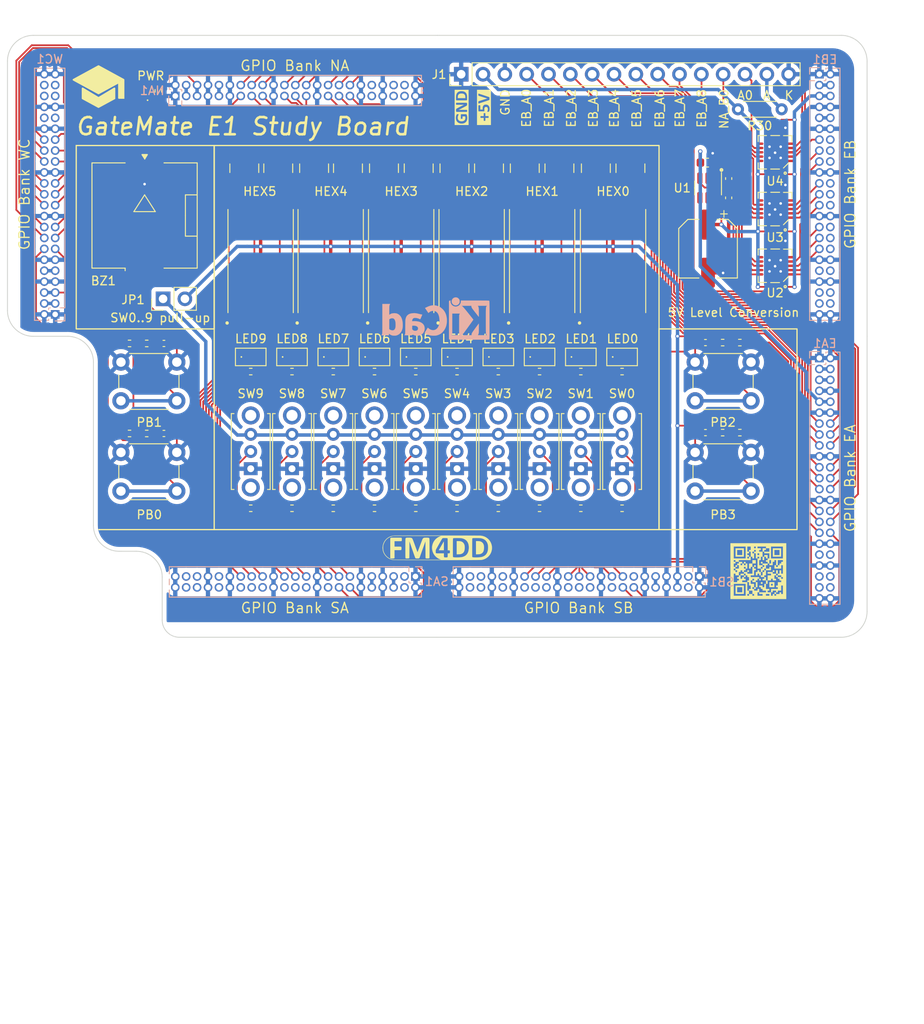
<source format=kicad_pcb>
(kicad_pcb (version 20211014) (generator pcbnew)
  (layers (0 "F.Cu" signal) (31 "B.Cu" signal) (34 "B.Paste" user) (35 "F.Paste" user) (36 "B.SilkS" user "B.Silkscreen") (37 "F.SilkS" user "F.Silkscreen") (38 "B.Mask" user) (39 "F.Mask" user) (44 "Edge.Cuts" user))
  (net 0 "")
  (net 1 "GND")
  (net 2 "/data-out/A0")
  (net 3 "/data-out/F0")
  (net 4 "/data-out/G0")
  (net 5 "/data-out/E0")
  (net 6 "/data-out/D0")
  (net 7 "/data-out/DP0")
  (net 8 "/data-out/C0")
  (net 9 "/data-out/B0")
  (net 10 "Net-(C3-Pad1)")
  (net 11 "Net-(C5-Pad1)")
  (net 12 "Net-(C6-Pad1)")
  (net 13 "Net-(C4-Pad1)")
  (net 14 "Net-(JP1-Pad1)")
  (net 15 "Net-(LED0-Pad2)")
  (net 16 "Net-(LED1-Pad2)")
  (net 17 "Net-(LED2-Pad2)")
  (net 18 "Net-(LED3-Pad2)")
  (net 19 "Net-(LED4-Pad2)")
  (net 20 "Net-(LED5-Pad2)")
  (net 21 "Net-(LED6-Pad2)")
  (net 22 "Net-(LED7-Pad2)")
  (net 23 "Net-(LED8-Pad2)")
  (net 24 "Net-(LED9-Pad2)")
  (net 25 "Net-(R1-Pad2)")
  (net 26 "Net-(R2-Pad2)")
  (net 27 "Net-(R3-Pad2)")
  (net 28 "Net-(R4-Pad2)")
  (net 29 "Net-(R5-Pad2)")
  (net 30 "Net-(R6-Pad2)")
  (net 31 "Net-(R7-Pad2)")
  (net 32 "Net-(R8-Pad2)")
  (net 33 "Net-(R9-Pad2)")
  (net 34 "Net-(R10-Pad2)")
  (net 39 "EA_VIO_OUT")
  (net 40 "EA_VIO_IN")
  (net 41 "IO_EA_A8")
  (net 42 "IO_EA_B8")
  (net 43 "IO_EA_A7")
  (net 44 "IO_EA_B7")
  (net 45 "IO_EA_A6")
  (net 46 "IO_EA_B6")
  (net 47 "IO_EA_A5")
  (net 48 "IO_EA_B5")
  (net 49 "IO_EA_A4")
  (net 50 "IO_EA_B4")
  (net 51 "IO_EA_A3")
  (net 52 "IO_EA_B3")
  (net 53 "IO_EA_A2")
  (net 54 "IO_EA_B2")
  (net 55 "IO_EA_A1")
  (net 56 "IO_EA_B1")
  (net 57 "IO_EA_A0")
  (net 58 "IO_EA_B0")
  (net 59 "CLK3_OUT")
  (net 60 "CLK2_OUT")
  (net 61 "RST_OUT")
  (net 62 "RST_IN")
  (net 63 "CFG_FAIL")
  (net 64 "CFG_OK")
  (net 65 "IO_EB_A8")
  (net 66 "IO_EB_B8")
  (net 67 "IO_EB_A7")
  (net 68 "IO_EB_B7")
  (net 69 "IO_EB_A6")
  (net 70 "IO_EB_B6")
  (net 71 "IO_EB_A5")
  (net 72 "IO_EB_B5")
  (net 73 "IO_EB_A4")
  (net 74 "IO_EB_B4")
  (net 75 "IO_EB_A3")
  (net 76 "IO_EB_B3")
  (net 77 "IO_EB_A2")
  (net 78 "IO_EB_B2")
  (net 79 "IO_EB_A1")
  (net 80 "IO_EB_B1")
  (net 81 "IO_EB_A0")
  (net 82 "IO_EB_B0")
  (net 83 "IO_NA_A0")
  (net 84 "IO_NA_B0")
  (net 85 "IO_NA_A1")
  (net 86 "IO_NA_B1")
  (net 87 "IO_NA_A2")
  (net 88 "IO_NA_B2")
  (net 89 "IO_NA_A3")
  (net 90 "IO_NA_B3")
  (net 91 "IO_NA_A4")
  (net 92 "IO_NA_B4")
  (net 93 "IO_NA_A5")
  (net 94 "IO_NA_B5")
  (net 95 "IO_NA_A6")
  (net 96 "IO_NA_B6")
  (net 97 "IO_NA_A7")
  (net 98 "IO_NA_B7")
  (net 99 "IO_NA_A8")
  (net 100 "IO_NA_B8")
  (net 101 "VIO_2V5")
  (net 102 "IO_SA_A8")
  (net 103 "IO_SA_B8")
  (net 104 "IO_SA_A7")
  (net 105 "IO_SA_B7")
  (net 106 "IO_SA_A6")
  (net 107 "IO_SA_B6")
  (net 108 "IO_SA_A5")
  (net 109 "IO_SA_B5")
  (net 110 "IO_SA_A4")
  (net 111 "IO_SA_B4")
  (net 112 "IO_SA_A3")
  (net 113 "IO_SA_B3")
  (net 114 "IO_SA_A2")
  (net 115 "IO_SA_B2")
  (net 116 "IO_SA_A1")
  (net 117 "IO_SA_B1")
  (net 118 "IO_SA_A0")
  (net 119 "IO_SA_B0")
  (net 120 "IO_SB_A8")
  (net 121 "IO_SB_B8")
  (net 122 "IO_SB_A7")
  (net 123 "IO_SB_B7")
  (net 124 "IO_SB_A6")
  (net 125 "IO_SB_B6")
  (net 126 "IO_SB_A5")
  (net 127 "IO_SB_B5")
  (net 128 "IO_SB_A4")
  (net 129 "IO_SB_B4")
  (net 130 "IO_SB_A3")
  (net 131 "IO_SB_B3")
  (net 132 "IO_SB_A2")
  (net 133 "IO_SB_B2")
  (net 134 "IO_SB_A1")
  (net 135 "IO_SB_B1")
  (net 136 "IO_SB_A0")
  (net 137 "IO_SB_B0")
  (net 138 "IO_WC_A0")
  (net 139 "IO_WC_A1")
  (net 140 "IO_WC_A2")
  (net 141 "IO_WC_A3")
  (net 142 "IO_WC_A4")
  (net 143 "IO_WC_A5")
  (net 144 "IO_WC_A6")
  (net 145 "IO_WC_A7")
  (net 146 "IO_WC_A8")
  (net 147 "IO_WC_B0")
  (net 148 "IO_WC_B1")
  (net 149 "IO_WC_B2")
  (net 150 "IO_WC_B3")
  (net 151 "IO_WC_B4")
  (net 152 "IO_WC_B5")
  (net 153 "IO_WC_B7")
  (net 154 "NA_VIO_2V5")
  (net 155 "WC_VIO_2V5")
  (net 156 "IO_WC_B8")
  (net 157 "IO_WC_B6")
  (net 158 "+3V3")
  (net 159 "/data-out/A1")
  (net 160 "/data-out/F1")
  (net 161 "/data-out/G1")
  (net 162 "/data-out/E1")
  (net 163 "/data-out/D1")
  (net 164 "/data-out/DP1")
  (net 165 "/data-out/C1")
  (net 166 "/data-out/B1")
  (net 167 "/data-out/A2")
  (net 168 "/data-out/F2")
  (net 169 "/data-out/G2")
  (net 170 "/data-out/E2")
  (net 171 "/data-out/D2")
  (net 172 "/data-out/DP2")
  (net 173 "/data-out/C2")
  (net 174 "/data-out/B2")
  (net 175 "/data-out/A3")
  (net 176 "/data-out/F3")
  (net 177 "/data-out/G3")
  (net 178 "/data-out/E3")
  (net 179 "/data-out/D3")
  (net 180 "/data-out/DP3")
  (net 181 "/data-out/C3")
  (net 182 "/data-out/B3")
  (net 183 "/data-out/A4")
  (net 184 "/data-out/F4")
  (net 185 "/data-out/G4")
  (net 186 "/data-out/E4")
  (net 187 "/data-out/D4")
  (net 188 "/data-out/DP4")
  (net 189 "/data-out/C4")
  (net 190 "/data-out/B4")
  (net 191 "/data-out/A5")
  (net 192 "/data-out/F5")
  (net 193 "/data-out/G5")
  (net 194 "/data-out/E5")
  (net 195 "/data-out/D5")
  (net 196 "/data-out/DP5")
  (net 197 "/data-out/C5")
  (net 198 "/data-out/B5")
  (net 199 "EB_VIO_OUT")
  (net 200 "EB_VIO_IN")
  (net 201 "NA_VIO_OUT")
  (net 202 "WC_VIO_OUT")
  (net 203 "Net-(LED10-Pad1)")
  (net 204 "+5V")
  (net 206 "/data-out/EB_A0")
  (net 207 "/data-out/EB_A1")
  (net 208 "/data-out/EB_A2")
  (net 209 "/data-out/EB_A3")
  (net 210 "/data-out/EB_A4")
  (net 211 "/data-out/EB_A5")
  (net 212 "/data-out/EB_A6")
  (net 213 "/data-out/EB_A7")
  (net 214 "/data-out/EB_A8")
  (net 215 "/data-out/NA_A0")
  (net 216 "/data-out/NA_B0")
  (net 225 "Net-(J1-Pad15)")
  (net 226 "Net-(L1-Pad2)")
  (footprint "Resistor_SMD:R_0402_1005Metric" (layer "F.Cu") (at 127.9 89.1)
    (fp_text reference "R18")
    (fp_text value "160")
  )
  (footprint "Resistor_SMD:R_0402_1005Metric" (layer "F.Cu") (at 104.2 96.3 180)
    (fp_text reference "R21")
    (fp_text value "200K")
  )
  (footprint "qr:gm-study-e1-qr" (layer "F.Cu") (at 177.35 112.31)
    (fp_text reference "G***" hide)
    (fp_text value "LOGO" hide)
  )
  (footprint "FM4DD:R_Array_Convex_4x0603" (layer "F.Cu") (at 133.8 65.45 -90)
    (fp_text reference "RA8")
    (fp_text value "180")
  )
  (footprint "Button_Switch_THT:SW_PUSH_6mm" (layer "F.Cu") (at 103.2 98.5)
    (fp_text reference "PB0")
    (fp_text value "SW_Push")
  )
  (footprint "FM4DD:R_Array_Convex_4x0603" (layer "F.Cu") (at 137.84 65.45 -90)
    (fp_text reference "RA7")
    (fp_text value "180")
  )
  (footprint "FM4DD:LED_0402_FPGA" (layer "F.Cu") (at 142.3 87.4)
    (fp_text reference "LED4")
    (fp_text value "SMD0402")
  )
  (footprint "FM4DD:LED_0402_FPGA" (layer "F.Cu") (at 132.7 87.4)
    (fp_text reference "LED6")
    (fp_text value "SMD0402")
  )
  (footprint "FM4DD:7SEG SMD SLS0281FR1A1GD" (layer "F.Cu") (at 127.6 76.25)
    (fp_text reference "HEX4")
    (fp_text value "7SEG_SLS0281FR1A1GD")
  )
  (footprint "FM4DD:R_Array_Convex_4x0603" (layer "F.Cu") (at 142 65.45 -90)
    (fp_text reference "RA6")
    (fp_text value "180")
  )
  (footprint "Resistor_SMD:R_0402_1005Metric" (layer "F.Cu") (at 107.55 56.45 90)
    (fp_text reference "R29")
    (fp_text value "160")
  )
  (footprint "FM4DD:SlideSW_SS12-D01" (layer "F.Cu") (at 142.3 98.4)
    (fp_text reference "SW4")
    (fp_text value "SW_SPDT")
  )
  (footprint "Resistor_SMD:R_0402_1005Metric" (layer "F.Cu") (at 104.2 85.83 180)
    (fp_text reference "R22")
    (fp_text value "200K")
  )
  (footprint "Resistor_SMD:R_0402_1005Metric" (layer "F.Cu") (at 123.1 105 180)
    (fp_text reference "R9")
    (fp_text value "10K")
  )
  (footprint "Resistor_SMD:R_0402_1005Metric" (layer "F.Cu") (at 137.5 89.1)
    (fp_text reference "R16")
    (fp_text value "160")
  )
  (footprint "Connector_PinHeader_2.54mm:PinHeader_1x16_P2.54mm_Vertical" (layer "F.Cu") (at 142.78 54.52 90)
    (fp_text reference "J1")
    (fp_text value "Conn_01x16")
  )
  (footprint "Resistor_SMD:R_0402_1005Metric" (layer "F.Cu") (at 106.2 96.3 180)
    (fp_text reference "R25")
    (fp_text value "33")
  )
  (footprint "FM4DD:LED_0402_FPGA" (layer "F.Cu") (at 147.1 87.4)
    (fp_text reference "LED3")
    (fp_text value "SMD0402")
  )
  (footprint "FM4DD:SlideSW_SS12-D01" (layer "F.Cu") (at 147.1 98.4)
    (fp_text reference "SW3")
    (fp_text value "SW_SPDT")
  )
  (footprint "Resistor_SMD:R_0402_1005Metric" (layer "F.Cu") (at 118.3 89.1)
    (fp_text reference "R20")
    (fp_text value "160")
  )
  (footprint "Capacitor_SMD:CP_Elec_6.3x5.3" (layer "F.Cu") (at 171.5 74.81 -90)
    (fp_text reference "C7")
    (fp_text value "100uF")
  )
  (footprint "Inductor_SMD:L_0603_1608Metric" (layer "F.Cu") (at 171.4 64.8)
    (fp_text reference "L1")
    (fp_text value "4.7uH")
  )
  (footprint "Capacitor_SMD:C_0402_1005Metric" (layer "F.Cu") (at 108.2 96.3)
    (fp_text reference "C3")
    (fp_text value "1u")
  )
  (footprint "FM4DD:S-PVQFN-N14-1EP_3.65x3.65_P0.5_EP2.05x2.05" (layer "F.Cu") (at 179.3 63.6 90)
    (fp_text reference "U4")
    (fp_text value "LSF0204")
  )
  (footprint "FM4DD:S-PVQFN-N14-1EP_3.65x3.65_P0.5_EP2.05x2.05" (layer "F.Cu") (at 179.3 70.2 90)
    (fp_text reference "U3")
    (fp_text value "LSF0204")
  )
  (footprint "FM4DD:R_Array_Convex_4x0603" (layer "F.Cu") (at 158.45 65.45 -90)
    (fp_text reference "RA2")
    (fp_text value "180")
  )
  (footprint "Resistor_SMD:R_0402_1005Metric" (layer "F.Cu") (at 173.2 85.73 180)
    (fp_text reference "R23")
    (fp_text value "200K")
  )
  (footprint "Resistor_SMD:R_0402_1005Metric" (layer "F.Cu") (at 175.2 96.2)
    (fp_text reference "R28")
    (fp_text value "33")
  )
  (footprint "FM4DD:Buzzer_Murata_PKLCS1212E" (layer "F.Cu") (at 105.95 70.95 90)
    (fp_text reference "BZ1")
    (fp_text value "Buzzer")
  )
  (footprint "Capacitor_SMD:C_0402_1005Metric" (layer "F.Cu") (at 108.2 85.83)
    (fp_text reference "C4")
    (fp_text value "1u")
  )
  (footprint "FM4DD:LED_0402_FPGA" (layer "F.Cu") (at 118.3 87.4)
    (fp_text reference "LED9")
    (fp_text value "SMD0402")
  )
  (footprint "Resistor_SMD:R_0402_1005Metric" (layer "F.Cu") (at 142.3 105 180)
    (fp_text reference "R5")
    (fp_text value "10K")
  )
  (footprint "Resistor_SMD:R_0402_1005Metric" (layer "F.Cu") (at 137.5 105 180)
    (fp_text reference "R6")
    (fp_text value "10K")
  )
  (footprint "Resistor_THT:R_Axial_DIN0204_L3.6mm_D1.6mm_P5.08mm_Horizontal" (layer "F.Cu") (at 180.0606 58.5978 180)
    (fp_text reference "R30")
    (fp_text value "160")
  )
  (footprint "Button_Switch_THT:SW_PUSH_6mm" (layer "F.Cu") (at 103.2 88)
    (fp_text reference "PB1")
    (fp_text value "SW_Push" hide)
  )
  (footprint "FM4DD:SlideSW_SS12-D01" (layer "F.Cu") (at 137.5 98.4)
    (fp_text reference "SW5")
    (fp_text value "SW_SPDT")
  )
  (footprint "FM4DD:R_Array_Convex_4x0603" (layer "F.Cu") (at 129.61 65.45 -90)
    (fp_text reference "RA9")
    (fp_text value "180")
  )
  (footprint "FM4DD:LED_0402_FPGA" (layer "F.Cu") (at 151.9 87.4)
    (fp_text reference "LED2")
    (fp_text value "SMD0402")
  )
  (footprint "Button_Switch_THT:SW_PUSH_6mm" (layer "F.Cu") (at 170 88)
    (fp_text reference "PB2")
    (fp_text value "SW_Push")
  )
  (footprint "FM4DD:R_Array_Convex_4x0603" (layer "F.Cu") (at 117.55 65.45 -90)
    (fp_text reference "RA12")
    (fp_text value "180")
  )
  (footprint "Resistor_SMD:R_0402_1005Metric" (layer "F.Cu") (at 123.1 89.1)
    (fp_text reference "R19")
    (fp_text value "160")
  )
  (footprint "FM4DD:Logo_FM4DD_5mm_SScr" (layer "F.Cu") (at 139.764383 109.547479)
    (fp_text reference "LB4" hide)
    (fp_text value "Logo_FM4DD_5mm" hide)
  )
  (footprint "FM4DD:7SEG SMD SLS0281FR1A1GD" (layer "F.Cu") (at 152.2 76.25)
    (fp_text reference "HEX1")
    (fp_text value "7SEG_SLS0281FR1A1GD")
  )
  (footprint "FM4DD:7SEG SMD SLS0281FR1A1GD" (layer "F.Cu") (at 119.45 76.25)
    (fp_text reference "HEX5")
    (fp_text value "7SEG_SLS0281FR1A1GD")
  )
  (footprint "Resistor_SMD:R_0402_1005Metric" (layer "F.Cu") (at 106.2 85.83 180)
    (fp_text reference "R26")
    (fp_text value "33")
  )
  (footprint "Package_TO_SOT_SMD:SOT-23-6" (layer "F.Cu") (at 171.5 67.75 -90)
    (fp_text reference "U1")
    (fp_text value "SGM6603-5.0")
  )
  (footprint "FM4DD:Label_5V" (layer "F.Cu") (at 145.43 58.38 90)
    (fp_text reference "LB2" hide)
    (fp_text value "Label_5V" hide)
  )
  (footprint "Resistor_SMD:R_0402_1005Metric" (layer "F.Cu") (at 175.2 85.73)
    (fp_text reference "R27")
    (fp_text value "33")
  )
  (footprint "Resistor_SMD:R_0402_1005Metric" (layer "F.Cu") (at 173.2 96.2 180)
    (fp_text reference "R24")
    (fp_text value "200K")
  )
  (footprint "Resistor_SMD:R_0402_1005Metric" (layer "F.Cu") (at 127.9 105 180)
    (fp_text reference "R8")
    (fp_text value "10K")
  )
  (footprint "FM4DD:SlideSW_SS12-D01" (layer "F.Cu") (at 123.1 98.4)
    (fp_text reference "SW8")
    (fp_text value "SW_SPDT")
  )
  (footprint "Resistor_SMD:R_0402_1005Metric" (layer "F.Cu") (at 147.1 105 180)
    (fp_text reference "R4")
    (fp_text value "10K")
  )
  (footprint "FM4DD:Label_GND" (layer "F.Cu") (at 142.83 58.38 90)
    (fp_text reference "LB3" hide)
    (fp_text value "Label_GND" hide)
  )
  (footprint "Connector_PinHeader_2.54mm:PinHeader_1x02_P2.54mm_Vertical" (layer "F.Cu") (at 108.1 80.64 90)
    (fp_text reference "JP1")
    (fp_text value "Jumper")
  )
  (footprint "Capacitor_SMD:C_0402_1005Metric" (layer "F.Cu") (at 171.2 85.73 180)
    (fp_text reference "C5")
    (fp_text value "1u")
  )
  (footprint "Resistor_SMD:R_0402_1005Metric" (layer "F.Cu") (at 151.9 89.1)
    (fp_text reference "R13")
    (fp_text value "160")
  )
  (footprint "FM4DD:7SEG SMD SLS0281FR1A1GD" (layer "F.Cu") (at 160.45 76.25)
    (fp_text reference "HEX0")
    (fp_text value "7SEG_SLS0281FR1A1GD")
  )
  (footprint "FM4DD:LED_0402_FPGA" (layer "F.Cu") (at 156.7 87.4)
    (fp_text reference "LED1")
    (fp_text value "SMD0402")
  )
  (footprint "Resistor_SMD:R_0402_1005Metric" (layer "F.Cu") (at 161.5 105)
    (fp_text reference "R1")
    (fp_text value "10K")
  )
  (footprint "FM4DD:R_Array_Convex_4x0603" (layer "F.Cu") (at 162.47 65.45 -90)
    (fp_text reference "RA1")
    (fp_text value "180")
  )
  (footprint "FM4DD:R_Array_Convex_4x0603" (layer "F.Cu") (at 121.5 65.45 -90)
    (fp_text reference "RA11")
    (fp_text value "180")
  )
  (footprint "Resistor_SMD:R_0402_1005Metric" (layer "F.Cu") (at 161.5 89.1)
    (fp_text reference "R11")
    (fp_text value "160")
  )
  (footprint "FM4DD:SlideSW_SS12-D01" (layer "F.Cu") (at 118.3 98.4)
    (fp_text reference "SW9")
    (fp_text value "SW_SPDT")
  )
  (footprint "Capacitor_SMD:C_0402_1005Metric" (layer "F.Cu") (at 171.2 96.2 180)
    (fp_text reference "C6")
    (fp_text value "1u")
  )
  (footprint "Button_Switch_THT:SW_PUSH_6mm" (layer "F.Cu") (at 170 98.5)
    (fp_text reference "PB3")
    (fp_text value "SW_Push")
  )
  (footprint "Resistor_SMD:R_0402_1005Metric" (layer "F.Cu") (at 156.7 105)
    (fp_text reference "R2")
    (fp_text value "10K")
  )
  (footprint "FM4DD:SlideSW_SS12-D01" (layer "F.Cu") (at 161.5 98.4)
    (fp_text reference "SW0")
    (fp_text value "SW_SPDT")
  )
  (footprint "Resistor_SMD:R_0402_1005Metric" (layer "F.Cu") (at 132.7 105 180)
    (fp_text reference "R7")
    (fp_text value "10K")
  )
  (footprint "Resistor_SMD:R_0402_1005Metric" (layer "F.Cu") (at 147.1 89.1)
    (fp_text reference "R14")
    (fp_text value "160")
  )
  (footprint "FM4DD:SlideSW_SS12-D01" (layer "F.Cu") (at 127.9 98.4)
    (fp_text reference "SW7")
    (fp_text value "SW_SPDT")
  )
  (footprint "Capacitor_SMD:C_0402_1005Metric" (layer "F.Cu") (at 173.9 68.9 90)
    (fp_text reference "C2")
    (fp_text value "10uF")
  )
  (footprint "FM4DD:SlideSW_SS12-D01" (layer "F.Cu") (at 151.9 98.4)
    (fp_text reference "SW2")
    (fp_text value "SW_SPDT")
  )
  (footprint "FM4DD:LED_0402_FPGA" (layer "F.Cu") (at 137.5 87.4)
    (fp_text reference "LED5")
    (fp_text value "SMD0402")
  )
  (footprint "FM4DD:SlideSW_SS12-D01" (layer "F.Cu") (at 156.7 98.4)
    (fp_text reference "SW1")
    (fp_text value "SW_SPDT")
  )
  (footprint "FM4DD:SlideSW_SS12-D01" (layer "F.Cu") (at 132.7 98.4)
    (fp_text reference "SW6")
    (fp_text value "SW_SPDT")
  )
  (footprint "FM4DD:LED_0402_FPGA" (layer "F.Cu") (at 127.9 87.4)
    (fp_text reference "LED7")
    (fp_text value "SMD0402")
  )
  (footprint "FM4DD:R_Array_Convex_4x0603" (layer "F.Cu") (at 146.02 65.45 -90)
    (fp_text reference "RA5")
    (fp_text value "180")
  )
  (footprint "FM4DD:R_Array_Convex_4x0603" (layer "F.Cu") (at 154.21 65.45 -90)
    (fp_text reference "RA3")
    (fp_text value "180")
  )
  (footprint "Capacitor_SMD:C_0402_1005Metric" (layer "F.Cu") (at 173.9 66.65 90)
    (fp_text reference "C1")
    (fp_text value "10uF")
  )
  (footprint "FM4DD:R_Array_Convex_4x0603" (layer "F.Cu") (at 150.18 65.45 -90)
    (fp_text reference "RA4")
    (fp_text value "180")
  )
  (footprint "Resistor_SMD:R_0402_1005Metric" (layer "F.Cu") (at 142.3 89.1)
    (fp_text reference "R15")
    (fp_text value "160")
  )
  (footprint "FM4DD:7SEG SMD SLS0281FR1A1GD" (layer "F.Cu") (at 135.8 76.25)
    (fp_text reference "HEX3")
    (fp_text value "7SEG_SLS0281FR1A1GD")
  )
  (footprint "FM4DD:LED_0402_FPGA" (layer "F.Cu") (at 106.3 56.45 90)
    (fp_text reference "LED10")
    (fp_text value "SMD0402")
  )
  (footprint "Resistor_SMD:R_0402_1005Metric" (layer "F.Cu") (at 132.7 89.1)
    (fp_text reference "R17")
    (fp_text value "160")
  )
  (footprint "Resistor_SMD:R_0402_1005Metric" (layer "F.Cu") (at 118.3 105 180)
    (fp_text reference "R10")
    (fp_text value "10K")
  )
  (footprint "FM4DD:LED_0402_FPGA" (layer "F.Cu") (at 123.1 87.4)
    (fp_text reference "LED8")
    (fp_text value "SMD0402")
  )
  (footprint "Resistor_SMD:R_0402_1005Metric" (layer "F.Cu") (at 156.7 89.1)
    (fp_text reference "R12")
    (fp_text value "160")
  )
  (footprint "FM4DD:LED_0402_FPGA" (layer "F.Cu") (at 161.5 87.4)
    (fp_text reference "LED0")
    (fp_text value "SMD0402")
  )
  (footprint "FM4DD:S-PVQFN-N14-1EP_3.65x3.65_P0.5_EP2.05x2.05" (layer "F.Cu") (at 179.3 76.8 90)
    (fp_text reference "U2")
    (fp_text value "LSF0204")
  )
  (footprint "FM4DD:7SEG SMD SLS0281FR1A1GD" (layer "F.Cu") (at 144 76.25)
    (fp_text reference "HEX2")
    (fp_text value "7SEG_SLS0281FR1A1GD")
  )
  (footprint "Resistor_SMD:R_0402_1005Metric" (layer "F.Cu") (at 151.9 105)
    (fp_text reference "R3")
    (fp_text value "10K")
  )
  (footprint "FM4DD:R_Array_Convex_4x0603" (layer "F.Cu") (at 125.67 65.45 -90)
    (fp_text reference "RA10")
    (fp_text value "180")
  )
  (footprint "FM4DD:PinHeader_2x23_P1.27_backside" (layer "B.Cu") (at 94.915 68.48)
    (fp_text reference "WC1")
    (fp_text value "Hdr_2x23_P1.27")
  )
  (footprint "FM4DD:PinHeader_2x23_P1.27_backside" (layer "B.Cu") (at 123.49 56.415 -90)
    (fp_text reference "NA1")
    (fp_text value "Hdr_2x23_P1.27")
  )
  (footprint "FM4DD:PinHeader_2x23_P1.27_backside" (layer "B.Cu") (at 156.51 113.565 90)
    (fp_text reference "SB1")
    (fp_text value "Hdr_2x23_P1.27")
  )
  (footprint "FM4DD:PinHeader_2x23_P1.27_backside" (layer "B.Cu") (at 123.49 113.565 90)
    (fp_text reference "SA1")
    (fp_text value "Hdr_2x23_P1.27")
  )
  (footprint "FM4DD:PinHeader_2x23_P1.27_backside" (layer "B.Cu") (at 185.085 101.5 180)
    (fp_text reference "EA1")
    (fp_text value "Hdr_2x23_P1.27")
  )
  (footprint "FM4DD:PinHeader_2x23_P1.27_backside" (layer "B.Cu") (at 185.085 68.48 180)
    (fp_text reference "EB1")
    (fp_text value "Hdr_2x23_P1.27")
  )
  (footprint "FM4DD:Logo_KiCad_5mm_SScr" (layer "B.Cu") (at 139.8 83.45 180)
    (fp_text reference "LB1" hide)
    (fp_text value "Logo_KiCad_5mm" hide)
  )
  (gr_poly (pts (xy 105.97 64.35) (xy 105.66 63.87) (xy 106.26 63.87)) (layer "F.SilkS") (width 0.15) (fill solid))
  (gr_rect (start 114.05 62.81) (end 98 84.14) (layer "F.SilkS") (width 0.15) (fill none))
  (gr_rect (start 114.05 62.81) (end 165.8 107.48) (layer "F.SilkS") (width 0.15) (fill none))
  (gr_circle (center 173.07 65.64) (end 173.06 65.54) (layer "F.SilkS") (width 0.15) (fill none))
  (gr_rect (start 165.8 84.14) (end 181.85 107.48) (layer "F.SilkS") (width 0.15) (fill none))
  (gr_poly (pts (xy 103.500416 55.1625) (xy 102.97125 55.1625) (xy 102.97125 55.451136) (xy 100.59 56.75) (xy 97.679583 55.1625) (xy 100.59 53.575)) (layer "F.SilkS") (width 0.2) (fill solid))
  (gr_line (start 114.07 107.48) (end 100.64 107.48) (layer "F.SilkS") (width 0.15))
  (gr_circle (center 173.06 65.65) (end 173.07 65.58) (layer "F.SilkS") (width 0.15) (fill none))
  (gr_poly (pts (xy 103.500416 57.279166) (xy 102.97125 57.279166) (xy 102.97125 55.451136) (xy 103.500416 55.1625)) (layer "F.SilkS") (width 0.2) (fill solid))
  (gr_poly (pts (xy 102.442083 57.332083) (xy 100.59 58.3375) (xy 98.737917 57.332083) (xy 98.737917 56.167917) (xy 100.59 57.279166) (xy 102.442083 56.167917)) (layer "F.SilkS") (width 0.2) (fill solid))
  (gr_line (start 108 118) (end 108 113) (layer "Edge.Cuts") (width 0.1))
  (gr_line (start 110 120) (end 140 120) (layer "Edge.Cuts") (width 0.1))
  (gr_line (start 140 50) (end 93 50) (layer "Edge.Cuts") (width 0.1))
  (gr_line (start 140 120) (end 187 120) (layer "Edge.Cuts") (width 0.1))
  (gr_arc (start 105 110) (mid 107.12132 110.87868) (end 108 113) (layer "Edge.Cuts") (width 0.1))
  (gr_line (start 93 85) (end 97 85) (layer "Edge.Cuts") (width 0.1))
  (gr_line (start 90 53) (end 90 82) (layer "Edge.Cuts") (width 0.1))
  (gr_arc (start 103 110) (mid 100.87868 109.12132) (end 100 107) (layer "Edge.Cuts") (width 0.1))
  (gr_line (start 190 117.01) (end 190 85.01) (layer "Edge.Cuts") (width 0.1))
  (gr_arc (start 110 120) (mid 108.585786 119.414214) (end 108 118) (layer "Edge.Cuts") (width 0.1))
  (gr_arc (start 190 117.01) (mid 189.11703 119.124094) (end 187 120) (layer "Edge.Cuts") (width 0.1))
  (gr_line (start 100 107) (end 100 88) (layer "Edge.Cuts") (width 0.1))
  (gr_line (start 187 50) (end 140 50) (layer "Edge.Cuts") (width 0.1))
  (gr_arc (start 187 50) (mid 189.12132 50.87868) (end 190 53) (layer "Edge.Cuts") (width 0.1))
  (gr_line (start 105 110) (end 103 110) (layer "Edge.Cuts") (width 0.1))
  (gr_arc (start 97 85) (mid 99.12132 85.87868) (end 100 88) (layer "Edge.Cuts") (width 0.1))
  (gr_line (start 190 85.01) (end 190 53) (layer "Edge.Cuts") (width 0.1))
  (gr_arc locked (start 93 85) (mid 90.87868 84.12132) (end 90 82) (layer "Edge.Cuts") (width 0.1))
  (gr_arc (start 90 53) (mid 90.87868 50.87868) (end 93 50) (layer "Edge.Cuts") (width 0.1))
  (gr_text "GPIO Bank EB" (at 188.04 68.49 90) (layer "F.SilkS") (effects (font (size 1.2 1.2))))
  (gr_text "EB_A4" (at 160.59 58.48 90) (layer "F.SilkS") (effects (font (size 1 1))))
  (gr_text "NA_B0" (at 173.36 58.57 90) (layer "F.SilkS") (effects (font (size 1 1))))
  (gr_text "EB_A1" (at 153.02 58.45 90) (layer "F.SilkS") (effects (font (size 1 1))))
  (gr_text "EB_A0" (at 150.37 58.46 90) (layer "F.SilkS") (effects (font (size 1 1))))
  (gr_text "GPIO Bank NA" (at 123.43 53.53) (layer "F.SilkS") (effects (font (size 1.2 1.2))))
  (gr_text "GPIO Bank SA" (at 123.43 116.59) (layer "F.SilkS") (effects (font (size 1.2 1.2))))
  (gr_text "GND" (at 147.91 57.8 90) (layer "F.SilkS") (effects (font (size 1 1))))
  (gr_text "A0" (at 175.8188 56.9722) (layer "F.SilkS") (effects (font (size 1 1))))
  (gr_text "SW0..9 pull-up" (at 107.77 82.85) (layer "F.SilkS") (effects (font (size 1 1))))
  (gr_text "GPIO Bank SB" (at 156.45 116.59) (layer "F.SilkS") (effects (font (size 1.2 1.2))))
  (gr_text "GPIO Bank WC" (at 91.97 68.49 90) (layer "F.SilkS") (effects (font (size 1.2 1.2))))
  (gr_text "A" (at 178.3334 56.9722) (layer "F.SilkS") (effects (font (size 1 1))))
  (gr_text "EB_A8" (at 170.76 58.5 90) (layer "F.SilkS") (effects (font (size 1 1))))
  (gr_text "5V Level Conversion" (at 174.46 82.23) (layer "F.SilkS") (effects (font (size 1 1))))
  (gr_text "EB_A2" (at 155.59 58.47 90) (layer "F.SilkS") (effects (font (size 1 1))))
  (gr_text "EB_A7" (at 168.21 58.47 90) (layer "F.SilkS") (effects (font (size 1 1))))
  (gr_text "GPIO Bank EA" (at 188.04 101.51 90) (layer "F.SilkS") (effects (font (size 1.2 1.2))))
  (gr_text "EB_A3" (at 158.15 58.47 90) (layer "F.SilkS") (effects (font (size 1 1))))
  (gr_text "PWR" (at 106.67 54.71) (layer "F.SilkS") (effects (font (size 1 1))))
  (gr_text "GateMate E1 Study Board" (at 117.36 60.59) (layer "F.SilkS") (effects (font (size 2 2) (thickness 0.3) italic)))
  (gr_text "K" (at 180.9242 56.9722) (layer "F.SilkS") (effects (font (size 1 1))))
  (gr_text "EB_A5" (at 163.19 58.49 90) (layer "F.SilkS") (effects (font (size 1 1))))
  (gr_text "EB_A6" (at 165.88 58.5 90) (layer "F.SilkS") (effects (font (size 1 1))))
  (segment (start 152.065 86.75) (end 155.565 86.75) (width 0.2) (layer "F.Cu") (net 1))
  (segment (start 151.415 87.4) (end 152.065 86.75) (width 0.2) (layer "F.Cu") (net 1))
  (segment (start 170 86.45) (end 170 88) (width 0.2) (layer "F.Cu") (net 1))
  (segment (start 109.23 85.83) (end 108.68 85.83) (width 0.2) (layer "F.Cu") (net 1))
  (segment (start 180.5 73.9) (end 180.05 74.35) (width 0.2) (layer "F.Cu") (net 1))
  (segment (start 131.565 86.75) (end 132.215 87.4) (width 0.2) (layer "F.Cu") (net 1))
  (segment (start 172.04 63.71) (end 172.41 63.71) (width 0.2) (layer "F.Cu") (net 1))
  (segment (start 118.465 86.75) (end 121.965 86.75) (width 0.2) (layer "F.Cu") (net 1))
  (segment (start 137.665 86.75) (end 141.165 86.75) (width 0.2) (layer "F.Cu") (net 1))
  (segment (start 171.5 77.61) (end 173.23 77.61) (width 0.4) (layer "F.Cu") (net 1))
  (segment (start 109.7 86.3) (end 109.23 85.83) (width 0.2) (layer "F.Cu") (net 1))
  (segment (start 180.05 67.85) (end 180.05 68.375) (width 0.2) (layer "F.Cu") (net 1))
  (segment (start 108.68 96.3) (end 109.3 96.3) (width 0.2) (layer "F.Cu") (net 1))
  (segment (start 117.815 87.4) (end 118.465 86.75) (width 0.2) (layer "F.Cu") (net 1))
  (segment (start 170.72 96.2) (end 170 96.92) (width 0.2) (layer "F.Cu") (net 1))
  (segment (start 173.9 65.2) (end 173.9 66.17) (width 0.2) (layer "F.Cu") (net 1))
  (segment (start 161.635 86.78) (end 168.78 86.78) (width 0.2) (layer "F.Cu") (net 1))
  (segment (start 142.465 86.75) (end 145.965 86.75) (width 0.2) (layer "F.Cu") (net 1))
  (segment (start 128.065 86.75) (end 131.565 86.75) (width 0.2) (layer "F.Cu") (net 1))
  (segment (start 173.9 76.94) (end 173.23 77.61) (width 0.4) (layer "F.Cu") (net 1))
  (segment (start 160.365 86.75) (end 161.015 87.4) (width 0.2) (layer "F.Cu") (net 1))
  (segment (start 109.7 96.7) (end 109.7 98.5) (width 0.2) (layer "F.Cu") (net 1))
  (segment (start 145.965 86.75) (end 146.615 87.4) (width 0.2) (layer "F.Cu") (net 1))
  (segment (start 105.95 67.3) (end 105.95 65.35) (width 0.4) (layer "F.Cu") (net 1))
  (segment (start 141.165 86.75) (end 141.815 87.4) (width 0.2) (layer "F.Cu") (net 1))
  (segment (start 172.41 63.71) (end 173.9 65.2) (width 0.2) (layer "F.Cu") (net 1))
  (segment (start 109.3 96.3) (end 109.7 96.7) (width 0.2) (layer "F.Cu") (net 1))
  (segment (start 156.865 86.75) (end 160.365 86.75) (width 0.2) (layer "F.Cu") (net 1))
  (segment (start 126.765 86.75) (end 127.415 87.4) (width 0.2) (layer "F.Cu") (net 1))
  (segment (start 127.415 87.4) (end 128.065 86.75) (width 0.2) (layer "F.Cu") (net 1))
  (segment (start 109.7 88) (end 109.7 86.3) (width 0.2) (layer "F.Cu") (net 1))
  (segment (start 141.815 87.4) (end 142.465 86.75) (width 0.2) (layer "F.Cu") (net 1))
  (segment (start 107.7 55.79) (end 109.52 55.79) (width 0.2) (layer "F.Cu") (net 1))
  (segment (start 122.615 87.4) (end 123.265 86.75) (width 0.2) (layer "F.Cu") (net 1))
  (segment (start 180.05 74.35) (end 180.05 74.975) (width 0.2) (layer "F.Cu") (net 1))
  (segment (start 170 96.92) (end 170 98.5) (width 0.2) (layer "F.Cu") (net 1))
  (segment (start 107.55 55.94) (end 107.7 55.79) (width 0.2) (layer "F.Cu") (net 1))
  (segment (start 155.565 86.75) (end 156.215 87.4) (width 0.2) (layer "F.Cu") (net 1))
  (segment (start 123.265 86.75) (end 126.765 86.75) (width 0.2) (layer "F.Cu") (net 1))
  (segment (start 171.5 63.94) (end 171.5 66.6125) (width 0.2) (layer "F.Cu") (net 1))
  (segment (start 180.05 61.2) (end 180.05 61.775) (width 0.2) (layer "F.Cu") (net 1))
  (segment (start 147.265 86.75) (end 150.765 86.75) (width 0.2) (layer "F.Cu") (net 1))
  (segment (start 136.365 86.75) (end 137.015 87.4) (width 0.2) (layer "F.Cu") (net 1))
  (segment (start 170.72 85.73) (end 170 86.45) (width 0.2) (layer "F.Cu") (net 1))
  (segment (start 173.9 69.38) (end 173.9 76.94) (width 0.4) (layer "F.Cu") (net 1))
  (segment (start 132.865 86.75) (end 136.365 86.75) (width 0.2) (layer "F.Cu") (net 1))
  (segment (start 132.215 87.4) (end 132.865 86.75) (width 0.2) (layer "F.Cu") (net 1))
  (segment (start 180.5 60.75) (end 180.05 61.2) (width 0.2) (layer "F.Cu") (net 1))
  (segment (start 156.215 87.4) (end 156.865 86.75) (width 0.2) (layer "F.Cu") (net 1))
  (segment (start 168.78 86.78) (end 170 88) (width 0.2) (layer "F.Cu") (net 1))
  (segment (start 146.615 87.4) (end 147.265 86.75) (width 0.2) (layer "F.Cu") (net 1))
  (segment (start 180.5 67.4) (end 180.05 67.85) (width 0.2) (layer "F.Cu") (net 1))
  (segment (start 121.965 86.75) (end 122.615 87.4) (width 0.2) (layer "F.Cu") (net 1))
  (segment (start 172.04 63.71) (end 171.73 63.71) (width 0.2) (layer "F.Cu") (net 1))
  (segment (start 161.015 87.4) (end 161.635 86.78) (width 0.2) (layer "F.Cu") (net 1))
  (segment (start 150.765 86.75) (end 151.415 87.4) (width 0.2) (layer "F.Cu") (net 1))
  (segment (start 137.015 87.4) (end 137.665 86.75) (width 0.2) (layer "F.Cu") (net 1))
  (segment (start 171.73 63.71) (end 171.5 63.94) (width 0.2) (layer "F.Cu") (net 1))
  (via (at 178.65 77.45) (size 0.5) (drill 0.3) (layers "F.Cu" "B.Cu") (net 1))
  (via (at 180.5 73.9) (size 0.5) (drill 0.3) (layers "F.Cu" "B.Cu") (net 1))
  (via (at 179.95 64.25) (size 0.5) (drill 0.3) (layers "F.Cu" "B.Cu") (net 1))
  (via (at 179.95 70.85) (size 0.5) (drill 0.3) (layers "F.Cu" "B.Cu") (net 1))
  (via (at 180.5 60.75) (size 0.5) (drill 0.3) (layers "F.Cu" "B.Cu") (net 1))
  (via (at 179.95 76.15) (size 0.5) (drill 0.3) (layers "F.Cu" "B.Cu") (net 1))
  (via (at 179.3 76.85) (size 0.5) (drill 0.3) (layers "F.Cu" "B.Cu") (net 1))
  (via (at 179.3 63.65) (size 0.5) (drill 0.3) (layers "F.Cu" "B.Cu") (net 1))
  (via (at 172.04 63.71) (size 0.5) (drill 0.3) (layers "F.Cu" "B.Cu") (net 1))
  (via (at 178.65 70.85) (size 0.5) (drill 0.3) (layers "F.Cu" "B.Cu") (net 1))
  (via (at 179.95 62.95) (size 0.5) (drill 0.3) (layers "F.Cu" "B.Cu") (net 1))
  (via (at 105.95 67.3) (size 0.5) (drill 0.3) (layers "F.Cu" "B.Cu") (net 1))
  (via (at 178.65 62.95) (size 0.5) (drill 0.3) (layers "F.Cu" "B.Cu") (net 1))
  (via (at 179.3 70.25) (size 0.5) (drill 0.3) (layers "F.Cu" "B.Cu") (net 1))
  (via (at 180.5 67.4) (size 0.5) (drill 0.3) (layers "F.Cu" "B.Cu") (net 1))
  (via (at 179.95 69.55) (size 0.5) (drill 0.3) (layers "F.Cu" "B.Cu") (net 1))
  (via (at 173.25 77.63) (size 0.5) (drill 0.3) (layers "F.Cu" "B.Cu") (net 1))
  (via (at 178.65 64.25) (size 0.5) (drill 0.3) (layers "F.Cu" "B.Cu") (net 1))
  (via (at 178.65 69.55) (size 0.5) (drill 0.3) (layers "F.Cu" "B.Cu") (net 1))
  (via (at 179.95 77.45) (size 0.5) (drill 0.3) (layers "F.Cu" "B.Cu") (net 1))
  (via (at 178.65 76.15) (size 0.5) (drill 0.3) (layers "F.Cu" "B.Cu") (net 1))
  (segment (start 109.7116 87.5) (end 109.7 87.5) (width 0.2) (layer "B.Cu") (net 1))
  (segment (start 162.87 66.35) (end 162.87 65.75) (width 0.2) (layer "F.Cu") (net 2))
  (segment (start 161.95 69.696) (end 161.95 70.25) (width 0.2) (layer "F.Cu") (net 2))
  (segment (start 162.65 65.53) (end 160.911 65.53) (width 0.2) (layer "F.Cu") (net 2))
  (segment (start 160.718 68.464) (end 161.95 69.696) (width 0.2) (layer "F.Cu") (net 2))
  (segment (start 160.911 65.53) (end 160.718 65.723) (width 0.2) (layer "F.Cu") (net 2))
  (segment (start 160.718 65.723) (end 160.718 68.464) (width 0.2) (layer "F.Cu") (net 2))
  (segment (start 162.87 65.75) (end 162.65 65.53) (width 0.2) (layer "F.Cu") (net 2))
  (segment (start 158.95 67.85) (end 158.95 70.25) (width 0.2) (layer "F.Cu") (net 3))
  (segment (start 158.05 66.35) (end 158.05 66.95) (width 0.2) (layer "F.Cu") (net 3))
  (segment (start 158.05 66.95) (end 158.95 67.85) (width 0.2) (layer "F.Cu") (net 3))
  (segment (start 157.25 66.35) (end 157.25 70.05) (width 0.2) (layer "F.Cu") (net 4))
  (segment (start 157.25 70.05) (end 157.45 70.25) (width 0.2) (layer "F.Cu") (net 4))
  (segment (start 158.85 66.35) (end 158.85 65.75) (width 0.2) (layer "F.Cu") (net 5))
  (segment (start 156.821 65.6) (end 156.698 65.723) (width 0.2) (layer "F.Cu") (net 5))
  (segment (start 156.698 65.723) (end 156.698 81.498) (width 0.2) (layer "F.Cu") (net 5))
  (segment (start 158.7 65.6) (end 156.821 65.6) (width 0.2) (layer "F.Cu") (net 5))
  (segment (start 156.698 81.498) (end 157.45 82.25) (width 0.2) (layer "F.Cu") (net 5))
  (segment (start 158.85 65.75) (end 158.7 65.6) (width 0.2) (layer "F.Cu") (net 5))
  (segment (start 158.95 82.25) (end 159.723 81.477) (width 0.2) (layer "F.Cu") (net 6))
  (segment (start 159.723 81.477) (end 159.723 66.423) (width 0.2) (layer "F.Cu") (net 6))
  (segment (start 159.723 66.423) (end 159.65 66.35) (width 0.2) (layer "F.Cu") (net 6))
  (segment (start 164.177 66.857) (end 163.67 66.35) (width 0.2) (layer "F.Cu") (net 7))
  (segment (start 164.177 81.523) (end 164.177 66.857) (width 0.2) (layer "F.Cu") (net 7))
  (segment (start 163.45 82.25) (end 164.177 81.523) (width 0.2) (layer "F.Cu") (net 7))
  (segment (start 161.95 82.25) (end 161.95 81.65) (width 0.2) (layer "F.Cu") (net 8))
  (segment (start 161.95 81.65) (end 162.7 80.9) (width 0.2) (layer "F.Cu") (net 8))
  (segment (start 162.7 80.9) (end 162.7 68.946) (width 0.2) (layer "F.Cu") (net 8))
  (segment (start 161.27 67.516) (end 161.27 66.35) (width 0.2) (layer "F.Cu") (net 8))
  (segment (start 162.7 68.946) (end 161.27 67.516) (width 0.2) (layer "F.Cu") (net 8))
  (segment (start 162.07 66.35) (end 162.07 67.15) (width 0.2) (layer "F.Cu") (net 9))
  (segment (start 163.45 68.53) (end 163.45 70.25) (width 0.2) (layer "F.Cu") (net 9))
  (segment (start 162.07 67.15) (end 163.45 68.53) (width 0.2) (layer "F.Cu") (net 9))
  (segment (start 107.72 100.52) (end 107.72 96.3) (width 0.2) (layer "F.Cu") (net 10))
  (segment (start 107.72 96.3) (end 106.67 96.3) (width 0.2) (layer "F.Cu") (net 10))
  (segment (start 106.67 96.3) (end 106.123 95.753) (width 0.2) (layer "F.Cu") (net 10))
  (segment (start 105.257 95.753) (end 104.71 96.3) (width 0.2) (layer "F.Cu") (net 10))
  (segment (start 106.123 95.753) (end 105.257 95.753) (width 0.2) (layer "F.Cu") (net 10))
  (segment (start 109.7 102.5) (end 107.72 100.52) (width 0.2) (layer "F.Cu") (net 10))
  (segment (start 103.2 103) (end 109.7 103) (width 0.4) (layer "B.Cu") (net 10))
  (segment (start 173.71 85.73) (end 174.69 85.73) (width 0.2) (layer "F.Cu") (net 11))
  (segment (start 174.69 90.19) (end 176.5 92) (width 0.2) (layer "F.Cu") (net 11))
  (segment (start 171.68 85.73) (end 172.26 86.31) (width 0.2) (layer "F.Cu") (net 11))
  (segment (start 173.13 86.31) (end 173.71 85.73) (width 0.2) (layer "F.Cu") (net 11))
  (segment (start 174.69 85.73) (end 174.69 90.19) (width 0.2) (layer "F.Cu") (net 11))
  (segment (start 172.26 86.31) (end 173.13 86.31) (width 0.2) (layer "F.Cu") (net 11))
  (segment (start 176.5 92.5) (end 170 92.5) (width 0.4) (layer "B.Cu") (net 11))
  (segment (start 173.06 96.85) (end 173.71 96.2) (width 0.2) (layer "F.Cu") (net 12))
  (segment (start 174.69 96.2) (end 174.69 100.69) (width 0.2) (layer "F.Cu") (net 12))
  (segment (start 173.71 96.2) (end 174.69 96.2) (width 0.2) (layer "F.Cu") (net 12))
  (segment (start 174.69 100.69) (end 176.5 102.5) (width 0.2) (layer "F.Cu") (net 12))
  (segment (start 172.33 96.85) (end 173.06 96.85) (width 0.2) (layer "F.Cu") (net 12))
  (segment (start 171.68 96.2) (end 172.33 96.85) (width 0.2) (layer "F.Cu") (net 12))
  (segment (start 176.5 103) (end 170 103) (width 0.4) (layer "B.Cu") (net 12))
  (segment (start 106.12 86.42) (end 106.71 85.83) (width 0.2) (layer "F.Cu") (net 13))
  (segment (start 107.72 85.83) (end 107.72 90.02) (width 0.2) (layer "F.Cu") (net 13))
  (segment (start 106.71 85.83) (end 107.72 85.83) (width 0.2) (layer "F.Cu") (net 13))
  (segment (start 107.72 90.02) (end 109.7 92) (width 0.2) (layer "F.Cu") (net 13))
  (segment (start 105.3 86.42) (end 106.12 86.42) (width 0.2) (layer "F.Cu") (net 13))
  (segment (start 104.71 85.83) (end 105.3 86.42) (width 0.2) (layer "F.Cu") (net 13))
  (segment (start 103.2 92.5) (end 109.7 92.5) (width 0.4) (layer "B.Cu") (net 13))
  (segment (start 127.8336 96.4796) (end 123.0076 96.4796) (width 0.4) (layer "B.Cu") (net 14))
  (segment (start 147.1376 96.4796) (end 142.3116 96.4796) (width 0.4) (layer "B.Cu") (net 14))
  (segment (start 151.9636 96.4796) (end 147.1376 96.4796) (width 0.4) (layer "B.Cu") (net 14))
  (segment (start 137.4856 96.4796) (end 132.6596 96.4796) (width 0.4) (layer "B.Cu") (net 14))
  (segment (start 156.7896 96.4796) (end 151.9636 96.4796) (width 0.4) (layer "B.Cu") (net 14))
  (segment (start 113.07 92.81) (end 113.07 85.61) (width 0.4) (layer "B.Cu") (net 14))
  (segment (start 113.07 85.61) (end 108.1 80.64) (width 0.4) (layer "B.Cu") (net 14))
  (segment (start 116.7396 96.4796) (end 113.07 92.81) (width 0.4) (layer "B.Cu") (net 14))
  (segment (start 161.5648 96.4796) (end 156.7896 96.4796) (width 0.4) (layer "B.Cu") (net 14))
  (segment (start 123.0076 96.4796) (end 118.1816 96.4796) (width 0.4) (layer "B.Cu") (net 14))
  (segment (start 132.6596 96.4796) (end 127.8336 96.4796) (width 0.4) (layer "B.Cu") (net 14))
  (segment (start 142.3116 96.4796) (end 137.4856 96.4796) (width 0.4) (layer "B.Cu") (net 14))
  (segment (start 118.1816 96.4796) (end 116.7396 96.4796) (width 0.4) (layer "B.Cu") (net 14))
  (segment (start 162.01 87.425) (end 162.01 89.1) (width 0.2) (layer "F.Cu") (net 15))
  (segment (start 157.21 87.425) (end 157.21 89.1) (width 0.2) (layer "F.Cu") (net 16))
  (segment (start 152.41 87.425) (end 152.41 89.1) (width 0.2) (layer "F.Cu") (net 17))
  (segment (start 147.61 87.425) (end 147.61 89.1) (width 0.2) (layer "F.Cu") (net 18))
  (segment (start 142.81 87.425) (end 142.81 89.1432) (width 0.2) (layer "F.Cu") (net 19))
  (segment (start 138.01 87.425) (end 138.01 89.1692) (width 0.2) (layer "F.Cu") (net 20))
  (segment (start 133.21 87.425) (end 133.21 89.1) (width 0.2) (layer "F.Cu") (net 21))
  (segment (start 128.385 87.4) (end 128.385 89.1638) (width 0.2) (layer "F.Cu") (net 22))
  (segment (start 123.585 87.4) (end 123.585 89.1378) (width 0.2) (layer "F.Cu") (net 23))
  (segment (start 118.81 87.6882) (end 118.81 89.1) (width 0.2) (layer "F.Cu") (net 24))
  (segment (start 118.6918 87.57) (end 118.81 87.6882) (width 0.2) (layer "F.Cu") (net 24))
  (segment (start 163.03 99.9448) (end 163.03 104.3996) (width 0.2) (layer "F.Cu") (net 25))
  (segment (start 161.5648 98.4796) (end 163.03 99.9448) (width 0.2) (layer "F.Cu") (net 25))
  (segment (start 162.4296 105) (end 162.01 105) (width 0.2) (layer "F.Cu") (net 25))
  (segment (start 163.03 104.3996) (end 162.4296 105) (width 0.2) (layer "F.Cu") (net 25))
  (segment (start 157.21 105) (end 157.67 105) (width 0.2) (layer "F.Cu") (net 26))
  (segment (start 157.67 105) (end 158.28 104.39) (width 0.2) (layer "F.Cu") (net 26))
  (segment (start 158.28 99.97) (end 156.7896 98.4796) (width 0.2) (layer "F.Cu") (net 26))
  (segment (start 158.28 104.39) (end 158.28 99.97) (width 0.2) (layer "F.Cu") (net 26))
  (segment (start 153.44 104.46) (end 152.9 105) (width 0.2) (layer "F.Cu") (net 27))
  (segment (start 152.9 105) (end 152.41 105) (width 0.2) (layer "F.Cu") (net 27))
  (segment (start 151.9636 98.4796) (end 153.44 99.956) (width 0.2) (layer "F.Cu") (net 27))
  (segment (start 153.44 99.956) (end 153.44 104.46) (width 0.2) (layer "F.Cu") (net 27))
  (segment (start 147.1376 98.4796) (end 145.67 99.9472) (width 0.2) (layer "F.Cu") (net 28))
  (segment (start 145.67 104.08) (end 146.59 105) (width 0.2) (layer "F.Cu") (net 28))
  (segment (start 145.67 99.9472) (end 145.67 104.08) (width 0.2) (layer "F.Cu") (net 28))
  (segment (start 140.84 99.86) (end 140.84 104.05) (width 0.2) (layer "F.Cu") (net 29))
  (segment (start 140.84 104.05) (end 141.79 105) (width 0.2) (layer "F.Cu") (net 29))
  (segment (start 142.3 98.4) (end 140.84 99.86) (width 0.2) (layer "F.Cu") (net 29))
  (segment (start 136.01 99.89) (end 136.01 104.02) (width 0.2) (layer "F.Cu") (net 30))
  (segment (start 136.01 104.02) (end 136.99 105) (width 0.2) (layer "F.Cu") (net 30))
  (segment (start 137.5 98.4) (end 136.01 99.89) (width 0.2) (layer "F.Cu") (net 30))
  (segment (start 131.18 103.99) (end 132.19 105) (width 0.2) (layer "F.Cu") (net 31))
  (segment (start 131.18 99.92) (end 131.18 103.99) (width 0.2) (layer "F.Cu") (net 31))
  (segment (start 132.7 98.4) (end 131.18 99.92) (width 0.2) (layer "F.Cu") (net 31))
  (segment (start 126.37 99.93) (end 126.37 103.98) (width 0.2) (layer "F.Cu") (net 32))
  (segment (start 126.37 103.98) (end 127.39 105) (width 0.2) (layer "F.Cu") (net 32))
  (segment (start 127.9 98.4) (end 126.37 99.93) (width 0.2) (layer "F.Cu") (net 32))
  (segment (start 123.1 98.4) (end 121.52 99.98) (width 0.2) (layer "F.Cu") (net 33))
  (segment (start 121.52 103.93) (end 122.59 105) (width 0.2) (layer "F.Cu") (net 33))
  (segment (start 121.52 99.98) (end 121.52 103.93) (width 0.2) (layer "F.Cu") (net 33))
  (segment (start 116.69 103.9) (end 117.79 105) (width 0.2) (layer "F.Cu") (net 34))
  (segment (start 118.3 98.4) (end 116.69 100.01) (width 0.2) (layer "F.Cu") (net 34))
  (segment (start 116.69 100.01) (end 116.69 103.9) (width 0.2) (layer "F.Cu") (net 34))
  (segment (start 184.45 88.8) (end 185.72 88.8) (width 0.4) (layer "B.Cu") (net 39))
  (segment (start 184.45 90.07) (end 185.72 90.07) (width 0.4) (layer "B.Cu") (net 40))
  (segment (start 178.994152 82.384) (end 183.43 86.819848) (width 0.2) (layer "F.Cu") (net 41))
  (segment (start 183.43 94.13) (end 184.45 95.15) (width 0.2) (layer "F.Cu") (net 41))
  (segment (start 167.216 62.215584) (end 167.216 80.016416) (width 0.2) (layer "F.Cu") (net 41))
  (segment (start 165.984416 60.984) (end 167.216 62.215584) (width 0.2) (layer "F.Cu") (net 41))
  (segment (start 169.583584 82.384) (end 178.994152 82.384) (width 0.2) (layer "F.Cu") (net 41))
  (segment (start 157.25 63.952656) (end 160.218656 60.984) (width 0.2) (layer "F.Cu") (net 41))
  (segment (start 157.25 64.55) (end 157.25 63.952656) (width 0.2) (layer "F.Cu") (net 41))
  (segment (start 183.43 86.819848) (end 183.43 94.13) (width 0.2) (layer "F.Cu") (net 41))
  (segment (start 160.218656 60.984) (end 165.984416 60.984) (width 0.2) (layer "F.Cu") (net 41))
  (segment (start 167.216 80.016416) (end 169.583584 82.384) (width 0.2) (layer "F.Cu") (net 41))
  (segment (start 155.41 62.87) (end 157.623 60.657) (width 0.2) (layer "F.Cu") (net 42))
  (segment (start 167.543 79.880968) (end 169.719032 82.057) (width 0.2) (layer "F.Cu") (net 42))
  (segment (start 185.51 86.13) (end 186.66 87.28) (width 0.2) (layer "F.Cu") (net 42))
  (segment (start 169.719032 82.057) (end 179.1296 82.057) (width 0.2) (layer "F.Cu") (net 42))
  (segment (start 167.543 62.080136) (end 167.543 79.880968) (width 0.2) (layer "F.Cu") (net 42))
  (segment (start 166.119864 60.657) (end 167.543 62.080136) (width 0.2) (layer "F.Cu") (net 42))
  (segment (start 186.66 94.21) (end 185.72 95.15) (width 0.2) (layer "F.Cu") (net 42))
  (segment (start 186.66 87.28) (end 186.66 94.21) (width 0.2) (layer "F.Cu") (net 42))
  (segment (start 183.2026 86.13) (end 185.51 86.13) (width 0.2) (layer "F.Cu") (net 42))
  (segment (start 157.623 60.657) (end 166.119864 60.657) (width 0.2) (layer "F.Cu") (net 42))
  (segment (start 155.41 64.55) (end 155.41 62.87) (width 0.2) (layer "F.Cu") (net 42))
  (segment (start 179.1296 82.057) (end 183.2026 86.13) (width 0.2) (layer "F.Cu") (net 42))
  (segment (start 183.103 95.073) (end 184.45 96.42) (width 0.2) (layer "F.Cu") (net 43))
  (segment (start 169.448136 82.711) (end 178.858704 82.711) (width 0.2) (layer "F.Cu") (net 43))
  (segment (start 166.889 62.419) (end 166.889 80.151864) (width 0.2) (layer "F.Cu") (net 43))
  (segment (start 158.05 63.615104) (end 160.354104 61.311) (width 0.2) (layer "F.Cu") (net 43))
  (segment (start 158.05 64.55) (end 158.05 63.615104) (width 0.2) (layer "F.Cu") (net 43))
  (segment (start 165.781 61.311) (end 166.889 62.419) (width 0.2) (layer "F.Cu") (net 43))
  (segment (start 166.889 80.151864) (end 169.448136 82.711) (width 0.2) (layer "F.Cu") (net 43))
  (segment (start 183.103 86.955296) (end 183.103 95.073) (width 0.2) (layer "F.Cu") (net 43))
  (segment (start 178.858704 82.711) (end 183.103 86.955296) (width 0.2) (layer "F.Cu") (net 43))
  (segment (start 160.354104 61.311) (end 165.781 61.311) (width 0.2) (layer "F.Cu") (net 43))
  (segment (start 166.255312 60.33) (end 167.87 61.944688) (width 0.2) (layer "F.Cu") (net 44))
  (segment (start 186.987 87.144552) (end 186.987 95.153) (width 0.2) (layer "F.Cu") (net 44))
  (segment (start 183.338048 85.803) (end 185.645448 85.803) (width 0.2) (layer "F.Cu") (net 44))
  (segment (start 179.265048 81.73) (end 183.338048 85.803) (width 0.2) (layer "F.Cu") (net 44))
  (segment (start 154.61 64.55) (end 154.61 63.207552) (width 0.2) (layer "F.Cu") (net 44))
  (segment (start 167.87 79.74552) (end 169.85448 81.73) (width 0.2) (layer "F.Cu") (net 44))
  (segment (start 157.487552 60.33) (end 166.255312 60.33) (width 0.2) (layer "F.Cu") (net 44))
  (segment (start 154.61 63.207552) (end 157.487552 60.33) (width 0.2) (layer "F.Cu") (net 44))
  (segment (start 185.645448 85.803) (end 186.987 87.144552) (width 0.2) (layer "F.Cu") (net 44))
  (segment (start 167.87 61.944688) (end 167.87 79.74552) (width 0.2) (layer "F.Cu") (net 44))
  (segment (start 186.987 95.153) (end 185.72 96.42) (width 0.2) (layer "F.Cu") (net 44))
  (segment (start 169.85448 81.73) (end 179.265048 81.73) (width 0.2) (layer "F.Cu") (net 44))
  (segment (start 165.598 61.638) (end 166.562 62.602) (width 0.2) (layer "F.Cu") (net 45))
  (segment (start 178.723256 83.038) (end 182.776 87.090744) (width 0.2) (layer "F.Cu") (net 45))
  (segment (start 182.776 87.090744) (end 182.776 96.016) (width 0.2) (layer "F.Cu") (net 45))
  (segment (start 182.776 96.016) (end 184.45 97.69) (width 0.2) (layer "F.Cu") (net 45))
  (segment (start 169.312688 83.038) (end 178.723256 83.038) (width 0.2) (layer "F.Cu") (net 45))
  (segment (start 158.85 64.55) (end 158.85 63.277552) (width 0.2) (layer "F.Cu") (net 45))
  (segment (start 158.85 63.277552) (end 160.489552 61.638) (width 0.2) (layer "F.Cu") (net 45))
  (segment (start 160.489552 61.638) (end 165.598 61.638) (width 0.2) (layer "F.Cu") (net 45))
  (segment (start 166.562 62.602) (end 166.562 80.287312) (width 0.2) (layer "F.Cu") (net 45))
  (segment (start 166.562 80.287312) (end 169.312688 83.038) (width 0.2) (layer "F.Cu") (net 45))
  (segment (start 185.780896 85.476) (end 187.314 87.009104) (width 0.2) (layer "F.Cu") (net 46))
  (segment (start 169.989928 81.403) (end 179.400496 81.403) (width 0.2) (layer "F.Cu") (net 46))
  (segment (start 168.197 79.610072) (end 169.989928 81.403) (width 0.2) (layer "F.Cu") (net 46))
  (segment (start 157.352104 60.003) (end 166.39076 60.003) (width 0.2) (layer "F.Cu") (net 46))
  (segment (start 168.197 61.80924) (end 168.197 79.610072) (width 0.2) (layer "F.Cu") (net 46))
  (segment (start 187.314 87.009104) (end 187.314 96.096) (width 0.2) (layer "F.Cu") (net 46))
  (segment (start 183.473496 85.476) (end 185.780896 85.476) (width 0.2) (layer "F.Cu") (net 46))
  (segment (start 179.400496 81.403) (end 183.473496 85.476) (width 0.2) (layer "F.Cu") (net 46))
  (segment (start 153.81 63.545104) (end 157.352104 60.003) (width 0.2) (layer "F.Cu") (net 46))
  (segment (start 166.39076 60.003) (end 168.197 61.80924) (width 0.2) (layer "F.Cu") (net 46))
  (segment (start 187.314 96.096) (end 185.72 97.69) (width 0.2) (layer "F.Cu") (net 46))
  (segment (start 153.81 64.55) (end 153.81 63.545104) (width 0.2) (layer "F.Cu") (net 46))
  (segment (start 160.625 61.965) (end 165.405 61.965) (width 0.2) (layer "F.Cu") (net 47))
  (segment (start 166.235 80.42276) (end 169.17724 83.365) (width 0.2) (layer "F.Cu") (net 47))
  (segment (start 159.65 64.55) (end 159.65 62.94) (width 0.2) (layer "F.Cu") (net 47))
  (segment (start 178.587808 83.365) (end 182.449 87.226192) (width 0.2) (layer "F.Cu") (net 47))
  (segment (start 169.17724 83.365) (end 178.587808 83.365) (width 0.2) (layer "F.Cu") (net 47))
  (segment (start 182.449 87.226192) (end 182.449 98.229) (width 0.2) (layer "F.Cu") (net 47))
  (segment (start 159.65 62.94) (end 160.625 61.965) (width 0.2) (layer "F.Cu") (net 47))
  (segment (start 165.405 61.965) (end 166.235 62.795) (width 0.2) (layer "F.Cu") (net 47))
  (segment (start 182.449 98.229) (end 184.45 100.23) (width 0.2) (layer "F.Cu") (net 47))
  (segment (start 166.235 62.795) (end 166.235 80.42276) (width 0.2) (layer "F.Cu") (net 47))
  (segment (start 185.912372 85.145028) (end 187.641 86.873656) (width 0.2) (layer "F.Cu") (net 48))
  (segment (start 187.641 98.309) (end 185.72 100.23) (width 0.2) (layer "F.Cu") (net 48))
  (segment (start 166.526208 59.676) (end 168.524 61.673792) (width 0.2) (layer "F.Cu") (net 48))
  (segment (start 179.535944 81.076) (end 183.604972 85.145028) (width 0.2) (layer "F.Cu") (net 48))
  (segment (start 168.524 79.474624) (end 170.125376 81.076) (width 0.2) (layer "F.Cu") (net 48))
  (segment (start 170.125376 81.076) (end 179.535944 81.076) (width 0.2) (layer "F.Cu") (net 48))
  (segment (start 187.641 86.873656) (end 187.641 98.309) (width 0.2) (layer "F.Cu") (net 48))
  (segment (start 168.524 61.673792) (end 168.524 79.474624) (width 0.2) (layer "F.Cu") (net 48))
  (segment (start 183.604972 85.145028) (end 185.912372 85.145028) (width 0.2) (layer "F.Cu") (net 48))
  (segment (start 153.01 63.882656) (end 157.216656 59.676) (width 0.2) (layer "F.Cu") (net 48))
  (segment (start 153.01 64.55) (end 153.01 63.882656) (width 0.2) (layer "F.Cu") (net 48))
  (segment (start 157.216656 59.676) (end 166.526208 59.676) (width 0.2) (layer "F.Cu") (net 48))
  (segment (start 178.45236 83.692) (end 169.041792 83.692) (width 0.2) (layer "F.Cu") (net 49))
  (segment (start 162.758 62.292) (end 161.27 63.78) (width 0.2) (layer "F.Cu") (net 49))
  (segment (start 182.122 99.172) (end 182.122 87.36164) (width 0.2) (layer "F.Cu") (net 49))
  (segment (start 161.27 63.78) (end 161.27 64.55) (width 0.2) (layer "F.Cu") (net 49))
  (segment (start 165.908 80.558208) (end 165.908 63.008) (width 0.2) (layer "F.Cu") (net 49))
  (segment (start 182.122 87.36164) (end 178.45236 83.692) (width 0.2) (layer "F.Cu") (net 49))
  (segment (start 165.192 62.292) (end 162.758 62.292) (width 0.2) (layer "F.Cu") (net 49))
  (segment (start 165.908 63.008) (end 165.192 62.292) (width 0.2) (layer "F.Cu") (net 49))
  (segment (start 184.45 101.5) (end 182.122 99.172) (width 0.2) (layer "F.Cu") (net 49))
  (segment (start 169.041792 83.692) (end 165.908 80.558208) (width 0.2) (layer "F.Cu") (net 49))
  (segment (start 170.260824 80.749) (end 168.851 79.339176) (width 0.2) (layer "F.Cu") (net 50))
  (segment (start 179.671392 80.749) (end 170.260824 80.749) (width 0.2) (layer "F.Cu") (net 50))
  (segment (start 154.905896 59.349) (end 151.38 62.874896) (width 0.2) (layer "F.Cu") (net 50))
  (segment (start 151.38 62.874896) (end 151.38 64.55) (width 0.2) (layer "F.Cu") (net 50))
  (segment (start 166.661656 59.349) (end 154.905896 59.349) (width 0.2) (layer "F.Cu") (net 50))
  (segment (start 185.72 101.5) (end 187.968 99.252) (width 0.2) (layer "F.Cu") (net 50))
  (segment (start 186.04782 84.818028) (end 183.74042 84.818028) (width 0.2) (layer "F.Cu") (net 50))
  (segment (start 187.968 99.252) (end 187.968 86.738208) (width 0.2) (layer "F.Cu") (net 50))
  (segment (start 168.851 61.538344) (end 166.661656 59.349) (width 0.2) (layer "F.Cu") (net 50))
  (segment (start 183.74042 84.818028) (end 179.671392 80.749) (width 0.2) (layer "F.Cu") (net 50))
  (segment (start 187.968 86.738208) (end 186.04782 84.818028) (width 0.2) (layer "F.Cu") (net 50))
  (segment (start 168.851 79.339176) (end 168.851 61.538344) (width 0.2) (layer "F.Cu") (net 50))
  (segment (start 184.45 102.77) (end 181.795 100.115) (width 0.2) (layer "F.Cu") (net 51))
  (segment (start 181.795 87.497088) (end 178.316912 84.019) (width 0.2) (layer "F.Cu") (net 51))
  (segment (start 164.959 62.619) (end 162.893448 62.619) (width 0.2) (layer "F.Cu") (net 51))
  (segment (start 168.906344 84.019) (end 165.581 80.693656) (width 0.2) (layer "F.Cu") (net 51))
  (segment (start 165.581 80.693656) (end 165.581 63.241) (width 0.2) (layer "F.Cu") (net 51))
  (segment (start 181.795 100.115) (end 181.795 87.497088) (width 0.2) (layer "F.Cu") (net 51))
  (segment (start 178.316912 84.019) (end 168.906344 84.019) (width 0.2) (layer "F.Cu") (net 51))
  (segment (start 165.581 63.241) (end 164.959 62.619) (width 0.2) (layer "F.Cu") (net 51))
  (segment (start 162.893448 62.619) (end 162.07 63.442448) (width 0.2) (layer "F.Cu") (net 51))
  (segment (start 162.07 63.442448) (end 162.07 64.55) (width 0.2) (layer "F.Cu") (net 51))
  (segment (start 183.875868 84.491028) (end 179.80684 80.422) (width 0.2) (layer "F.Cu") (net 52))
  (segment (start 150.58 63.212448) (end 150.58 64.55) (width 0.2) (layer "F.Cu") (net 52))
  (segment (start 179.80684 80.422) (end 170.396272 80.422) (width 0.2) (layer "F.Cu") (net 52))
  (segment (start 170.396272 80.422) (end 169.178 79.203728) (width 0.2) (layer "F.Cu") (net 52))
  (segment (start 169.178 79.203728) (end 169.178 61.402896) (width 0.2) (layer "F.Cu") (net 52))
  (segment (start 188.295 86.60276) (end 186.183268 84.491028) (width 0.2) (layer "F.Cu") (net 52))
  (segment (start 188.295 100.195) (end 188.295 86.60276) (width 0.2) (layer "F.Cu") (net 52))
  (segment (start 166.797104 59.022) (end 154.770448 59.022) (width 0.2) (layer "F.Cu") (net 52))
  (segment (start 185.72 102.77) (end 188.295 100.195) (width 0.2) (layer "F.Cu") (net 52))
  (segment (start 169.178 61.402896) (end 166.797104 59.022) (width 0.2) (layer "F.Cu") (net 52))
  (segment (start 154.770448 59.022) (end 150.58 63.212448) (width 0.2) (layer "F.Cu") (net 52))
  (segment (start 186.183268 84.491028) (end 183.875868 84.491028) (width 0.2) (layer "F.Cu") (net 52))
  (segment (start 181.468 87.632536) (end 178.181464 84.346) (width 0.2) (layer "F.Cu") (net 53))
  (segment (start 178.181464 84.346) (end 168.770896 84.346) (width 0.2) (layer "F.Cu") (net 53))
  (segment (start 184.45 105.31) (end 181.468 102.328) (width 0.2) (layer "F.Cu") (net 53))
  (segment (start 163.304 62.946) (end 162.87 63.38) (width 0.2) (layer "F.Cu") (net 53))
  (segment (start 164.816 62.946) (end 163.304 62.946) (width 0.2) (layer "F.Cu") (net 53))
  (segment (start 165.254 80.829104) (end 165.254 63.384) (width 0.2) (layer "F.Cu") (net 53))
  (segment (start 181.468 102.328) (end 181.468 87.632536) (width 0.2) (layer "F.Cu") (net 53))
  (segment (start 162.87 63.38) (end 162.87 64.55) (width 0.2) (layer "F.Cu") (net 53))
  (segment (start 165.254 63.384) (end 164.816 62.946) (width 0.2) (layer "F.Cu") (net 53))
  (segment (start 168.770896 84.346) (end 165.254 80.829104) (width 0.2) (layer "F.Cu") (net 53))
  (segment (start 169.505 79.06828) (end 169.505 61.267448) (width 0.2) (layer "F.Cu") (net 54))
  (segment (start 154.635 58.695) (end 149.78 63.55) (width 0.2) (layer "F.Cu") (net 54))
  (segment (start 184.011316 84.164028) (end 179.942288 80.095) (width 0.2) (layer "F.Cu") (net 54))
  (segment (start 169.505 61.267448) (end 166.932552 58.695) (width 0.2) (layer "F.Cu") (net 54))
  (segment (start 188.622 102.408) (end 188.622 86.467312) (width 0.2) (layer "F.Cu") (net 54))
  (segment (start 179.942288 80.095) (end 170.53172 80.095) (width 0.2) (layer "F.Cu") (net 54))
  (segment (start 170.53172 80.095) (end 169.505 79.06828) (width 0.2) (layer "F.Cu") (net 54))
  (segment (start 188.622 86.467312) (end 186.318716 84.164028) (width 0.2) (layer "F.Cu") (net 54))
  (segment (start 149.78 63.55) (end 149.78 64.55) (width 0.2) (layer "F.Cu") (net 54))
  (segment (start 186.318716 84.164028) (end 184.011316 84.164028) (width 0.2) (layer "F.Cu") (net 54))
  (segment (start 166.932552 58.695) (end 154.635 58.695) (width 0.2) (layer "F.Cu") (net 54))
  (segment (start 185.72 105.31) (end 188.622 102.408) (width 0.2) (layer "F.Cu") (net 54))
  (segment (start 178.046016 84.673) (end 181.141 87.767984) (width 0.2) (layer "F.Cu") (net 55))
  (segment (start 181.141 87.767984) (end 181.141 103.271) (width 0.2) (layer "F.Cu") (net 55))
  (segment (start 164.927 63.557) (end 164.927 80.964552) (width 0.2) (layer "F.Cu") (net 55))
  (segment (start 163.67 64.55) (end 163.67 63.68) (width 0.2) (layer "F.Cu") (net 55))
  (segment (start 163.67 63.68) (end 164.077 63.273) (width 0.2) (layer "F.Cu") (net 55))
  (segment (start 168.635448 84.673) (end 178.046016 84.673) (width 0.2) (layer "F.Cu") (net 55))
  (segment (start 181.141 103.271) (end 184.45 106.58) (width 0.2) (layer "F.Cu") (net 55))
  (segment (start 164.643 63.273) (end 164.927 63.557) (width 0.2) (layer "F.Cu") (net 55))
  (segment (start 164.927 80.964552) (end 168.635448 84.673) (width 0.2) (layer "F.Cu") (net 55))
  (segment (start 164.077 63.273) (end 164.643 63.273) (width 0.2) (layer "F.Cu") (net 55))
  (segment (start 188.949 86.331864) (end 186.454164 83.837028) (width 0.2) (layer "F.Cu") (net 56))
  (segment (start 169.832 78.932832) (end 169.832 61.132) (width 0.2) (layer "F.Cu") (net 56))
  (segment (start 184.146764 83.837028) (end 180.077736 79.768) (width 0.2) (layer "F.Cu") (net 56))
  (segment (start 148.98 63.887552) (end 154.499552 58.368) (width 0.2) (layer "F.Cu") (net 56))
  (segment (start 154.499552 58.368) (end 154.618 58.368) (width 0.2) (layer "F.Cu") (net 56))
  (segment (start 185.72 106.58) (end 188.949 103.351) (width 0.2) (layer "F.Cu") (net 56))
  (segment (start 167.068 58.368) (end 154.618 58.368) (width 0.2) (layer "F.Cu") (net 56))
  (segment (start 186.454164 83.837028) (end 184.146764 83.837028) (width 0.2) (layer "F.Cu") (net 56))
  (segment (start 148.98 64.55) (end 148.98 63.887552) (width 0.2) (layer "F.Cu") (net 56))
  (segment (start 169.832 61.132) (end 167.068 58.368) (width 0.2) (layer "F.Cu") (net 56))
  (segment (start 170.667168 79.768) (end 169.832 78.932832) (width 0.2) (layer "F.Cu") (net 56))
  (segment (start 180.077736 79.768) (end 170.667168 79.768) (width 0.2) (layer "F.Cu") (net 56))
  (segment (start 188.949 103.351) (end 188.949 86.331864) (width 0.2) (layer "F.Cu") (net 56))
  (segment (start 180.814 87.903432) (end 178.640568 85.73) (width 0.2) (layer "F.Cu") (net 57))
  (segment (start 180.814 104.214) (end 180.814 87.903432) (width 0.2) (layer "F.Cu") (net 57))
  (segment (start 178.640568 85.73) (end 175.71 85.73) (width 0.2) (layer "F.Cu") (net 57))
  (segment (start 184.45 107.85) (end 180.814 104.214) (width 0.2) (layer "F.Cu") (net 57))
  (segment (start 178.9 96.2) (end 180.487 97.787) (width 0.2) (layer "F.Cu") (net 58))
  (segment (start 186.77 108.9) (end 185.72 107.85) (width 0.2) (layer "F.Cu") (net 58))
  (segment (start 183.48 115.82) (end 184.06 116.4) (width 0.2) (layer "F.Cu") (net 58))
  (segment (start 175.71 96.2) (end 178.9 96.2) (width 0.2) (layer "F.Cu") (net 58))
  (segment (start 180.487 97.787) (end 180.487 105.317) (width 0.2) (layer "F.Cu") (net 58))
  (segment (start 180.487 105.317) (end 183.48 108.31) (width 0.2) (layer "F.Cu") (net 58))
  (segment (start 186.77 115.73) (end 186.77 108.9) (width 0.2) (layer "F.Cu") (net 58))
  (segment (start 186.1 116.4) (end 186.77 115.73) (width 0.2) (layer "F.Cu") (net 58))
  (segment (start 184.06 116.4) (end 186.1 116.4) (width 0.2) (layer "F.Cu") (net 58))
  (segment (start 183.48 108.31) (end 183.48 115.82) (width 0.2) (layer "F.Cu") (net 58))
  (segment (start 181.125 64.1) (end 181.616448 64.1) (width 0.2) (layer "F.Cu") (net 65))
  (segment (start 183.586448 62.13) (end 184.45 62.13) (width 0.2) (layer "F.Cu") (net 65))
  (segment (start 181.616448 64.1) (end 183.586448 62.13) (width 0.2) (layer "F.Cu") (net 65))
  (segment (start 182.319 69.131) (end 182.319 65.531) (width 0.2) (layer "F.Cu") (net 67))
  (segment (start 181.75 69.7) (end 182.319 69.131) (width 0.2) (layer "F.Cu") (net 67))
  (segment (start 182.319 65.531) (end 184.45 63.4) (width 0.2) (layer "F.Cu") (net 67))
  (segment (start 181.125 69.7) (end 181.75 69.7) (width 0.2) (layer "F.Cu") (net 67))
  (segment (start 181.125 70.2) (end 181.85 70.2) (width 0.2) (layer "F.Cu") (net 69))
  (segment (start 182.646 66.474) (end 184.45 64.67) (width 0.2) (layer "F.Cu") (net 69))
  (segment (start 182.646 69.404) (end 182.646 66.474) (width 0.2) (layer "F.Cu") (net 69))
  (segment (start 181.85 70.2) (end 182.646 69.404) (width 0.2) (layer "F.Cu") (net 69))
  (segment (start 181.996 70.7) (end 182.973 69.723) (width 0.2) (layer "F.Cu") (net 71))
  (segment (start 182.973 68.687) (end 184.45 67.21) (width 0.2) (layer "F.Cu") (net 71))
  (segment (start 181.125 70.7) (end 181.996 70.7) (width 0.2) (layer "F.Cu") (net 71))
  (segment (start 182.973 69.723) (end 182.973 68.687) (width 0.2) (layer "F.Cu") (net 71))
  (segment (start 182.15 71.2) (end 183.3 70.05) (width 0.2) (layer "F.Cu") (net 73))
  (segment (start 181.125 71.2) (end 182.15 71.2) (width 0.2) (layer "F.Cu") (net 73))
  (segment (start 183.3 70.05) (end 183.3 69.63) (width 0.2) (layer "F.Cu") (net 73))
  (segment (start 183.3 69.63) (end 184.45 68.48) (width 0.2) (layer "F.Cu") (net 73))
  (segment (start 181.65 76.3) (end 182.219 75.731) (width 0.2) (layer "F.Cu") (net 75))
  (segment (start 182.219 75.731) (end 182.219 71.981) (width 0.2) (layer "F.Cu") (net 75))
  (segment (start 181.125 76.3) (end 181.65 76.3) (width 0.2) (layer "F.Cu") (net 75))
  (segment (start 184.45 69.75) (end 182.275 71.925) (width 0.2) (layer "F.Cu") (net 75))
  (segment (start 182.546 76.254) (end 182.546 74.194) (width 0.2) (layer "F.Cu") (net 77))
  (segment (start 182.546 74.194) (end 184.45 72.29) (width 0.2) (layer "F.Cu") (net 77))
  (segment (start 181.125 76.8) (end 182 76.8) (width 0.2) (layer "F.Cu") (net 77))
  (segment (start 182 76.8) (end 182.546 76.254) (width 0.2) (layer "F.Cu") (net 77))
  (segment (start 181.125 77.3) (end 182.2 77.3) (width 0.2) (layer "F.Cu") (net 79))
  (segment (start 182.2 77.3) (end 182.873 76.627) (width 0.2) (layer "F.Cu") (net 79))
  (segment (start 182.873 76.627) (end 182.873 75.137) (width 0.2) (layer "F.Cu") (net 79))
  (segment (start 182.873 75.137) (end 184.45 73.56) (width 0.2) (layer "F.Cu") (net 79))
  (segment (start 182.45 77.8) (end 183.2 77.05) (width 0.2) (layer "F.Cu") (net 81))
  (segment (start 183.2 77.05) (end 183.2 76.08) (width 0.2) (layer "F.Cu") (net 81))
  (segment (start 183.2 76.08) (end 184.45 74.83) (width 0.2) (layer "F.Cu") (net 81))
  (segment (start 181.125 77.8) (end 182.45 77.8) (width 0.2) (layer "F.Cu") (net 81))
  (segment (start 120.760552 51.707) (end 118.167552 54.3) (width 0.2) (layer "F.Cu") (net 83))
  (segment (start 106.65 54.3) (end 105.55 55.4) (width 0.2) (layer "F.Cu") (net 83))
  (segment (start 181.125 63.6) (end 181.654 63.6) (width 0.2) (layer "F.Cu") (net 83))
  (segment (start 106.668 58.518) (end 115.682 58.518) (width 0.2) (layer "F.Cu") (net 83))
  (segment (start 105.55 55.4) (end 105.55 57.4) (width 0.2) (layer "F.Cu") (net 83))
  (segment (start 115.682 58.518) (end 117.14 57.06) (width 0.2) (layer "F.Cu") (net 83))
  (segment (start 118.167552 54.3) (end 106.65 54.3) (width 0.2) (layer "F.Cu") (net 83))
  (segment (start 182.777 62.477) (end 182.777 53.564552) (width 0.2) (layer "F.Cu") (net 83))
  (segment (start 181.654 63.6) (end 182.777 62.477) (width 0.2) (layer "F.Cu") (net 83))
  (segment (start 105.55 57.4) (end 106.668 58.518) (width 0.2) (layer "F.Cu") (net 83))
  (segment (start 180.919448 51.707) (end 120.760552 51.707) (width 0.2) (layer "F.Cu") (net 83))
  (segment (start 182.777 53.564552) (end 180.919448 51.707) (width 0.2) (layer "F.Cu") (net 83))
  (segment (start 181.125 63.1) (end 181.5 63.1) (width 0.2) (layer "F.Cu") (net 84))
  (segment (start 181.5 63.1) (end 182.45 62.15) (width 0.2) (layer "F.Cu") (net 84))
  (segment (start 117.15 55.78) (end 117.14 55.78) (width 0.2) (layer "F.Cu") (net 84))
  (segment (start 182.45 53.7) (end 180.784 52.034) (width 0.2) (layer "F.Cu") (net 84))
  (segment (start 180.784 52.034) (end 120.896 52.034) (width 0.2) (layer "F.Cu") (net 84))
  (segment (start 120.896 52.034) (end 117.15 55.78) (width 0.2) (layer "F.Cu") (net 84))
  (segment (start 182.45 62.15) (end 182.45 53.7) (width 0.2) (layer "F.Cu") (net 84))
  (segment (start 132.6 62.86) (end 130.027 60.287) (width 0.2) (layer "F.Cu") (net 85))
  (segment (start 132.6 64.55) (end 132.6 62.86) (width 0.2) (layer "F.Cu") (net 85))
  (segment (start 119.878 58.518) (end 118.41 57.05) (width 0.2) (layer "F.Cu") (net 85))
  (segment (start 130.027 60.287) (end 125.09924 60.287) (width 0.2) (layer "F.Cu") (net 85))
  (segment (start 125.09924 60.287) (end 123.33024 58.518) (width 0.2) (layer "F.Cu") (net 85))
  (segment (start 123.33024 58.518) (end 119.878 58.518) (width 0.2) (layer "F.Cu") (net 85))
  (segment (start 140.689 54.701864) (end 140.689 57.301656) (width 0.2) (layer "F.Cu") (net 86))
  (segment (start 140.689 57.301656) (end 147.22 63.832656) (width 0.2) (layer "F.Cu") (net 86))
  (segment (start 147.22 63.832656) (end 147.22 64.55) (width 0.2) (layer "F.Cu") (net 86))
  (segment (start 121.839 52.361) (end 138.348136 52.361) (width 0.2) (layer "F.Cu") (net 86))
  (segment (start 118.42 55.78) (end 121.839 52.361) (width 0.2) (layer "F.Cu") (net 86))
  (segment (start 138.348136 52.361) (end 140.689 54.701864) (width 0.2) (layer "F.Cu") (net 86))
  (segment (start 119.68 57.05) (end 120.821 58.191) (width 0.2) (layer "F.Cu") (net 87))
  (segment (start 120.821 58.191) (end 123.465688 58.191) (width 0.2) (layer "F.Cu") (net 87))
  (segment (start 123.465688 58.191) (end 125.234688 59.96) (width 0.2) (layer "F.Cu") (net 87))
  (segment (start 130.162448 59.96) (end 133.4 63.197552) (width 0.2) (layer "F.Cu") (net 87))
  (segment (start 125.234688 59.96) (end 130.162448 59.96) (width 0.2) (layer "F.Cu") (net 87))
  (segment (start 133.4 63.197552) (end 133.4 64.55) (width 0.2) (layer "F.Cu") (net 87))
  (segment (start 119.68 55.78) (end 119.69 55.78) (width 0.2) (layer "F.Cu") (net 88))
  (segment (start 122.782 52.688) (end 138.212688 52.688) (width 0.2) (layer "F.Cu") (net 88))
  (segment (start 146.42 63.495104) (end 146.42 64.55) (width 0.2) (layer "F.Cu") (net 88))
  (segment (start 138.212688 52.688) (end 140.362 54.837312) (width 0.2) (layer "F.Cu") (net 88))
  (segment (start 140.362 54.837312) (end 140.362 57.437104) (width 0.2) (layer "F.Cu") (net 88))
  (segment (start 140.362 57.437104) (end 146.42 63.495104) (width 0.2) (layer "F.Cu") (net 88))
  (segment (start 119.69 55.78) (end 122.782 52.688) (width 0.2) (layer "F.Cu") (net 88))
  (segment (start 134.2 63.535104) (end 130.297896 59.633) (width 0.2) (layer "F.Cu") (net 89))
  (segment (start 123.601136 57.864) (end 123.034 57.864) (width 0.2) (layer "F.Cu") (net 89))
  (segment (start 123.034 57.864) (end 122.22 57.05) (width 0.2) (layer "F.Cu") (net 89))
  (segment (start 130.297896 59.633) (end 125.370136 59.633) (width 0.2) (layer "F.Cu") (net 89))
  (segment (start 125.370136 59.633) (end 123.601136 57.864) (width 0.2) (layer "F.Cu") (net 89))
  (segment (start 134.2 64.55) (end 134.2 63.535104) (width 0.2) (layer "F.Cu") (net 89))
  (segment (start 122.22 55.78) (end 124.985 53.015) (width 0.2) (layer "F.Cu") (net 90))
  (segment (start 145.62 63.157552) (end 145.62 64.55) (width 0.2) (layer "F.Cu") (net 90))
  (segment (start 140.035 57.572552) (end 145.62 63.157552) (width 0.2) (layer "F.Cu") (net 90))
  (segment (start 124.985 53.015) (end 138.07724 53.015) (width 0.2) (layer "F.Cu") (net 90))
  (segment (start 140.035 54.97276) (end 140.035 57.572552) (width 0.2) (layer "F.Cu") (net 90))
  (segment (start 138.07724 53.015) (end 140.035 54.97276) (width 0.2) (layer "F.Cu") (net 90))
  (segment (start 130.433344 59.306) (end 125.516 59.306) (width 0.2) (layer "F.Cu") (net 91))
  (segment (start 135 63.872656) (end 130.433344 59.306) (width 0.2) (layer "F.Cu") (net 91))
  (segment (start 123.49 57.28) (end 123.49 57.06) (width 0.2) (layer "F.Cu") (net 91))
  (segment (start 125.516 59.306) (end 123.49 57.28) (width 0.2) (layer "F.Cu") (net 91))
  (segment (start 135 64.55) (end 135 63.872656) (width 0.2) (layer "F.Cu") (net 91))
  (segment (start 139.708 55.108208) (end 139.708 57.708) (width 0.2) (layer "F.Cu") (net 92))
  (segment (start 123.49 55.78) (end 123.5 55.78) (width 0.2) (layer "F.Cu") (net 92))
  (segment (start 123.5 55.78) (end 125.938 53.342) (width 0.2) (layer "F.Cu") (net 92))
  (segment (start 125.938 53.342) (end 137.941792 53.342) (width 0.2) (layer "F.Cu") (net 92))
  (segment (start 144.82 62.82) (end 144.82 64.55) (width 0.2) (layer "F.Cu") (net 92))
  (segment (start 139.708 57.708) (end 144.82 62.82) (width 0.2) (layer "F.Cu") (net 92))
  (segment (start 137.941792 53.342) (end 139.708 55.108208) (width 0.2) (layer "F.Cu") (net 92))
  (segment (start 136.64 64.565) (end 136.64 62.762448) (width 0.2) (layer "F.Cu") (net 93))
  (segment (start 132.856552 58.979) (end 125.651448 58.979) (width 0.2) (layer "F.Cu") (net 93))
  (segment (start 124.76 58.087552) (end 124.76 57.06) (width 0.2) (layer "F.Cu") (net 93))
  (segment (start 125.651448 58.979) (end 124.76 58.087552) (width 0.2) (layer "F.Cu") (net 93))
  (segment (start 136.64 62.762448) (end 132.856552 58.979) (width 0.2) (layer "F.Cu") (net 93))
  (segment (start 143.2 63.86) (end 143.2 64.55) (width 0.2) (layer "F.Cu") (net 94))
  (segment (start 126.871 53.669) (end 137.806344 53.669) (width 0.2) (layer "F.Cu") (net 94))
  (segment (start 139.381 60.041) (end 143.2 63.86) (width 0.2) (layer "F.Cu") (net 94))
  (segment (start 139.381 55.243656) (end 139.381 60.041) (width 0.2) (layer "F.Cu") (net 94))
  (segment (start 124.76 55.78) (end 126.871 53.669) (width 0.2) (layer "F.Cu") (net 94))
  (segment (start 137.806344 53.669) (end 139.381 55.243656) (width 0.2) (layer "F.Cu") (net 94))
  (segment (start 137.44 64.565) (end 137.44 63.1) (width 0.2) (layer "F.Cu") (net 95))
  (segment (start 128.902 58.652) (end 127.3 57.05) (width 0.2) (layer "F.Cu") (net 95))
  (segment (start 137.44 63.1) (end 132.992 58.652) (width 0.2) (layer "F.Cu") (net 95))
  (segment (start 132.992 58.652) (end 128.902 58.652) (width 0.2) (layer "F.Cu") (net 95))
  (segment (start 139.054 60.176448) (end 142.4 63.522448) (width 0.2) (layer "F.Cu") (net 96))
  (segment (start 129.084 53.996) (end 137.670896 53.996) (width 0.2) (layer "F.Cu") (net 96))
  (segment (start 139.054 55.379104) (end 139.054 60.176448) (width 0.2) (layer "F.Cu") (net 96))
  (segment (start 127.3 55.78) (end 129.084 53.996) (width 0.2) (layer "F.Cu") (net 96))
  (segment (start 142.4 63.522448) (end 142.4 64.55) (width 0.2) (layer "F.Cu") (net 96))
  (segment (start 137.670896 53.996) (end 139.054 55.379104) (width 0.2) (layer "F.Cu") (net 96))
  (segment (start 133.127448 58.325) (end 138.26 63.457552) (width 0.2) (layer "F.Cu") (net 97))
  (segment (start 128.57 57.06) (end 129.835 58.325) (width 0.2) (layer "F.Cu") (net 97))
  (segment (start 129.835 58.325) (end 133.127448 58.325) (width 0.2) (layer "F.Cu") (net 97))
  (segment (start 138.26 63.457552) (end 138.26 64.565) (width 0.2) (layer "F.Cu") (net 97))
  (segment (start 130.027 54.323) (end 137.535448 54.323) (width 0.2) (layer "F.Cu") (net 98))
  (segment (start 138.727 55.514552) (end 138.727 60.311896) (width 0.2) (layer "F.Cu") (net 98))
  (segment (start 137.535448 54.323) (end 138.727 55.514552) (width 0.2) (layer "F.Cu") (net 98))
  (segment (start 138.727 60.311896) (end 141.6 63.184896) (width 0.2) (layer "F.Cu") (net 98))
  (segment (start 141.6 63.184896) (end 141.6 64.55) (width 0.2) (layer "F.Cu") (net 98))
  (segment (start 128.57 55.78) (end 130.027 54.323) (width 0.2) (layer "F.Cu") (net 98))
  (segment (start 139.04 64.545) (end 139.04 63.775104) (width 0.2) (layer "F.Cu") (net 99))
  (segment (start 133.262896 57.998) (end 131.05 57.998) (width 0.2) (layer "F.Cu") (net 99))
  (segment (start 129.84 57.05) (end 130.788 57.998) (width 0.2) (layer "F.Cu") (net 99))
  (segment (start 130.788 57.998) (end 131.198 57.998) (width 0.2) (layer "F.Cu") (net 99))
  (segment (start 139.04 63.775104) (end 133.262896 57.998) (width 0.2) (layer "F.Cu") (net 99))
  (segment (start 140.8 62.847344) (end 140.8 64.55) (width 0.2) (layer "F.Cu") (net 100))
  (segment (start 130.97 54.65) (end 137.4 54.65) (width 0.2) (layer "F.Cu") (net 100))
  (segment (start 137.4 54.65) (end 138.4 55.65) (width 0.2) (layer "F.Cu") (net 100))
  (segment (start 129.84 55.78) (end 130.97 54.65) (width 0.2) (layer "F.Cu") (net 100))
  (segment (start 138.4 60.447344) (end 140.8 62.847344) (width 0.2) (layer "F.Cu") (net 100))
  (segment (start 138.4 55.65) (end 138.4 60.447344) (width 0.2) (layer "F.Cu") (net 100))
  (segment (start 152.2 82.25) (end 152.2 74.55) (width 0.4) (layer "F.Cu") (net 101))
  (segment (start 119.45 70.25) (end 119.45 74.55) (width 0.4) (layer "F.Cu") (net 101))
  (segment (start 127.6 82.25) (end 127.6 74.55) (width 0.4) (layer "F.Cu") (net 101))
  (segment (start 167.95 95.39) (end 171.88 95.39) (width 0.2) (layer "F.Cu") (net 101))
  (segment (start 135.8 70.25) (end 135.8 74.55) (width 0.4) (layer "F.Cu") (net 101))
  (segment (start 119.45 82.25) (end 119.45 74.55) (width 0.4) (layer "F.Cu") (net 101))
  (segment (start 152.2 70.25) (end 152.2 74.55) (width 0.4) (layer "F.Cu") (net 101))
  (segment (start 167.95 84.99) (end 167.96 85) (width 0.2) (layer "F.Cu") (net 101))
  (segment (start 171.96 85) (end 172.69 85.73) (width 0.2) (layer "F.Cu") (net 101))
  (segment (start 135.8 82.25) (end 135.8 74.55) (width 0.4) (layer "F.Cu") (net 101))
  (segment (start 144 70.25) (end 144 74.55) (width 0.4) (layer "F.Cu") (net 101))
  (segment (start 160.45 70.25) (end 160.45 74.55) (width 0.4) (layer "F.Cu") (net 101))
  (segment (start 171.88 95.39) (end 172.69 96.2) (width 0.2) (layer "F.Cu") (net 101))
  (segment (start 127.6 70.25) (end 127.6 74.55) (width 0.4) (layer "F.Cu") (net 101))
  (segment (start 160.45 82.25) (end 160.45 74.55) (width 0.4) (layer "F.Cu") (net 101))
  (segment (start 167.96 85) (end 171.96 85) (width 0.2) (layer "F.Cu") (net 101))
  (segment (start 144 82.25) (end 144 74.55) (width 0.4) (layer "F.Cu") (net 101))
  (via (at 119.45 74.55) (size 0.5) (drill 0.3) (layers "F.Cu" "B.Cu") (net 101))
  (via (at 167.95 95.39) (size 0.5) (drill 0.3) (layers "F.Cu" "B.Cu") (net 101))
  (via (at 152.2 74.55) (size 0.5) (drill 0.3) (layers "F.Cu" "B.Cu") (net 101))
  (via (at 144 74.55) (size 0.5) (drill 0.3) (layers "F.Cu" "B.Cu") (net 101))
  (via (at 167.95 84.99) (size 0.5) (drill 0.3) (layers "F.Cu" "B.Cu") (net 101))
  (via (at 160.45 74.55) (size 0.5) (drill 0.3) (layers "F.Cu" "B.Cu") (net 101))
  (via (at 135.8 74.55) (size 0.5) (drill 0.3) (layers "F.Cu" "B.Cu") (net 101))
  (via (at 127.6 74.55) (size 0.5) (drill 0.3) (layers "F.Cu" "B.Cu") (net 101))
  (segment (start 138.85 74.55) (end 142.82 74.55) (width 0.4) (layer "B.Cu") (net 101))
  (segment (start 167.93 112.945) (end 167.93 114.2) (width 0.4) (layer "B.Cu") (net 101))
  (segment (start 167.95 79.04) (end 167.95 84.99) (width 0.4) (layer "B.Cu") (net 101))
  (segment (start 116.73 74.55) (end 117.89 74.55) (width 0.4) (layer "B.Cu") (net 101))
  (segment (start 110.64 80.64) (end 116.73 74.55) (width 0.4) (layer "B.Cu") (net 101))
  (segment (start 147.06 74.55) (end 150.59 74.55) (width 0.4) (layer "B.Cu") (net 101))
  (segment (start 130.55 74.55) (end 134.25 74.55) (width 0.4) (layer "B.Cu") (net 101))
  (segment (start 134.92 112.93) (end 134.92 114.2) (width 0.4) (layer "B.Cu") (net 101))
  (segment (start 117.89 74.55) (end 119.52 74.55) (width 0.4) (layer "B.Cu") (net 101))
  (segment (start 144.08 74.55) (end 147.06 74.55) (width 0.4) (layer "B.Cu") (net 101))
  (segment (start 142.82 74.55) (end 144.08 74.55) (width 0.4) (layer "B.Cu") (net 101))
  (segment (start 119.52 74.55) (end 122.46 74.55) (width 0.4) (layer "B.Cu") (net 101))
  (segment (start 150.59 74.55) (end 152.3 74.55) (width 0.4) (layer "B.Cu") (net 101))
  (segment (start 122.46 74.55) (end 126.13 74.55) (width 0.4) (layer "B.Cu") (net 101))
  (segment (start 163.46 74.55) (end 167.95 79.04) (width 0.4) (layer "B.Cu") (net 101))
  (segment (start 160.59 74.55) (end 163.46 74.55) (width 0.4) (layer "B.Cu") (net 101))
  (segment (start 127.47 74.55) (end 130.55 74.55) (width 0.4) (layer "B.Cu") (net 101))
  (segment (start 134.25 74.55) (end 135.76 74.55) (width 0.4) (layer "B.Cu") (net 101))
  (segment (start 167.95 112.925) (end 167.93 112.945) (width 0.4) (layer "B.Cu") (net 101))
  (segment (start 135.76 74.55) (end 138.85 74.55) (width 0.4) (layer "B.Cu") (net 101))
  (segment (start 155.25 74.55) (end 158.95 74.55) (width 0.4) (layer "B.Cu") (net 101))
  (segment (start 126.13 74.55) (end 127.47 74.55) (width 0.4) (layer "B.Cu") (net 101))
  (segment (start 152.3 74.55) (end 155.25 74.55) (width 0.4) (layer "B.Cu") (net 101))
  (segment (start 167.95 95.39) (end 167.95 112.925) (width 0.4) (layer "B.Cu") (net 101))
  (segment (start 167.95 95.39) (end 167.95 84.99) (width 0.4) (layer "B.Cu") (net 101))
  (segment (start 158.95 74.55) (end 160.59 74.55) (width 0.4) (layer "B.Cu") (net 101))
  (segment (start 114.086 93.109104) (end 114.086 107.330896) (width 0.2) (layer "F.Cu") (net 102))
  (segment (start 151.39 89.1) (end 148.674 91.816) (width 0.2) (layer "F.Cu") (net 102))
  (segment (start 115.856104 109.101) (end 126.011 109.101) (width 0.2) (layer "F.Cu") (net 102))
  (segment (start 114.086 107.330896) (end 115.856104 109.101) (width 0.2) (layer "F.Cu") (net 102))
  (segment (start 148.674 91.816) (end 115.379104 91.816) (width 0.2) (layer "F.Cu") (net 102))
  (segment (start 126.011 109.101) (end 129.84 112.93) (width 0.2) (layer "F.Cu") (net 102))
  (segment (start 115.379104 91.816) (end 114.086 93.109104) (width 0.2) (layer "F.Cu") (net 102))
  (segment (start 137.668 111.76) (end 130.01 111.76) (width 0.2) (layer "F.Cu") (net 103))
  (segment (start 127.024 108.774) (end 115.991552 108.774) (width 0.2) (layer "F.Cu") (net 103))
  (segment (start 138.43 112.522) (end 137.668 111.76) (width 0.2) (layer "F.Cu") (net 103))
  (segment (start 115.991552 108.774) (end 114.413 107.195448) (width 0.2) (layer "F.Cu") (net 103))
  (segment (start 114.413 93.244552) (end 115.514552 92.143) (width 0.2) (layer "F.Cu") (net 103))
  (segment (start 114.413 107.195448) (end 114.413 93.244552) (width 0.2) (layer "F.Cu") (net 103))
  (segment (start 130.01 111.76) (end 127.024 108.774) (width 0.2) (layer "F.Cu") (net 103))
  (segment (start 153.147 92.143) (end 156.19 89.1) (width 0.2) (layer "F.Cu") (net 103))
  (segment (start 129.84 114.2) (end 130.956 115.316) (width 0.2) (layer "F.Cu") (net 103))
  (segment (start 130.956 115.316) (end 137.668 115.316) (width 0.2) (layer "F.Cu") (net 103))
  (segment (start 115.514552 92.143) (end 153.147 92.143) (width 0.2) (layer "F.Cu") (net 103))
  (segment (start 137.668 115.316) (end 138.43 114.554) (width 0.2) (layer "F.Cu") (net 103))
  (segment (start 138.43 114.554) (end 138.43 112.522) (width 0.2) (layer "F.Cu") (net 103))
  (segment (start 144.201 91.489) (end 115.243656 91.489) (width 0.2) (layer "F.Cu") (net 104))
  (segment (start 146.59 89.1) (end 144.201 91.489) (width 0.2) (layer "F.Cu") (net 104))
  (segment (start 125.068 109.428) (end 128.56 112.92) (width 0.2) (layer "F.Cu") (net 104))
  (segment (start 115.720656 109.428) (end 125.068 109.428) (width 0.2) (layer "F.Cu") (net 104))
  (segment (start 113.759 107.466344) (end 115.720656 109.428) (width 0.2) (layer "F.Cu") (net 104))
  (segment (start 115.243656 91.489) (end 113.759 92.973656) (width 0.2) (layer "F.Cu") (net 104))
  (segment (start 113.759 92.973656) (end 113.759 107.466344) (width 0.2) (layer "F.Cu") (net 104))
  (segment (start 138.757 112.341) (end 137.816 111.4) (width 0.2) (layer "F.Cu") (net 105))
  (segment (start 138.757 114.689448) (end 138.757 112.341) (width 0.2) (layer "F.Cu") (net 105))
  (segment (start 114.74 107.06) (end 114.74 93.38) (width 0.2) (layer "F.Cu") (net 105))
  (segment (start 116.127 108.447) (end 114.74 107.06) (width 0.2) (layer "F.Cu") (net 105))
  (segment (start 114.74 93.38) (end 115.65 92.47) (width 0.2) (layer "F.Cu") (net 105))
  (segment (start 137.816 111.4) (end 131.1 111.4) (width 0.2) (layer "F.Cu") (net 105))
  (segment (start 115.65 92.47) (end 157.62 92.47) (width 0.2) (layer "F.Cu") (net 105))
  (segment (start 130.07 115.7) (end 137.746448 115.7) (width 0.2) (layer "F.Cu") (net 105))
  (segment (start 131.1 111.4) (end 128.147 108.447) (width 0.2) (layer "F.Cu") (net 105))
  (segment (start 128.57 114.2) (end 130.07 115.7) (width 0.2) (layer "F.Cu") (net 105))
  (segment (start 128.147 108.447) (end 116.127 108.447) (width 0.2) (layer "F.Cu") (net 105))
  (segment (start 137.746448 115.7) (end 138.757 114.689448) (width 0.2) (layer "F.Cu") (net 105))
  (segment (start 157.62 92.47) (end 160.99 89.1) (width 0.2) (layer "F.Cu") (net 105))
  (segment (start 113.432 107.601792) (end 113.432 92.838208) (width 0.2) (layer "F.Cu") (net 106))
  (segment (start 115.585208 109.755) (end 113.432 107.601792) (width 0.2) (layer "F.Cu") (net 106))
  (segment (start 115.108208 91.162) (end 139.8448 91.162) (width 0.2) (layer "F.Cu") (net 106))
  (segment (start 127.3 112.93) (end 124.125 109.755) (width 0.2) (layer "F.Cu") (net 106))
  (segment (start 124.125 109.755) (end 115.585208 109.755) (width 0.2) (layer "F.Cu") (net 106))
  (segment (start 139.8448 91.162) (end 141.8268 89.18) (width 0.2) (layer "F.Cu") (net 106))
  (segment (start 113.432 92.838208) (end 115.108208 91.162) (width 0.2) (layer "F.Cu") (net 106))
  (segment (start 114.97276 90.835) (end 135.255 90.835) (width 0.2) (layer "F.Cu") (net 108))
  (segment (start 115.44976 110.082) (end 113.105 107.73724) (width 0.2) (layer "F.Cu") (net 108))
  (segment (start 135.255 90.835) (end 136.99 89.1) (width 0.2) (layer "F.Cu") (net 108))
  (segment (start 113.105 92.70276) (end 114.97276 90.835) (width 0.2) (layer "F.Cu") (net 108))
  (segment (start 113.105 107.73724) (end 113.105 92.70276) (width 0.2) (layer "F.Cu") (net 108))
  (segment (start 124.75 112.92) (end 121.912 110.082) (width 0.2) (layer "F.Cu") (net 108))
  (segment (start 121.912 110.082) (end 115.44976 110.082) (width 0.2) (layer "F.Cu") (net 108))
  (segment (start 112.768672 92.57664) (end 114.837312 90.508) (width 0.2) (layer "F.Cu") (net 110))
  (segment (start 130.782 90.508) (end 132.19 89.1) (width 0.2) (layer "F.Cu") (net 110))
  (segment (start 120.969 110.409) (end 115.314312 110.409) (width 0.2) (layer "F.Cu") (net 110))
  (segment (start 115.314312 110.409) (end 112.768672 107.86336) (width 0.2) (layer "F.Cu") (net 110))
  (segment (start 112.768672 107.86336) (end 112.768672 92.57664) (width 0.2) (layer "F.Cu") (net 110))
  (segment (start 123.49 112.93) (end 120.969 110.409) (width 0.2) (layer "F.Cu") (net 110))
  (segment (start 114.837312 90.508) (end 130.782 90.508) (width 0.2) (layer "F.Cu") (net 110))
  (segment (start 120.026 110.736) (end 115.178864 110.736) (width 0.2) (layer "F.Cu") (net 112))
  (segment (start 114.701864 90.181) (end 126.309 90.181) (width 0.2) (layer "F.Cu") (net 112))
  (segment (start 115.178864 110.736) (end 112.441672 107.998808) (width 0.2) (layer "F.Cu") (net 112))
  (segment (start 112.441672 107.998808) (end 112.441672 92.441192) (width 0.2) (layer "F.Cu") (net 112))
  (segment (start 112.441672 92.441192) (end 114.701864 90.181) (width 0.2) (layer "F.Cu") (net 112))
  (segment (start 122.22 112.93) (end 120.026 110.736) (width 0.2) (layer "F.Cu") (net 112))
  (segment (start 126.309 90.181) (end 127.39 89.1) (width 0.2) (layer "F.Cu") (net 112))
  (segment (start 112.114672 92.305744) (end 114.566416 89.854) (width 0.2) (layer "F.Cu") (net 114))
  (segment (start 117.813 111.063) (end 116.5 111.063) (width 0.2) (layer "F.Cu") (net 114))
  (segment (start 112.114672 108.134256) (end 112.114672 92.305744) (width 0.2) (layer "F.Cu") (net 114))
  (segment (start 115.043416 111.063) (end 112.114672 108.134256) (width 0.2) (layer "F.Cu") (net 114))
  (segment (start 119.68 112.93) (end 117.813 111.063) (width 0.2) (layer "F.Cu") (net 114))
  (segment (start 116.553 111.063) (end 115.043416 111.063) (width 0.2) (layer "F.Cu") (net 114))
  (segment (start 121.836 89.854) (end 122.59 89.1) (width 0.2) (layer "F.Cu") (net 114))
  (segment (start 114.566416 89.854) (end 121.836 89.854) (width 0.2) (layer "F.Cu") (net 114))
  (segment (start 116.87 111.39) (end 114.907968 111.39) (width 0.2) (layer "F.Cu") (net 116))
  (segment (start 111.787672 108.269704) (end 111.787672 92.170296) (width 0.2) (layer "F.Cu") (net 116))
  (segment (start 114.430968 89.527) (end 117.363 89.527) (width 0.2) (layer "F.Cu") (net 116))
  (segment (start 114.907968 111.39) (end 111.787672 108.269704) (width 0.2) (layer "F.Cu") (net 116))
  (segment (start 118.41 112.93) (end 116.87 111.39) (width 0.2) (layer "F.Cu") (net 116))
  (segment (start 117.363 89.527) (end 117.79 89.1) (width 0.2) (layer "F.Cu") (net 116))
  (segment (start 111.787672 92.170296) (end 114.430968 89.527) (width 0.2) (layer "F.Cu") (net 116))
  (segment (start 111.457224 86.367224) (end 111.457224 108.401704) (width 0.2) (layer "F.Cu") (net 118))
  (segment (start 114.85552 111.8) (end 116.01 111.8) (width 0.2) (layer "F.Cu") (net 118))
  (segment (start 116.01 111.8) (end 117.14 112.93) (width 0.2) (layer "F.Cu") (net 118))
  (segment (start 111.457224 108.401704) (end 114.85552 111.8) (width 0.2) (layer "F.Cu") (net 118))
  (segment (start 105.98 80.89) (end 111.457224 86.367224) (width 0.2) (layer "F.Cu") (net 118))
  (segment (start 105.98 76.58) (end 105.98 80.89) (width 0.2) (layer "F.Cu") (net 118))
  (segment (start 157.838 110.463104) (end 158.590896 111.216) (width 0.2) (layer "F.Cu") (net 121))
  (segment (start 157.838 107.780864) (end 157.838 110.463104) (width 0.2) (layer "F.Cu") (net 121))
  (segment (start 170.527552 115.31) (end 163.97 115.31) (width 0.2) (layer "F.Cu") (net 121))
  (segment (start 170.553552 111.216) (end 171.543 112.205448) (width 0.2) (layer "F.Cu") (net 121))
  (segment (start 158.590896 111.216) (end 170.553552 111.216) (width 0.2) (layer "F.Cu") (net 121))
  (segment (start 171.543 112.205448) (end 171.543 114.294552) (width 0.2) (layer "F.Cu") (net 121))
  (segment (start 156.19 106.132864) (end 157.838 107.780864) (width 0.2) (layer "F.Cu") (net 121))
  (segment (start 163.97 115.31) (end 162.86 114.2) (width 0.2) (layer "F.Cu") (net 121))
  (segment (start 156.19 105.0692) (end 156.19 106.132864) (width 0.2) (layer "F.Cu") (net 121))
  (segment (start 171.543 114.294552) (end 170.527552 115.31) (width 0.2) (layer "F.Cu") (net 121))
  (segment (start 151.39 105) (end 152.14 105.75) (width 0.2) (layer "F.Cu") (net 122))
  (segment (start 157.511 110.598552) (end 158.455448 111.543) (width 0.2) (layer "F.Cu") (net 122))
  (segment (start 160.203 111.543) (end 161.59 112.93) (width 0.2) (layer "F.Cu") (net 122))
  (segment (start 152.14 105.75) (end 155.344688 105.75) (width 0.2) (layer "F.Cu") (net 122))
  (segment (start 158.455448 111.543) (end 160.203 111.543) (width 0.2) (layer "F.Cu") (net 122))
  (segment (start 157.511 107.916312) (end 157.511 110.598552) (width 0.2) (layer "F.Cu") (net 122))
  (segment (start 155.344688 105.75) (end 157.511 107.916312) (width 0.2) (layer "F.Cu") (net 122))
  (segment (start 158.165 110.327656) (end 158.726344 110.889) (width 0.2) (layer "F.Cu") (net 123))
  (segment (start 171.87 114.43) (end 170.663 115.637) (width 0.2) (layer "F.Cu") (net 123))
  (segment (start 170.689 110.889) (end 171.87 112.07) (width 0.2) (layer "F.Cu") (net 123))
  (segment (start 158.165 107.8694) (end 158.165 110.327656) (width 0.2) (layer "F.Cu") (net 123))
  (segment (start 170.663 115.637) (end 163.027 115.637) (width 0.2) (layer "F.Cu") (net 123))
  (segment (start 161.0548 104.9796) (end 158.165 107.8694) (width 0.2) (layer "F.Cu") (net 123))
  (segment (start 163.027 115.637) (end 161.59 114.2) (width 0.2) (layer "F.Cu") (net 123))
  (segment (start 158.726344 110.889) (end 170.689 110.889) (width 0.2) (layer "F.Cu") (net 123))
  (segment (start 171.87 112.07) (end 171.87 114.43) (width 0.2) (layer "F.Cu") (net 123))
  (segment (start 155.20924 106.077) (end 157.184 108.05176) (width 0.2) (layer "F.Cu") (net 124))
  (segment (start 157.184 108.05176) (end 157.184 110.734) (width 0.2) (layer "F.Cu") (net 124))
  (segment (start 147.61 105) (end 148.687 106.077) (width 0.2) (layer "F.Cu") (net 124))
  (segment (start 158.32 111.87) (end 159.26 111.87) (width 0.2) (layer "F.Cu") (net 124))
  (segment (start 159.26 111.87) (end 160.32 112.93) (width 0.2) (layer "F.Cu") (net 124))
  (segment (start 157.184 110.734) (end 158.32 111.87) (width 0.2) (layer "F.Cu") (net 124))
  (segment (start 148.687 106.077) (end 155.20924 106.077) (width 0.2) (layer "F.Cu") (net 124))
  (segment (start 142.81 105) (end 144.214 106.404) (width 0.2) (layer "F.Cu") (net 126))
  (segment (start 155.073792 106.404) (end 156.857 108.187208) (width 0.2) (layer "F.Cu") (net 126))
  (segment (start 156.857 108.187208) (end 156.857 112.007) (width 0.2) (layer "F.Cu") (net 126))
  (segment (start 144.214 106.404) (end 155.073792 106.404) (width 0.2) (layer "F.Cu") (net 126))
  (segment (start 156.857 112.007) (end 157.78 112.93) (width 0.2) (layer "F.Cu") (net 126))
  (segment (start 154.938344 106.731) (end 156.53 108.322656) (width 0.2) (layer "F.Cu") (net 128))
  (segment (start 139.741 106.731) (end 154.938344 106.731) (width 0.2) (layer "F.Cu") (net 128))
  (segment (start 138.01 105) (end 139.741 106.731) (width 0.2) (layer "F.Cu") (net 128))
  (segment (start 156.53 112.91) (end 156.51 112.93) (width 0.2) (layer "F.Cu") (net 128))
  (segment (start 156.53 108.322656) (end 156.53 112.91) (width 0.2) (layer "F.Cu") (net 128))
  (segment (start 156.203 111.967) (end 155.24 112.93) (width 0.2) (layer "F.Cu") (net 130))
  (segment (start 135.349 107.139) (end 154.883896 107.139) (width 0.2) (layer "F.Cu") (net 130))
  (segment (start 154.883896 107.139) (end 156.203 108.458104) (width 0.2) (layer "F.Cu") (net 130))
  (segment (start 133.21 105) (end 135.349 107.139) (width 0.2) (layer "F.Cu") (net 130))
  (segment (start 156.203 108.458104) (end 156.203 111.967) (width 0.2) (layer "F.Cu") (net 130))
  (segment (start 154.748448 107.466) (end 155.876 108.593552) (width 0.2) (layer "F.Cu") (net 132))
  (segment (start 154.72 111.81) (end 153.81 111.81) (width 0.2) (layer "F.Cu") (net 132))
  (segment (start 155.876 108.593552) (end 155.876 110.654) (width 0.2) (layer "F.Cu") (net 132))
  (segment (start 130.876 107.466) (end 154.748448 107.466) (width 0.2) (layer "F.Cu") (net 132))
  (segment (start 155.876 110.654) (end 154.72 111.81) (width 0.2) (layer "F.Cu") (net 132))
  (segment (start 128.41 105) (end 130.876 107.466) (width 0.2) (layer "F.Cu") (net 132))
  (segment (start 153.81 111.81) (end 152.69 112.93) (width 0.2) (layer "F.Cu") (net 132))
  (segment (start 155.549 110.518552) (end 154.584552 111.483) (width 0.2) (layer "F.Cu") (net 134))
  (segment (start 152.877 111.483) (end 151.43 112.93) (width 0.2) (layer "F.Cu") (net 134))
  (segment (start 123.61 105) (end 126.403 107.793) (width 0.2) (layer "F.Cu") (net 134))
  (segment (start 155.549 108.729) (end 155.549 110.518552) (width 0.2) (layer "F.Cu") (net 134))
  (segment (start 154.613 107.793) (end 155.549 108.729) (width 0.2) (layer "F.Cu") (net 134))
  (segment (start 154.584552 111.483) (end 152.877 111.483) (width 0.2) (layer "F.Cu") (net 134))
  (segment (start 126.403 107.793) (end 154.613 107.793) (width 0.2) (layer "F.Cu") (net 134))
  (segment (start 155.222 110.383104) (end 154.449104 111.156) (width 0.2) (layer "F.Cu") (net 136))
  (segment (start 155.222 108.864448) (end 155.222 110.383104) (width 0.2) (layer "F.Cu") (net 136))
  (segment (start 154.477552 108.12) (end 155.222 108.864448) (width 0.2) (layer "F.Cu") (net 136))
  (segment (start 154.449104 111.156) (end 151.934 111.156) (width 0.2) (layer "F.Cu") (net 136))
  (segment (start 151.934 111.156) (end 150.16 112.93) (width 0.2) (layer "F.Cu") (net 136))
  (segment (start 121.93 108.12) (end 154.477552 108.12) (width 0.2) (layer "F.Cu") (net 136))
  (segment (start 118.81 105) (end 121.93 108.12) (width 0.2) (layer "F.Cu") (net 136))
  (segment (start 103.97 84.11) (end 105.69 85.83) (width 0.2) (layer "F.Cu") (net 138))
  (segment (start 96.75 76.02) (end 96.75 78.427552) (width 0.2) (layer "F.Cu") (net 138))
  (segment (start 102.432448 84.11) (end 103.97 84.11) (width 0.2) (layer "F.Cu") (net 138))
  (segment (start 95.56 74.83) (end 96.75 76.02) (width 0.2) (layer "F.Cu") (net 138))
  (segment (start 96.75 78.427552) (end 102.432448 84.11) (width 0.2) (layer "F.Cu") (net 138))
  (segment (start 95.56 73.56) (end 98.008 71.112) (width 0.2) (layer "F.Cu") (net 139))
  (segment (start 100.6 63.75) (end 116.15 63.75) (width 0.2) (layer "F.Cu") (net 139))
  (segment (start 116.15 63.75) (end 116.35 63.95) (width 0.2) (layer "F.Cu") (net 139))
  (segment (start 116.35 63.95) (end 116.35 64.55) (width 0.2) (layer "F.Cu") (net 139))
  (segment (start 98.008 66.342) (end 100.6 63.75) (width 0.2) (layer "F.Cu") (net 139))
  (segment (start 98.008 71.112) (end 98.008 66.342) (width 0.2) (layer "F.Cu") (net 139))
  (segment (start 116.723 63.423) (end 117.15 63.85) (width 0.2) (layer "F.Cu") (net 140))
  (segment (start 97.681 70.169) (end 97.681 66.206552) (width 0.2) (layer "F.Cu") (net 140))
  (segment (start 95.56 72.29) (end 97.681 70.169) (width 0.2) (layer "F.Cu") (net 140))
  (segment (start 100.464552 63.423) (end 116.723 63.423) (width 0.2) (layer "F.Cu") (net 140))
  (segment (start 117.15 63.85) (end 117.15 64.55) (width 0.2) (layer "F.Cu") (net 140))
  (segment (start 97.681 66.206552) (end 100.464552 63.423) (width 0.2) (layer "F.Cu") (net 140))
  (segment (start 100.329104 63.096) (end 117.520896 63.096) (width 0.2) (layer "F.Cu") (net 141))
  (segment (start 117.520896 63.096) (end 117.95 63.525104) (width 0.2) (layer "F.Cu") (net 141))
  (segment (start 95.56 69.75) (end 97.354 67.956) (width 0.2) (layer "F.Cu") (net 141))
  (segment (start 117.95 63.525104) (end 117.95 64.55) (width 0.2) (layer "F.Cu") (net 141))
  (segment (start 97.354 67.956) (end 97.354 66.071104) (width 0.2) (layer "F.Cu") (net 141))
  (segment (start 97.354 66.071104) (end 100.329104 63.096) (width 0.2) (layer "F.Cu") (net 141))
  (segment (start 97.027 67.023) (end 97.027 65.935656) (width 0.2) (layer "F.Cu") (net 142))
  (segment (start 95.57 68.48) (end 97.027 67.023) (width 0.2) (layer "F.Cu") (net 142))
  (segment (start 95.56 68.48) (end 95.57 68.48) (width 0.2) (layer "F.Cu") (net 142))
  (segment (start 118.75 63.862656) (end 118.75 64.55) (width 0.2) (layer "F.Cu") (net 142))
  (segment (start 117.656344 62.769) (end 118.75 63.862656) (width 0.2) (layer "F.Cu") (net 142))
  (segment (start 100.193656 62.769) (end 117.656344 62.769) (width 0.2) (layer "F.Cu") (net 142))
  (segment (start 97.027 65.935656) (end 100.193656 62.769) (width 0.2) (layer "F.Cu") (net 142))
  (segment (start 96.7 66.07) (end 95.56 67.21) (width 0.2) (layer "F.Cu") (net 143))
  (segment (start 120.3 62.887344) (end 119.854656 62.442) (width 0.2) (layer "F.Cu") (net 143))
  (segment (start 100.058208 62.442) (end 96.7 65.800208) (width 0.2) (layer "F.Cu") (net 143))
  (segment (start 119.854656 62.442) (end 100.058208 62.442) (width 0.2) (layer "F.Cu") (net 143))
  (segment (start 96.7 65.800208) (end 96.7 66.07) (width 0.2) (layer "F.Cu") (net 143))
  (segment (start 120.3 64.55) (end 120.3 62.887344) (width 0.2) (layer "F.Cu") (net 143))
  (segment (start 97.36776 64.67) (end 95.56 64.67) (width 0.2) (layer "F.Cu") (net 144))
  (segment (start 121.1 64.55) (end 121.1 63.224896) (width 0.2) (layer "F.Cu") (net 144))
  (segment (start 99.92276 62.115) (end 97.36776 64.67) (width 0.2) (layer "F.Cu") (net 144))
  (segment (start 119.990104 62.115) (end 99.92276 62.115) (width 0.2) (layer "F.Cu") (net 144))
  (segment (start 121.1 63.224896) (end 119.990104 62.115) (width 0.2) (layer "F.Cu") (net 144))
  (segment (start 98.175312 63.4) (end 95.56 63.4) (width 0.2) (layer "F.Cu") (net 145))
  (segment (start 121.9 64.55) (end 121.9 63.562448) (width 0.2) (layer "F.Cu") (net 145))
  (segment (start 99.787312 61.788) (end 98.175312 63.4) (width 0.2) (layer "F.Cu") (net 145))
  (segment (start 121.9 63.562448) (end 120.125552 61.788) (width 0.2) (layer "F.Cu") (net 145))
  (segment (start 120.125552 61.788) (end 99.787312 61.788) (width 0.2) (layer "F.Cu") (net 145))
  (segment (start 120.261 61.461) (end 122.7 63.9) (width 0.2) (layer "F.Cu") (net 146))
  (segment (start 96.229 61.461) (end 120.261 61.461) (width 0.2) (layer "F.Cu") (net 146))
  (segment (start 95.56 62.13) (end 96.229 61.461) (width 0.2) (layer "F.Cu") (net 146))
  (segment (start 122.7 63.9) (end 122.7 64.55) (width 0.2) (layer "F.Cu") (net 146))
  (segment (start 93.32 75.79) (end 93.32 82.9) (width 0.2) (layer "F.Cu") (net 147))
  (segment (start 101.67 85.96) (end 101.67 95.33) (width 0.2) (layer "F.Cu") (net 147))
  (segment (start 101.67 95.33) (end 103.42 97.08) (width 0.2) (layer "F.Cu") (net 147))
  (segment (start 104.92 97.08) (end 105.69 96.31) (width 0.2) (layer "F.Cu") (net 147))
  (segment (start 93.32 82.9) (end 94.32 83.9) (width 0.2) (layer "F.Cu") (net 147))
  (segment (start 103.42 97.08) (end 104.92 97.08) (width 0.2) (layer "F.Cu") (net 147))
  (segment (start 99.61 83.9) (end 101.67 85.96) (width 0.2) (layer "F.Cu") (net 147))
  (segment (start 94.28 74.83) (end 93.32 75.79) (width 0.2) (layer "F.Cu") (net 147))
  (segment (start 105.69 96.31) (end 105.69 96.3) (width 0.2) (layer "F.Cu") (net 147))
  (segment (start 94.32 83.9) (end 99.61 83.9) (width 0.2) (layer "F.Cu") (net 147))
  (segment (start 98.860224 52.933088) (end 98.860224 56.86064) (width 0.2) (layer "F.Cu") (net 148))
  (segment (start 130.81 63.852656) (end 130.81 64.55) (width 0.2) (layer "F.Cu") (net 148))
  (segment (start 123.194792 58.845) (end 124.963792 60.614) (width 0.2) (layer "F.Cu") (net 148))
  (segment (start 94.29 73.56) (end 91.031 70.301) (width 0.2) (layer "F.Cu") (net 148))
  (segment (start 98.860224 56.86064) (end 100.844584 58.845) (width 0.2) (layer "F.Cu") (net 148))
  (segment (start 100.844584 58.845) (end 123.194792 58.845) (width 0.2) (layer "F.Cu") (net 148))
  (segment (start 124.963792 60.614) (end 127.571344 60.614) (width 0.2) (layer "F.Cu") (net 148))
  (segment (start 127.571344 60.614) (end 130.81 63.852656) (width 0.2) (layer "F.Cu") (net 148))
  (segment (start 92.821864 51.151) (end 97.078136 51.151) (width 0.2) (layer "F.Cu") (net 148))
  (segment (start 97.078136 51.151) (end 98.860224 52.933088) (width 0.2) (layer "F.Cu") (net 148))
  (segment (start 91.031 52.941864) (end 92.821864 51.151) (width 0.2) (layer "F.Cu") (net 148))
  (segment (start 91.031 70.301) (end 91.031 52.941864) (width 0.2) (layer "F.Cu") (net 148))
  (segment (start 130.01 63.515104) (end 130.01 64.55) (width 0.2) (layer "F.Cu") (net 149))
  (segment (start 98.533224 56.996088) (end 100.709136 59.172) (width 0.2) (layer "F.Cu") (net 149))
  (segment (start 123.059344 59.172) (end 124.828344 60.941) (width 0.2) (layer "F.Cu") (net 149))
  (segment (start 91.358 53.077312) (end 92.957312 51.478) (width 0.2) (layer "F.Cu") (net 149))
  (segment (start 94.29 72.29) (end 91.358 69.358) (width 0.2) (layer "F.Cu") (net 149))
  (segment (start 100.709136 59.172) (end 123.059344 59.172) (width 0.2) (layer "F.Cu") (net 149))
  (segment (start 98.533224 53.068536) (end 98.533224 56.996088) (width 0.2) (layer "F.Cu") (net 149))
  (segment (start 96.942688 51.478) (end 98.533224 53.068536) (width 0.2) (layer "F.Cu") (net 149))
  (segment (start 91.358 69.358) (end 91.358 53.077312) (width 0.2) (layer "F.Cu") (net 149))
  (segment (start 124.828344 60.941) (end 127.435896 60.941) (width 0.2) (layer "F.Cu") (net 149))
  (segment (start 92.957312 51.478) (end 96.942688 51.478) (width 0.2) (layer "F.Cu") (net 149))
  (segment (start 127.435896 60.941) (end 130.01 63.515104) (width 0.2) (layer "F.Cu") (net 149))
  (segment (start 93.09276 51.805) (end 96.80724 51.805) (width 0.2) (layer "F.Cu") (net 150))
  (segment (start 98.206224 54.983776) (end 98.201224 54.988776) (width 0.2) (layer "F.Cu") (net 150))
  (segment (start 100.573688 59.499) (end 122.923896 59.499) (width 0.2) (layer "F.Cu") (net 150))
  (segment (start 94.28 69.75) (end 94.28 69.74) (width 0.2) (layer "F.Cu") (net 150))
  (segment (start 91.685 53.21276) (end 93.09276 51.805) (width 0.2) (layer "F.Cu") (net 150))
  (segment (start 91.685 67.145) (end 91.685 53.21276) (width 0.2) (layer "F.Cu") (net 150))
  (segment (start 129.21 63.177552) (end 129.21 64.55) (width 0.2) (layer "F.Cu") (net 150))
  (segment (start 98.206224 53.203984) (end 98.206224 54.983776) (width 0.2) (layer "F.Cu") (net 150))
  (segment (start 98.201224 53.198984) (end 98.201224 54.988776) (width 0.2) (layer "F.Cu") (net 150))
  (segment (start 96.80724 51.805) (end 98.201224 53.198984) (width 0.2) (layer "F.Cu") (net 150))
  (segment (start 98.201224 54.988776) (end 98.201224 57.126536) (width 0.2) (layer "F.Cu") (net 150))
  (segment (start 122.923896 59.499) (end 124.692896 61.268) (width 0.2) (layer "F.Cu") (net 150))
  (segment (start 94.28 69.74) (end 91.685 67.145) (width 0.2) (layer "F.Cu") (net 150))
  (segment (start 124.692896 61.268) (end 127.300448 61.268) (width 0.2) (layer "F.Cu") (net 150))
  (segment (start 98.201224 57.126536) (end 100.573688 59.499) (width 0.2) (layer "F.Cu") (net 150))
  (segment (start 98.201224 54.988776) (end 98.206224 53.203984) (width 0.2) (layer "F.Cu") (net 150))
  (segment (start 127.300448 61.268) (end 129.21 63.177552) (width 0.2) (layer "F.Cu") (net 150))
  (segment (start 96.671792 52.132) (end 97.868 53.328208) (width 0.2) (layer "F.Cu") (net 151))
  (segment (start 128.41 62.84) (end 128.41 64.55) (width 0.2) (layer "F.Cu") (net 151))
  (segment (start 122.788448 59.826) (end 124.557448 61.595) (width 0.2) (layer "F.Cu") (net 151))
  (segment (start 100.43824 59.826) (end 122.788448 59.826) (width 0.2) (layer "F.Cu") (net 151))
  (segment (start 92.012 53.348208) (end 93.228208 52.132) (width 0.2) (layer "F.Cu") (net 151))
  (segment (start 92.012 66.212) (end 92.012 53.348208) (width 0.2) (layer "F.Cu") (net 151))
  (segment (start 93.228208 52.132) (end 96.671792 52.132) (width 0.2) (layer "F.Cu") (net 151))
  (segment (start 127.165 61.595) (end 128.41 62.84) (width 0.2) (layer "F.Cu") (net 151))
  (segment (start 97.868 57.25576) (end 100.43824 59.826) (width 0.2) (layer "F.Cu") (net 151))
  (segment (start 124.557448 61.595) (end 127.165 61.595) (width 0.2) (layer "F.Cu") (net 151))
  (segment (start 94.28 68.48) (end 92.012 66.212) (width 0.2) (layer "F.Cu") (net 151))
  (segment (start 97.868 53.328208) (end 97.868 57.25576) (width 0.2) (layer "F.Cu") (net 151))
  (segment (start 100.302792 60.153) (end 97.541 57.391208) (width 0.2) (layer "F.Cu") (net 152))
  (segment (start 126.87 64.5) (end 126.87 64.37) (width 0.2) (layer "F.Cu") (net 152))
  (segment (start 92.339 53.483656) (end 92.339 65.269) (width 0.2) (layer "F.Cu") (net 152))
  (segment (start 97.541 57.391208) (end 97.541 53.463656) (width 0.2) (layer "F.Cu") (net 152))
  (segment (start 97.541 53.463656) (end 96.536344 52.459) (width 0.2) (layer "F.Cu") (net 152))
  (segment (start 96.536344 52.459) (end 93.363656 52.459) (width 0.2) (layer "F.Cu") (net 152))
  (segment (start 126.87 64.37) (end 122.653 60.153) (width 0.2) (layer "F.Cu") (net 152))
  (segment (start 122.653 60.153) (end 100.302792 60.153) (width 0.2) (layer "F.Cu") (net 152))
  (segment (start 92.339 65.269) (end 94.28 67.21) (width 0.2) (layer "F.Cu") (net 152))
  (segment (start 93.363656 52.459) (end 92.339 53.483656) (width 0.2) (layer "F.Cu") (net 152))
  (segment (start 125.27 63.694896) (end 122.382104 60.807) (width 0.2) (layer "F.Cu") (net 153))
  (segment (start 96.887 53.734552) (end 96.265448 53.113) (width 0.2) (layer "F.Cu") (net 153))
  (segment (start 93.634552 53.113) (end 92.993 53.754552) (width 0.2) (layer "F.Cu") (net 153))
  (segment (start 125.27 64.5) (end 125.27 63.694896) (width 0.2) (layer "F.Cu") (net 153))
  (segment (start 122.382104 60.807) (end 100.031896 60.807) (width 0.2) (layer "F.Cu") (net 153))
  (segment (start 96.887 57.662104) (end 96.887 53.734552) (width 0.2) (layer "F.Cu") (net 153))
  (segment (start 92.993 62.103) (end 94.29 63.4) (width 0.2) (layer "F.Cu") (net 153))
  (segment (start 96.265448 53.113) (end 93.634552 53.113) (width 0.2) (layer "F.Cu") (net 153))
  (segment (start 100.031896 60.807) (end 96.887 57.662104) (width 0.2) (layer "F.Cu") (net 153))
  (segment (start 92.993 53.754552) (end 92.993 62.103) (width 0.2) (layer "F.Cu") (net 153))
  (segment (start 110.907 54.627) (end 112.06 55.78) (width 0.2) (layer "F.Cu") (net 154))
  (segment (start 106.785448 54.627) (end 110.907 54.627) (width 0.2) (layer "F.Cu") (net 154))
  (segment (start 106.3 55.9475) (end 106.3 55.112448) (width 0.2) (layer "F.Cu") (net 154))
  (segment (start 106.3 55.112448) (end 106.785448 54.627) (width 0.2) (layer "F.Cu") (net 154))
  (segment (start 112.06 55.79) (end 112.06 57.06) (width 0.4) (layer "B.Cu") (net 154))
  (segment (start 95.56 79.91) (end 97.77 79.91) (width 0.2) (layer "F.Cu") (net 155))
  (segment (start 104.65 95.34) (end 103.69 96.3) (width 0.2) (layer "F.Cu") (net 155))
  (segment (start 104.65 86.79) (end 104.65 95.34) (width 0.2) (layer "F.Cu") (net 155))
  (segment (start 97.77 79.91) (end 103.69 85.83) (width 0.2) (layer "F.Cu") (net 155))
  (segment (start 103.69 85.83) (end 104.65 86.79) (width 0.2) (layer "F.Cu") (net 155))
  (segment (start 94.29 79.91) (end 95.56 79.91) (width 0.4) (layer "B.Cu") (net 155))
  (segment (start 124.47 63.357344) (end 122.246656 61.134) (width 0.2) (layer "F.Cu") (net 156))
  (segment (start 96.56 57.797552) (end 96.56 53.87) (width 0.2) (layer "F.Cu") (net 156))
  (segment (start 93.77 53.44) (end 93.32 53.89) (width 0.2) (layer "F.Cu") (net 156))
  (segment (start 124.47 64.55) (end 124.47 63.357344) (width 0.2) (layer "F.Cu") (net 156))
  (segment (start 93.32 53.89) (end 93.32 61.16) (width 0.2) (layer "F.Cu") (net 156))
  (segment (start 122.246656 61.134) (end 99.896448 61.134) (width 0.2) (layer "F.Cu") (net 156))
  (segment (start 96.13 53.44) (end 93.77 53.44) (width 0.2) (layer "F.Cu") (net 156))
  (segment (start 99.896448 61.134) (end 96.56 57.797552) (width 0.2) (layer "F.Cu") (net 156))
  (segment (start 93.32 61.16) (end 94.29 62.13) (width 0.2) (layer "F.Cu") (net 156))
  (segment (start 96.56 53.87) (end 96.13 53.44) (width 0.2) (layer "F.Cu") (net 156))
  (segment (start 100.167344 60.48) (end 97.214 57.526656) (width 0.2) (layer "F.Cu") (net 157))
  (segment (start 92.666 53.619104) (end 92.666 63.046) (width 0.2) (layer "F.Cu") (net 157))
  (segment (start 122.517552 60.48) (end 100.167344 60.48) (width 0.2) (layer "F.Cu") (net 157))
  (segment (start 97.214 57.526656) (end 97.214 53.599104) (width 0.2) (layer "F.Cu") (net 157))
  (segment (start 126.07 64.55) (end 126.07 64.032448) (width 0.2) (layer "F.Cu") (net 157))
  (segment (start 96.400896 52.786) (end 93.499104 52.786) (width 0.2) (layer "F.Cu") (net 157))
  (segment (start 92.666 63.046) (end 94.29 64.67) (width 0.2) (layer "F.Cu") (net 157))
  (segment (start 93.499104 52.786) (end 92.666 53.619104) (width 0.2) (layer "F.Cu") (net 157))
  (segment (start 97.214 53.599104) (end 96.400896 52.786) (width 0.2) (layer "F.Cu") (net 157))
  (segment (start 126.07 64.032448) (end 122.517552 60.48) (width 0.2) (layer "F.Cu") (net 157))
  (segment (start 171.1 67.7) (end 173.33 67.7) (width 0.2) (layer "F.Cu") (net 158))
  (segment (start 170.6 63.5) (end 170.6 64.7875) (width 0.4) (layer "F.Cu") (net 158))
  (segment (start 170.61 64.79) (end 170.61 67.21) (width 0.2) (layer "F.Cu") (net 158))
  (segment (start 172.45 68.05) (end 172.1 67.7) (width 0.2) (layer "F.Cu") (net 158))
  (segment (start 170.61 67.21) (end 171.1 67.7) (width 0.2) (layer "F.Cu") (net 158))
  (segment (start 173.33 67.7) (end 173.9 67.13) (width 0.2) (layer "F.Cu") (net 158))
  (segment (start 172.45 68.7375) (end 172.45 68.05) (width 0.2) (layer "F.Cu") (net 158))
  (via (at 170.6 63.5) (size 0.5) (drill 0.3) (layers "F.Cu" "B.Cu") (net 158))
  (segment (start 132.38 112.95) (end 132.37 112.94) (width 0.4) (layer "B.Cu") (net 158))
  (segment (start 184.5326 92.61) (end 185.72 92.61) (width 0.4) (layer "B.Cu") (net 158))
  (segment (start 182.9562 91.1162) (end 184.4484 92.6084) (width 0.4) (layer "B.Cu") (net 158))
  (segment (start 170.6 63.5) (end 170.6 76.8486) (width 0.4) (layer "B.Cu") (net 158))
  (segment (start 170.6 76.8486) (end 182.9562 89.2048) (width 0.4) (layer "B.Cu") (net 158))
  (segment (start 132.38 114.2) (end 132.38 112.95) (width 0.4) (layer "B.Cu") (net 158))
  (segment (start 184.4484 92.6084) (end 184.531 92.6084) (width 0.4) (layer "B.Cu") (net 158))
  (segment (start 182.9562 89.2048) (end 182.9562 91.1162) (width 0.4) (layer "B.Cu") (net 158))
  (segment (start 94.29 77.37) (end 95.56 77.37) (width 0.4) (layer "B.Cu") (net 158))
  (segment (start 184.45 59.59) (end 185.72 59.59) (width 0.4) (layer "B.Cu") (net 158))
  (segment (start 114.6 55.79) (end 114.6 57.06) (width 0.4) (layer "B.Cu") (net 158))
  (segment (start 184.4548 92.5322) (end 184.5326 92.61) (width 0.4) (layer "B.Cu") (net 158))
  (segment (start 165.39 112.93) (end 165.39 114.2) (width 0.4) (layer "B.Cu") (net 158))
  (segment (start 152.67 65.57) (end 152.458 65.782) (width 0.2) (layer "F.Cu") (net 159))
  (segment (start 154.28 65.57) (end 152.67 65.57) (width 0.2) (layer "F.Cu") (net 159))
  (segment (start 152.458 68.138) (end 153.7 69.38) (width 0.2) (layer "F.Cu") (net 159))
  (segment (start 154.61 65.9) (end 154.28 65.57) (width 0.2) (layer "F.Cu") (net 159))
  (segment (start 153.7 69.38) (end 153.7 70.25) (width 0.2) (layer "F.Cu") (net 159))
  (segment (start 152.458 65.782) (end 152.458 68.138) (width 0.2) (layer "F.Cu") (net 159))
  (segment (start 154.61 66.35) (end 154.61 65.9) (width 0.2) (layer "F.Cu") (net 159))
  (segment (start 150.7 67.87) (end 150.7 70.25) (width 0.2) (layer "F.Cu") (net 160))
  (segment (start 149.78 66.35) (end 149.78 66.95) (width 0.2) (layer "F.Cu") (net 160))
  (segment (start 149.78 66.95) (end 150.7 67.87) (width 0.2) (layer "F.Cu") (net 160))
  (segment (start 148.98 70.03) (end 149.2 70.25) (width 0.2) (layer "F.Cu") (net 161))
  (segment (start 148.98 66.35) (end 148.98 70.03) (width 0.2) (layer "F.Cu") (net 161))
  (segment (start 150.58 65.75) (end 150.41 65.58) (width 0.2) (layer "F.Cu") (net 162))
  (segment (start 150.58 66.35) (end 150.58 65.75) (width 0.2) (layer "F.Cu") (net 162))
  (segment (start 150.41 65.58) (end 148.571 65.58) (width 0.2) (layer "F.Cu") (net 162))
  (segment (start 148.428 81.478) (end 149.2 82.25) (width 0.2) (layer "F.Cu") (net 162))
  (segment (start 148.571 65.58) (end 148.428 65.723) (width 0.2) (layer "F.Cu") (net 162))
  (segment (start 148.428 65.723) (end 148.428 81.478) (width 0.2) (layer "F.Cu") (net 162))
  (segment (start 151.427 66.397) (end 151.427 81.523) (width 0.2) (layer "F.Cu") (net 163))
  (segment (start 151.38 66.35) (end 151.427 66.397) (width 0.2) (layer "F.Cu") (net 163))
  (segment (start 151.427 81.523) (end 150.7 82.25) (width 0.2) (layer "F.Cu") (net 163))
  (segment (start 155.927 66.867) (end 155.41 66.35) (width 0.2) (layer "F.Cu") (net 164))
  (segment (start 155.927 81.523) (end 155.927 66.867) (width 0.2) (layer "F.Cu") (net 164))
  (segment (start 155.2 82.25) (end 155.927 81.523) (width 0.2) (layer "F.Cu") (net 164))
  (segment (start 154.427 70.207) (end 154.44 70.22) (width 0.2) (layer "F.Cu") (net 165))
  (segment (start 153.01 67.506) (end 154.427 68.923) (width 0.2) (layer "F.Cu") (net 165))
  (segment (start 154.44 81.51) (end 153.7 82.25) (width 0.2) (layer "F.Cu") (net 165))
  (segment (start 153.01 66.35) (end 153.01 67.506) (width 0.2) (layer "F.Cu") (net 165))
  (segment (start 154.427 68.923) (end 154.427 70.207) (width 0.2) (layer "F.Cu") (net 165))
  (segment (start 154.44 70.22) (end 154.44 81.51) (width 0.2) (layer "F.Cu") (net 165))
  (segment (start 153.81 67.2) (end 155.2 68.59) (width 0.2) (layer "F.Cu") (net 166))
  (segment (start 153.81 66.35) (end 153.81 67.2) (width 0.2) (layer "F.Cu") (net 166))
  (segment (start 155.2 68.59) (end 155.2 70.25) (width 0.2) (layer "F.Cu") (net 166))
  (segment (start 146.42 66.35) (end 146.42 65.91) (width 0.2) (layer "F.Cu") (net 167))
  (segment (start 146.42 65.91) (end 146.11 65.6) (width 0.2) (layer "F.Cu") (net 167))
  (segment (start 146.11 65.6) (end 144.5 65.6) (width 0.2) (layer "F.Cu") (net 167))
  (segment (start 144.5 65.6) (end 144.268 65.832) (width 0.2) (layer "F.Cu") (net 167))
  (segment (start 145.5 68.59) (end 145.5 70.25) (width 0.2) (layer "F.Cu") (net 167))
  (segment (start 144.268 65.832) (end 144.268 67.358) (width 0.2) (layer "F.Cu") (net 167))
  (segment (start 144.268 67.358) (end 145.5 68.59) (width 0.2) (layer "F.Cu") (net 167))
  (segment (start 141.6 68.75) (end 141.6 66.35) (width 0.2) (layer "F.Cu") (net 168))
  (segment (start 142.5 69.65) (end 141.6 68.75) (width 0.2) (layer "F.Cu") (net 168))
  (segment (start 142.5 70.25) (end 142.5 69.65) (width 0.2) (layer "F.Cu") (net 168))
  (segment (start 141 66.55) (end 140.8 66.35) (width 0.2) (layer "F.Cu") (net 169))
  (segment (start 141 70.25) (end 141 66.55) (width 0.2) (layer "F.Cu") (net 169))
  (segment (start 142.09 65.6) (end 140.5 65.6) (width 0.2) (layer "F.Cu") (net 170))
  (segment (start 142.4 66.35) (end 142.4 65.91) (width 0.2) (layer "F.Cu") (net 170))
  (segment (start 142.4 65.91) (end 142.09 65.6) (width 0.2) (layer "F.Cu") (net 170))
  (segment (start 140.5 65.6) (end 140.248 65.852) (width 0.2) (layer "F.Cu") (net 170))
  (segment (start 140.248 65.852) (end 140.248 81.498) (width 0.2) (layer "F.Cu") (net 170))
  (segment (start 140.248 81.498) (end 141 82.25) (width 0.2) (layer "F.Cu") (net 170))
  (segment (start 142.5 82.25) (end 143.227 81.523) (width 0.2) (layer "F.Cu") (net 171))
  (segment (start 143.227 66.377) (end 143.2 66.35) (width 0.2) (layer "F.Cu") (net 171))
  (segment (start 143.227 81.523) (end 143.227 66.377) (width 0.2) (layer "F.Cu") (net 171))
  (segment (start 147.727 66.857) (end 147.22 66.35) (width 0.2) (layer "F.Cu") (net 172))
  (segment (start 147 82.25) (end 147.727 81.523) (width 0.2) (layer "F.Cu") (net 172))
  (segment (start 147.727 81.523) (end 147.727 66.857) (width 0.2) (layer "F.Cu") (net 172))
  (segment (start 146.227 68.157) (end 144.82 66.75) (width 0.2) (layer "F.Cu") (net 173))
  (segment (start 145.5 82.25) (end 146.227 81.523) (width 0.2) (layer "F.Cu") (net 173))
  (segment (start 144.82 66.75) (end 144.82 66.35) (width 0.2) (layer "F.Cu") (net 173))
  (segment (start 146.227 81.523) (end 146.227 68.157) (width 0.2) (layer "F.Cu") (net 173))
  (segment (start 147 68.46) (end 145.62 67.08) (width 0.2) (layer "F.Cu") (net 174))
  (segment (start 145.62 67.08) (end 145.62 66.35) (width 0.2) (layer "F.Cu") (net 174))
  (segment (start 147 70.25) (end 147 68.46) (width 0.2) (layer "F.Cu") (net 174))
  (segment (start 137.96 65.6) (end 138.24 65.88) (width 0.2) (layer "F.Cu") (net 175))
  (segment (start 135.93 68.28) (end 135.93 65.96) (width 0.2) (layer "F.Cu") (net 175))
  (segment (start 138.24 65.88) (end 138.24 66.35) (width 0.2) (layer "F.Cu") (net 175))
  (segment (start 136.29 65.6) (end 137.96 65.6) (width 0.2) (layer "F.Cu") (net 175))
  (segment (start 137.3 70.25) (end 137.3 69.65) (width 0.2) (layer "F.Cu") (net 175))
  (segment (start 137.3 69.65) (end 135.93 68.28) (width 0.2) (layer "F.Cu") (net 175))
  (segment (start 135.93 65.96) (end 136.29 65.6) (width 0.2) (layer "F.Cu") (net 175))
  (segment (start 134.3 67.85) (end 134.3 70.25) (width 0.2) (layer "F.Cu") (net 176))
  (segment (start 133.4 66.35) (end 133.4 66.95) (width 0.2) (layer "F.Cu") (net 176))
  (segment (start 133.4 66.95) (end 134.3 67.85) (width 0.2) (layer "F.Cu") (net 176))
  (segment (start 132.6 70.05) (end 132.8 70.25) (width 0.2) (layer "F.Cu") (net 177))
  (segment (start 132.6 66.35) (end 132.6 70.05) (width 0.2) (layer "F.Cu") (net 177))
  (segment (start 132.048 65.822) (end 132.048 81.498) (width 0.2) (layer "F.Cu") (net 178))
  (segment (start 134.2 65.84) (end 133.89 65.53) (width 0.2) (layer "F.Cu") (net 178))
  (segment (start 133.89 65.53) (end 132.34 65.53) (width 0.2) (layer "F.Cu") (net 178))
  (segment (start 132.34 65.53) (end 132.048 65.822) (width 0.2) (layer "F.Cu") (net 178))
  (segment (start 134.2 66.35) (end 134.2 65.84) (width 0.2) (layer "F.Cu") (net 178))
  (segment (start 132.048 81.498) (end 132.8 82.25) (width 0.2) (layer "F.Cu") (net 178))
  (segment (start 135.027 66.377) (end 135 66.35) (width 0.2) (layer "F.Cu") (net 179))
  (segment (start 135.027 81.523) (end 135.027 66.377) (width 0.2) (layer "F.Cu") (net 179))
  (segment (start 134.3 82.25) (end 135.027 81.523) (width 0.2) (layer "F.Cu") (net 179))
  (segment (start 139.527 66.837) (end 139.04 66.35) (width 0.2) (layer "F.Cu") (net 180))
  (segment (start 139.527 81.523) (end 139.527 66.837) (width 0.2) (layer "F.Cu") (net 180))
  (segment (start 138.8 82.25) (end 139.527 81.523) (width 0.2) (layer "F.Cu") (net 180))
  (segment (start 138.073 81.477) (end 137.3 82.25) (width 0.2) (layer "F.Cu") (net 181))
  (segment (start 136.64 67.623) (end 138.073 69.056) (width 0.2) (layer "F.Cu") (net 181))
  (segment (start 138.073 69.056) (end 138.073 81.477) (width 0.2) (layer "F.Cu") (net 181))
  (segment (start 136.64 66.35) (end 136.64 67.623) (width 0.2) (layer "F.Cu") (net 181))
  (segment (start 138.8 68.76) (end 137.44 67.4) (width 0.2) (layer "F.Cu") (net 182))
  (segment (start 137.44 67.4) (end 137.44 66.35) (width 0.2) (layer "F.Cu") (net 182))
  (segment (start 138.8 70.25) (end 138.8 68.76) (width 0.2) (layer "F.Cu") (net 182))
  (segment (start 129.74 65.6) (end 130.01 65.87) (width 0.2) (layer "F.Cu") (net 183))
  (segment (start 127.78 65.9) (end 128.08 65.6) (width 0.2) (layer "F.Cu") (net 183))
  (segment (start 129.1 70.25) (end 129.1 69.65) (width 0.2) (layer "F.Cu") (net 183))
  (segment (start 129.1 69.65) (end 127.78 68.33) (width 0.2) (layer "F.Cu") (net 183))
  (segment (start 127.78 68.33) (end 127.78 65.9) (width 0.2) (layer "F.Cu") (net 183))
  (segment (start 128.08 65.6) (end 129.74 65.6) (width 0.2) (layer "F.Cu") (net 183))
  (segment (start 130.01 65.87) (end 130.01 66.35) (width 0.2) (layer "F.Cu") (net 183))
  (segment (start 126.1 69.65) (end 125.27 68.82) (width 0.2) (layer "F.Cu") (net 184))
  (segment (start 126.1 70.25) (end 126.1 69.65) (width 0.2) (layer "F.Cu") (net 184))
  (segment (start 125.27 68.82) (end 125.27 66.35) (width 0.2) (layer "F.Cu") (net 184))
  (segment (start 124.47 66.35) (end 124.47 70.12) (width 0.2) (layer "F.Cu") (net 185))
  (segment (start 124.47 70.12) (end 124.6 70.25) (width 0.2) (layer "F.Cu") (net 185))
  (segment (start 126.07 65.91) (end 125.73 65.57) (width 0.2) (layer "F.Cu") (net 186))
  (segment (start 126.07 66.35) (end 126.07 65.91) (width 0.2) (layer "F.Cu") (net 186))
  (segment (start 125.73 65.57) (end 124.19 65.57) (width 0.2) (layer "F.Cu") (net 186))
  (segment (start 124.19 65.57) (end 123.873 65.887) (width 0.2) (layer "F.Cu") (net 186))
  (segment (start 123.873 81.523) (end 124.6 82.25) (width 0.2) (layer "F.Cu") (net 186))
  (segment (start 123.873 65.887) (end 123.873 81.523) (width 0.2) (layer "F.Cu") (net 186))
  (segment (start 126.87 66.35) (end 126.87 81.48) (width 0.2) (layer "F.Cu") (net 187))
  (segment (start 126.87 81.48) (end 126.1 82.25) (width 0.2) (layer "F.Cu") (net 187))
  (segment (start 130.6 82.25) (end 131.327 81.523) (width 0.2) (layer "F.Cu") (net 188))
  (segment (start 131.327 66.867) (end 130.81 66.35) (width 0.2) (layer "F.Cu") (net 188))
  (segment (start 131.327 81.523) (end 131.327 66.867) (width 0.2) (layer "F.Cu") (net 188))
  (segment (start 129.827 81.523) (end 129.827 68.923) (width 0.2) (layer "F.Cu") (net 189))
  (segment (start 128.41 67.506) (end 128.41 66.35) (width 0.2) (layer "F.Cu") (net 189))
  (segment (start 129.827 68.923) (end 128.41 67.506) (width 0.2) (layer "F.Cu") (net 189))
  (segment (start 129.1 82.25) (end 129.827 81.523) (width 0.2) (layer "F.Cu") (net 189))
  (segment (start 130.6 70.25) (end 130.6 68.044) (width 0.2) (layer "F.Cu") (net 190))
  (segment (start 129.21 66.654) (end 129.21 66.35) (width 0.2) (layer "F.Cu") (net 190))
  (segment (start 130.6 68.044) (end 129.21 66.654) (width 0.2) (layer "F.Cu") (net 190))
  (segment (start 121.68 65.52) (end 119.941 65.52) (width 0.2) (layer "F.Cu") (net 191))
  (segment (start 119.941 65.52) (end 119.71 65.751) (width 0.2) (layer "F.Cu") (net 191))
  (segment (start 121.9 66.35) (end 121.9 65.74) (width 0.2) (layer "F.Cu") (net 191))
  (segment (start 120.95 68.86) (end 120.95 70.25) (width 0.2) (layer "F.Cu") (net 191))
  (segment (start 119.71 67.62) (end 120.95 68.86) (width 0.2) (layer "F.Cu") (net 191))
  (segment (start 119.71 65.751) (end 119.71 67.62) (width 0.2) (layer "F.Cu") (net 191))
  (segment (start 121.9 65.74) (end 121.68 65.52) (width 0.2) (layer "F.Cu") (net 191))
  (segment (start 117.15 68.11) (end 117.15 66.35) (width 0.2) (layer "F.Cu") (net 192))
  (segment (start 117.95 70.25) (end 117.95 68.91) (width 0.2) (layer "F.Cu") (net 192))
  (segment (start 117.95 68.91) (end 117.15 68.11) (width 0.2) (layer "F.Cu") (net 192))
  (segment (start 116.3484 66.3516) (end 116.3484 70.1484) (width 0.2) (layer "F.Cu") (net 193))
  (segment (start 116.35 66.35) (end 116.3484 66.3516) (width 0.2) (layer "F.Cu") (net 193))
  (segment (start 116.3484 70.1484) (end 116.45 70.25) (width 0.2) (layer "F.Cu") (net 193))
  (segment (start 117.95 65.85) (end 117.66 65.56) (width 0.2) (layer "F.Cu") (net 194))
  (segment (start 116.07 65.56) (end 115.723 65.907) (width 0.2) (layer "F.Cu") (net 194))
  (segment (start 117.66 65.56) (end 116.07 65.56) (width 0.2) (layer "F.Cu") (net 194))
  (segment (start 115.723 81.523) (end 116.45 82.25) (width 0.2) (layer "F.Cu") (net 194))
  (segment (start 117.95 66.35) (end 117.95 65.85) (width 0.2) (layer "F.Cu") (net 194))
  (segment (start 115.723 65.907) (end 115.723 81.523) (width 0.2) (layer "F.Cu") (net 194))
  (segment (start 117.95 82.25) (end 118.723 81.477) (width 0.2) (layer "F.Cu") (net 195))
  (segment (start 118.723 66.377) (end 118.75 66.35) (width 0.2) (layer "F.Cu") (net 195))
  (segment (start 118.723 81.477) (end 118.723 66.377) (width 0.2) (layer "F.Cu") (net 195))
  (segment (start 123.177 81.523) (end 123.177 66.827) (width 0.2) (layer "F.Cu") (net 196))
  (segment (start 123.177 66.827) (end 122.7 66.35) (width 0.2) (layer "F.Cu") (net 196))
  (segment (start 122.45 82.25) (end 123.177 81.523) (width 0.2) (layer "F.Cu") (net 196))
  (segment (start 120.3 67.37) (end 120.3 66.35) (width 0.2) (layer "F.Cu") (net 197))
  (segment (start 121.677 68.747) (end 120.3 67.37) (width 0.2) (layer "F.Cu") (net 197))
  (segment (start 120.95 82.25) (end 121.677 81.523) (width 0.2) (layer "F.Cu") (net 197))
  (segment (start 121.677 81.523) (end 121.677 68.747) (width 0.2) (layer "F.Cu") (net 197))
  (segment (start 122.45 68.9) (end 121.1 67.55) (width 0.2) (layer "F.Cu") (net 198))
  (segment (start 121.1 67.55) (end 121.1 66.35) (width 0.2) (layer "F.Cu") (net 198))
  (segment (start 122.45 70.25) (end 122.45 68.9) (width 0.2) (layer "F.Cu") (net 198))
  (segment (start 184.45 55.78) (end 185.72 55.78) (width 0.4) (layer "B.Cu") (net 199))
  (segment (start 180.05 79.0088) (end 180.05 78.625) (width 0.2) (layer "F.Cu") (net 200))
  (segment (start 180.53 66.15) (end 181.55 66.15) (width 0.2) (layer "F.Cu") (net 200))
  (segment (start 178.55 67.21) (end 178.55 68.375) (width 0.2) (layer "F.Cu") (net 200))
  (segment (start 180.2912 79.25) (end 180.05 79.0088) (width 0.2) (layer "F.Cu") (net 200))
  (segment (start 178.55 74.975) (end 178.55 73.9006) (width 0.2) (layer "F.Cu") (net 200))
  (segment (start 179.6506 72.8) (end 181.55 72.8) (width 0.2) (layer "F.Cu") (net 200))
  (segment (start 181.55 79.25) (end 180.2912 79.25) (width 0.2) (layer "F.Cu") (net 200))
  (segment (start 180.05 72.7202) (end 180.05 72.025) (width 0.2) (layer "F.Cu") (net 200))
  (segment (start 180.53 66.15) (end 179.61 66.15) (width 0.2) (layer "F.Cu") (net 200))
  (segment (start 178.55 73.9006) (end 179.6506 72.8) (width 0.2) (layer "F.Cu") (net 200))
  (segment (start 181.55 59.817) (end 180.033 59.817) (width 0.2) (layer "F.Cu") (net 200))
  (segment (start 179.61 66.15) (end 178.55 67.21) (width 0.2) (layer "F.Cu") (net 200))
  (segment (start 178.55 61.3) (end 178.55 61.775) (width 0.2) (layer "F.Cu") (net 200))
  (segment (start 180.033 59.817) (end 178.55 61.3) (width 0.2) (layer "F.Cu") (net 200))
  (segment (start 180.05 65.425) (end 180.05 66.15) (width 0.2) (layer "F.Cu") (net 200))
  (via (at 181.55 66.15) (size 0.5) (drill 0.3) (layers "F.Cu" "B.Cu") (net 200))
  (via (at 181.55 72.8) (size 0.5) (drill 0.3) (layers "F.Cu" "B.Cu") (net 200))
  (via (at 181.55 79.25) (size 0.5) (drill 0.3) (layers "F.Cu" "B.Cu") (net 200))
  (via (at 181.55 59.817) (size 0.5) (drill 0.3) (layers "F.Cu" "B.Cu") (net 200))
  (segment (start 181.55 59.817) (end 181.55 58.8864) (width 0.4) (layer "B.Cu") (net 200))
  (segment (start 181.55 66.15) (end 181.55 59.817) (width 0.4) (layer "B.Cu") (net 200))
  (segment (start 183.3864 57.05) (end 184.45 57.05) (width 0.4) (layer "B.Cu") (net 200))
  (segment (start 184.45 57.05) (end 185.72 57.05) (width 0.4) (layer "B.Cu") (net 200))
  (segment (start 181.55 58.8864) (end 183.3864 57.05) (width 0.4) (layer "B.Cu") (net 200))
  (segment (start 181.55 79.3) (end 181.55 66.15) (width 0.4) (layer "B.Cu") (net 200))
  (segment (start 110.79 55.79) (end 110.79 57.06) (width 0.4) (layer "B.Cu") (net 201))
  (segment (start 94.29 81.18) (end 95.56 81.18) (width 0.4) (layer "B.Cu") (net 202))
  (segment (start 106.325 56.96) (end 107.55 56.96) (width 0.2) (layer "F.Cu") (net 203))
  (segment (start 177.3 79.25) (end 178.306 79.25) (width 0.2) (layer "F.Cu") (net 204))
  (segment (start 178.2 66.15) (end 178.55 65.8) (width 0.2) (layer "F.Cu") (net 204))
  (segment (start 173.05 72) (end 171.51 72) (width 0.4) (layer "F.Cu") (net 204))
  (segment (start 173.05 72) (end 173.05 69.400984) (width 0.2) (layer "F.Cu") (net 204))
  (segment (start 178.55 79.006) (end 178.55 78.625) (width 0.2) (layer "F.Cu") (net 204))
  (segment (start 178.55 72.4) (end 178.55 72.025) (width 0.2) (layer "F.Cu") (net 204))
  (segment (start 171.5 68.8875) (end 171.5 72.01) (width 0.2) (layer "F.Cu") (net 204))
  (segment (start 178.15 72.8) (end 178.55 72.4) (width 0.2) (layer "F.Cu") (net 204))
  (segment (start 173.9 68.550984) (end 173.9 68.42) (width 0.2) (layer "F.Cu") (net 204))
  (segment (start 178.306 79.25) (end 178.55 79.006) (width 0.2) (layer "F.Cu") (net 204))
  (segment (start 177.3 66.15) (end 178.2 66.15) (width 0.2) (layer "F.Cu") (net 204))
  (segment (start 173.05 69.400984) (end 173.9 68.550984) (width 0.2) (layer "F.Cu") (net 204))
  (segment (start 171.51 72) (end 171.5 72.01) (width 0.2) (layer "F.Cu") (net 204))
  (segment (start 177.3036 72.8) (end 178.15 72.8) (width 0.2) (layer "F.Cu") (net 204))
  (segment (start 178.55 65.8) (end 178.55 65.425) (width 0.2) (layer "F.Cu") (net 204))
  (via (at 173.05 72) (size 0.5) (drill 0.3) (layers "F.Cu" "B.Cu") (net 204))
  (via (at 177.3 79.25) (size 0.5) (drill 0.3) (layers "F.Cu" "B.Cu") (net 204))
  (via (at 177.3 72.8) (size 0.5) (drill 0.3) (layers "F.Cu" "B.Cu") (net 204))
  (via (at 177.3 66.15) (size 0.5) (drill 0.3) (layers "F.Cu" "B.Cu") (net 204))
  (segment (start 177.292 72.7964) (end 177.3 72.8044) (width 0.4) (layer "B.Cu") (net 204))
  (segment (start 177.2666 72.8218) (end 173.8718 72.8218) (width 0.4) (layer "B.Cu") (net 204))
  (segment (start 177.3 72.7884) (end 177.3 66.15) (width 0.4) (layer "B.Cu") (net 204))
  (segment (start 172.6828 56.3) (end 147.1 56.3) (width 0.4) (layer "B.Cu") (net 204))
  (segment (start 177.3 66.15) (end 177.3 60.9172) (width 0.4) (layer "B.Cu") (net 204))
  (segment (start 177.292 72.7964) (end 177.2666 72.8218) (width 0.4) (layer "B.Cu") (net 204))
  (segment (start 173.8718 72.8218) (end 173.05 72) (width 0.4) (layer "B.Cu") (net 204))
  (segment (start 177.3 72.8044) (end 177.3 79.25) (width 0.4) (layer "B.Cu") (net 204))
  (segment (start 177.292 72.7964) (end 177.3 72.7884) (width 0.4) (layer "B.Cu") (net 204))
  (segment (start 177.3 60.9172) (end 172.6828 56.3) (width 0.4) (layer "B.Cu") (net 204))
  (segment (start 147.1 56.3) (end 145.32 54.52) (width 0.4) (layer "B.Cu") (net 204))
  (segment (start 150.42 54.54) (end 153.921 58.041) (width 0.2) (layer "F.Cu") (net 206))
  (segment (start 167.203448 58.041) (end 174.45 65.287552) (width 0.2) (layer "F.Cu") (net 206))
  (segment (start 176.4 77.8) (end 177.475 77.8) (width 0.2) (layer "F.Cu") (net 206))
  (segment (start 153.921 58.041) (end 167.203448 58.041) (width 0.2) (layer "F.Cu") (net 206))
  (segment (start 174.45 65.287552) (end 174.45 75.85) (width 0.2) (layer "F.Cu") (net 206))
  (segment (start 174.45 75.85) (end 176.4 77.8) (width 0.2) (layer "F.Cu") (net 206))
  (segment (start 174.777 75.427) (end 176.65 77.3) (width 0.2) (layer "F.Cu") (net 207))
  (segment (start 167.338896 57.714) (end 174.777 65.152104) (width 0.2) (layer "F.Cu") (net 207))
  (segment (start 156.134 57.714) (end 167.338896 57.714) (width 0.2) (layer "F.Cu") (net 207))
  (segment (start 176.65 77.3) (end 177.475 77.3) (width 0.2) (layer "F.Cu") (net 207))
  (segment (start 174.777 65.152104) (end 174.777 75.427) (width 0.2) (layer "F.Cu") (net 207))
  (segment (start 152.94 54.52) (end 156.134 57.714) (width 0.2) (layer "F.Cu") (net 207))
  (segment (start 158.347 57.387) (end 167.474344 57.387) (width 0.2) (layer "F.Cu") (net 208))
  (segment (start 167.474344 57.387) (end 175.104 65.016656) (width 0.2) (layer "F.Cu") (net 208))
  (segment (start 176.85 76.8) (end 177.475 76.8) (width 0.2) (layer "F.Cu") (net 208))
  (segment (start 155.5 54.54) (end 158.347 57.387) (width 0.2) (layer "F.Cu") (net 208))
  (segment (start 175.104 65.016656) (end 175.104 75.054) (width 0.2) (layer "F.Cu") (net 208))
  (segment (start 175.104 75.054) (end 176.85 76.8) (width 0.2) (layer "F.Cu") (net 208))
  (segment (start 175.431 74.781) (end 175.431 70.069) (width 0.2) (layer "F.Cu") (net 209))
  (segment (start 175.431 70.069) (end 175.45 70.05) (width 0.2) (layer "F.Cu") (net 209))
  (segment (start 176.95 76.3) (end 175.431 74.781) (width 0.2) (layer "F.Cu") (net 209))
  (segment (start 175.45 70.05) (end 175.45 64.900208) (width 0.2) (layer "F.Cu") (net 209))
  (segment (start 167.609792 57.06) (end 160.56 57.06) (width 0.2) (layer "F.Cu") (net 209))
  (segment (start 175.45 64.900208) (end 167.609792 57.06) (width 0.2) (layer "F.Cu") (net 209))
  (segment (start 160.56 57.06) (end 158.02 54.52) (width 0.2) (layer "F.Cu") (net 209))
  (segment (start 177.475 76.3) (end 176.95 76.3) (width 0.2) (layer "F.Cu") (net 209))
  (segment (start 175.777 64.76476) (end 175.777 70.277) (width 0.2) (layer "F.Cu") (net 210))
  (segment (start 176.7 71.2) (end 177.475 71.2) (width 0.2) (layer "F.Cu") (net 210))
  (segment (start 175.777 70.277) (end 176.7 71.2) (width 0.2) (layer "F.Cu") (net 210))
  (segment (start 167.74524 56.733) (end 175.777 64.76476) (width 0.2) (layer "F.Cu") (net 210))
  (segment (start 160.56 54.52) (end 162.773 56.733) (width 0.2) (layer "F.Cu") (net 210))
  (segment (start 162.773 56.733) (end 167.74524 56.733) (width 0.2) (layer "F.Cu") (net 210))
  (segment (start 176.104 64.629312) (end 167.880688 56.406) (width 0.2) (layer "F.Cu") (net 211))
  (segment (start 167.880688 56.406) (end 164.986 56.406) (width 0.2) (layer "F.Cu") (net 211))
  (segment (start 176.104 70.004) (end 176.104 64.629312) (width 0.2) (layer "F.Cu") (net 211))
  (segment (start 164.986 56.406) (end 163.12 54.54) (width 0.2) (layer "F.Cu") (net 211))
  (segment (start 177.475 70.7) (end 176.8 70.7) (width 0.2) (layer "F.Cu") (net 211))
  (segment (start 176.8 70.7) (end 176.104 70.004) (width 0.2) (layer "F.Cu") (net 211))
  (segment (start 176.8 70.2) (end 176.431 69.831) (width 0.2) (layer "F.Cu") (net 212))
  (segment (start 177.475 70.2) (end 176.8 70.2) (width 0.2) (layer "F.Cu") (net 212))
  (segment (start 176.431 69.831) (end 176.431 64.493864) (width 0.2) (layer "F.Cu") (net 212))
  (segment (start 167.837136 55.9) (end 167.02 55.9) (width 0.2) (layer "F.Cu") (net 212))
  (segment (start 176.431 64.493864) (end 167.837136 55.9) (width 0.2) (layer "F.Cu") (net 212))
  (segment (start 167.02 55.9) (end 165.66 54.54) (width 0.2) (layer "F.Cu") (net 212))
  (segment (start 177.475 69.7) (end 176.856 69.7) (width 0.2) (layer "F.Cu") (net 213))
  (segment (start 176.758 69.602) (end 176.758 64.358416) (width 0.2) (layer "F.Cu") (net 213))
  (segment (start 176.856 69.7) (end 176.758 69.602) (width 0.2) (layer "F.Cu") (net 213))
  (segment (start 168.18 55.780416) (end 168.18 54.42) (width 0.2) (layer "F.Cu") (net 213))
  (segment (start 176.758 64.358416) (end 168.18 55.780416) (width 0.2) (layer "F.Cu") (net 213))
  (segment (start 170.74 57.877968) (end 170.74 54.54) (width 0.2) (layer "F.Cu") (net 214))
  (segment (start 176.962032 64.1) (end 170.74 57.877968) (width 0.2) (layer "F.Cu") (net 214))
  (segment (start 177.475 64.1) (end 176.962032 64.1) (width 0.2) (layer "F.Cu") (net 214))
  (segment (start 176.92448 63.6) (end 173.28 59.95552) (width 0.2) (layer "F.Cu") (net 215))
  (segment (start 173.28 59.95552) (end 173.28 54.54) (width 0.2) (layer "F.Cu") (net 215))
  (segment (start 177.475 63.6) (end 176.92448 63.6) (width 0.2) (layer "F.Cu") (net 215))
  (segment (start 176.5554 62.768472) (end 176.5554 55.2754) (width 0.2) (layer "F.Cu") (net 216))
  (segment (start 176.5554 55.2754) (end 175.82 54.54) (width 0.2) (layer "F.Cu") (net 216))
  (segment (start 177.475 63.1) (end 176.886928 63.1) (width 0.2) (layer "F.Cu") (net 216))
  (segment (start 176.886928 63.1) (end 176.5554 62.768472) (width 0.2) (layer "F.Cu") (net 216))
  (segment (start 178.34 56.8772) (end 180.0606 58.5978) (width 0.4) (layer "B.Cu") (net 225))
  (segment (start 178.34 54.52) (end 178.34 56.8772) (width 0.4) (layer "B.Cu") (net 225))
  (segment (start 172.45 66.6125) (end 172.45 65.0625) (width 0.2) (layer "F.Cu") (net 226))
  (segment (start 172.45 65.0625) (end 172.1875 64.8) (width 0.2) (layer "F.Cu") (net 226))
  (zone (net 0) (net_name "") (layer "B.Cu") (name "Prototype Area") (connect_pads (clearance 0)) (min_thickness 0.254)
    (keepout (tracks allowed) (vias allowed) (pads allowed) (copperpour not_allowed) (footprints allowed))
    (fill (thermal_gap 0.508) (thermal_bridge_width 0.508))
    (polygon (pts (xy 96.575 70.75) (xy 93.275 70.75) (xy 93.275 66.2) (xy 96.575 66.2)))
  )
  (zone (net 0) (net_name "") (layer "B.Cu") (name "Prototype Area") (connect_pads (clearance 0)) (min_thickness 0.254)
    (keepout (tracks allowed) (vias allowed) (pads allowed) (copperpour not_allowed) (footprints allowed))
    (fill (thermal_gap 0.508) (thermal_bridge_width 0.508))
    (polygon (pts (xy 186.725 75.85) (xy 183.425 75.85) (xy 183.425 71.275) (xy 186.725 71.275)))
  )
  (zone (net 0) (net_name "") (layer "B.Cu") (name "Prototype Area") (connect_pads (clearance 0)) (min_thickness 0.254)
    (keepout (tracks allowed) (vias allowed) (pads allowed) (copperpour not_allowed) (footprints allowed))
    (fill (thermal_gap 0.508) (thermal_bridge_width 0.508))
    (polygon (pts (xy 163.89 111.93) (xy 163.89 115.23) (xy 159.29 115.23) (xy 159.29 111.93)))
  )
  (zone (net 1) (net_name "GND") (layer "B.Cu") (connect_pads (clearance 0.508)) (min_thickness 0.254) (fill yes (thermal_gap 0.508) (thermal_bridge_width 0.508) (smoothing fillet) (radius 2.5) (island_removal_mode 2) (island_area_min 6))
    (polygon (pts (xy 188.5 118.25) (xy 91.5 118.25) (xy 91.5 51.5) (xy 188.5 51.5)))
  )
  (zone (net 0) (net_name "") (layer "B.Cu") (name "Prototype Area") (connect_pads (clearance 0)) (min_thickness 0.254)
    (keepout (tracks allowed) (vias allowed) (pads allowed) (copperpour not_allowed) (footprints allowed))
    (fill (thermal_gap 0.508) (thermal_bridge_width 0.508))
    (polygon (pts (xy 96.575 75.85) (xy 93.275 75.85) (xy 93.275 71.25) (xy 96.575 71.25)))
  )
  (zone (net 0) (net_name "") (layer "B.Cu") (name "Prototype Area") (connect_pads (clearance 0)) (min_thickness 0.254)
    (keepout (tracks allowed) (vias allowed) (pads allowed) (copperpour not_allowed) (footprints allowed))
    (fill (thermal_gap 0.508) (thermal_bridge_width 0.508))
    (polygon (pts (xy 137.23 54.77) (xy 137.23 58.07) (xy 133.905 58.07) (xy 133.905 54.77)))
  )
  (zone (net 0) (net_name "") (layer "B.Cu") (name "Prototype Area") (connect_pads (clearance 0)) (min_thickness 0.254)
    (keepout (tracks allowed) (vias allowed) (pads allowed) (copperpour not_allowed) (footprints allowed))
    (fill (thermal_gap 0.508) (thermal_bridge_width 0.508))
    (polygon (pts (xy 186.725 108.875) (xy 183.425 108.875) (xy 183.425 104.275) (xy 186.725 104.275)))
  )
  (zone (net 0) (net_name "") (layer "B.Cu") (name "Prototype Area") (connect_pads (clearance 0)) (min_thickness 0.254)
    (keepout (tracks allowed) (vias allowed) (pads allowed) (copperpour not_allowed) (footprints allowed))
    (fill (thermal_gap 0.508) (thermal_bridge_width 0.508))
    (polygon (pts (xy 96.575 60.6) (xy 93.275 60.6) (xy 93.275 58.55) (xy 96.575 58.55)))
  )
  (zone (net 0) (net_name "") (layer "B.Cu") (name "Prototype Area") (connect_pads (clearance 0)) (min_thickness 0.254)
    (keepout (tracks allowed) (vias allowed) (pads allowed) (copperpour not_allowed) (footprints allowed))
    (fill (thermal_gap 0.508) (thermal_bridge_width 0.508))
    (polygon (pts (xy 96.575 58.05) (xy 93.275 58.05) (xy 93.275 54.75) (xy 96.575 54.75)))
  )
  (zone (net 0) (net_name "") (layer "B.Cu") (name "Prototype Area") (connect_pads (clearance 0)) (min_thickness 0.254)
    (keepout (tracks allowed) (vias allowed) (pads allowed) (copperpour not_allowed) (footprints allowed))
    (fill (thermal_gap 0.508) (thermal_bridge_width 0.508))
    (polygon (pts (xy 133.395 111.93) (xy 133.395 115.23) (xy 131.37 115.23) (xy 131.37 111.93)))
  )
  (zone (net 0) (net_name "") (layer "B.Cu") (name "Prototype Area") (connect_pads (clearance 0)) (min_thickness 0.254)
    (keepout (tracks allowed) (vias allowed) (pads allowed) (copperpour not_allowed) (footprints allowed))
    (fill (thermal_gap 0.508) (thermal_bridge_width 0.508))
    (polygon (pts (xy 113.08 54.77) (xy 113.08 58.07) (xy 109.78 58.07) (xy 109.78 54.77)))
  )
  (zone (net 0) (net_name "") (layer "B.Cu") (name "Prototype Area") (connect_pads (clearance 0)) (min_thickness 0.254)
    (keepout (tracks allowed) (vias allowed) (pads allowed) (copperpour not_allowed) (footprints allowed))
    (fill (thermal_gap 0.508) (thermal_bridge_width 0.508))
    (polygon (pts (xy 158.79 111.93) (xy 158.79 115.23) (xy 154.24 115.23) (xy 154.24 111.93)))
  )
  (zone (net 0) (net_name "") (layer "B.Cu") (name "Prototype Area") (connect_pads (clearance 0)) (min_thickness 0.254)
    (keepout (tracks allowed) (vias allowed) (pads allowed) (copperpour not_allowed) (footprints allowed))
    (fill (thermal_gap 0.508) (thermal_bridge_width 0.508))
    (polygon (pts (xy 96.575 78.375) (xy 93.275 78.375) (xy 93.275 76.35) (xy 96.575 76.35)))
  )
  (zone (net 0) (net_name "") (layer "B.Cu") (name "Prototype Area") (connect_pads (clearance 0)) (min_thickness 0.254)
    (keepout (tracks allowed) (vias allowed) (pads allowed) (copperpour not_allowed) (footprints allowed))
    (fill (thermal_gap 0.508) (thermal_bridge_width 0.508))
    (polygon (pts (xy 96.575 65.675) (xy 93.275 65.675) (xy 93.275 61.1) (xy 96.575 61.1)))
  )
  (zone (net 0) (net_name "") (layer "B.Cu") (name "Prototype Area") (connect_pads (clearance 0)) (min_thickness 0.254)
    (keepout (tracks allowed) (vias allowed) (pads allowed) (copperpour not_allowed) (footprints allowed))
    (fill (thermal_gap 0.508) (thermal_bridge_width 0.508))
    (polygon (pts (xy 125.77 54.77) (xy 125.77 58.07) (xy 121.21 58.07) (xy 121.21 54.77)))
  )
  (zone (net 0) (net_name "") (layer "B.Cu") (name "Prototype Area") (connect_pads (clearance 0)) (min_thickness 0.254)
    (keepout (tracks allowed) (vias allowed) (pads allowed) (copperpour not_allowed) (footprints allowed))
    (fill (thermal_gap 0.508) (thermal_bridge_width 0.508))
    (polygon (pts (xy 186.725 93.625) (xy 183.425 93.625) (xy 183.425 91.575) (xy 186.725 91.575)))
  )
  (zone (net 0) (net_name "") (layer "B.Cu") (name "Prototype Area") (connect_pads (clearance 0)) (min_thickness 0.254)
    (keepout (tracks allowed) (vias allowed) (pads allowed) (copperpour not_allowed) (footprints allowed))
    (fill (thermal_gap 0.508) (thermal_bridge_width 0.508))
    (polygon (pts (xy 186.725 111.4) (xy 183.425 111.4) (xy 183.425 109.375) (xy 186.725 109.375)))
  )
  (zone (net 0) (net_name "") (layer "B.Cu") (name "Prototype Area") (connect_pads (clearance 0)) (min_thickness 0.254)
    (keepout (tracks allowed) (vias allowed) (pads allowed) (copperpour not_allowed) (footprints allowed))
    (fill (thermal_gap 0.508) (thermal_bridge_width 0.508))
    (polygon (pts (xy 186.725 98.7) (xy 183.425 98.7) (xy 183.425 94.125) (xy 186.725 94.125)))
  )
  (zone (net 0) (net_name "") (layer "B.Cu") (name "Prototype Area") (connect_pads (clearance 0)) (min_thickness 0.254)
    (keepout (tracks allowed) (vias allowed) (pads allowed) (copperpour not_allowed) (footprints allowed))
    (fill (thermal_gap 0.508) (thermal_bridge_width 0.508))
    (polygon (pts (xy 186.725 65.675) (xy 183.425 65.675) (xy 183.425 61.125) (xy 186.725 61.125)))
  )
  (zone (net 0) (net_name "") (layer "B.Cu") (name "Prototype Area") (connect_pads (clearance 0)) (min_thickness 0.254)
    (keepout (tracks allowed) (vias allowed) (pads allowed) (copperpour not_allowed) (footprints allowed))
    (fill (thermal_gap 0.508) (thermal_bridge_width 0.508))
    (polygon (pts (xy 125.77 111.93) (xy 125.77 115.23) (xy 121.22 115.23) (xy 121.22 111.93)))
  )
  (zone (net 0) (net_name "") (layer "B.Cu") (name "Prototype Area") (connect_pads (clearance 0)) (min_thickness 0.254)
    (keepout (tracks allowed) (vias allowed) (pads allowed) (copperpour not_allowed) (footprints allowed))
    (fill (thermal_gap 0.508) (thermal_bridge_width 0.508))
    (polygon (pts (xy 186.725 70.775) (xy 183.425 70.775) (xy 183.425 66.2) (xy 186.725 66.2)))
  )
  (zone (net 0) (net_name "") (layer "B.Cu") (name "Prototype Area") (connect_pads (clearance 0)) (min_thickness 0.254)
    (keepout (tracks allowed) (vias allowed) (pads allowed) (copperpour not_allowed) (footprints allowed))
    (fill (thermal_gap 0.508) (thermal_bridge_width 0.508))
    (polygon (pts (xy 120.705 54.77) (xy 120.705 58.07) (xy 116.13 58.07) (xy 116.13 54.77)))
  )
  (zone (net 0) (net_name "") (layer "B.Cu") (name "Prototype Area") (connect_pads (clearance 0)) (min_thickness 0.254)
    (keepout (tracks allowed) (vias allowed) (pads allowed) (copperpour not_allowed) (footprints allowed))
    (fill (thermal_gap 0.508) (thermal_bridge_width 0.508))
    (polygon (pts (xy 115.62 111.93) (xy 115.62 115.23) (xy 113.57 115.23) (xy 113.57 111.93)))
  )
  (zone (net 0) (net_name "") (layer "B.Cu") (name "Prototype Area") (connect_pads (clearance 0)) (min_thickness 0.254)
    (keepout (tracks allowed) (vias allowed) (pads allowed) (copperpour not_allowed) (footprints allowed))
    (fill (thermal_gap 0.508) (thermal_bridge_width 0.508))
    (polygon (pts (xy 186.725 78.375) (xy 183.425 78.375) (xy 183.425 76.35) (xy 186.725 76.35)))
  )
  (zone (net 0) (net_name "") (layer "B.Cu") (name "Prototype Area") (connect_pads (clearance 0)) (min_thickness 0.254)
    (keepout (tracks allowed) (vias allowed) (pads allowed) (copperpour not_allowed) (footprints allowed))
    (fill (thermal_gap 0.508) (thermal_bridge_width 0.508))
    (polygon (pts (xy 186.725 82.2) (xy 183.425 82.2) (xy 183.425 78.875) (xy 186.725 78.875)))
  )
  (zone (net 0) (net_name "") (layer "B.Cu") (name "Prototype Area") (connect_pads (clearance 0)) (min_thickness 0.254)
    (keepout (tracks allowed) (vias allowed) (pads allowed) (copperpour not_allowed) (footprints allowed))
    (fill (thermal_gap 0.508) (thermal_bridge_width 0.508))
    (polygon (pts (xy 186.725 60.6) (xy 183.425 60.6) (xy 183.425 58.575) (xy 186.725 58.575)))
  )
  (zone (net 0) (net_name "") (layer "B.Cu") (name "Prototype Area") (connect_pads (clearance 0)) (min_thickness 0.254)
    (keepout (tracks allowed) (vias allowed) (pads allowed) (copperpour not_allowed) (footprints allowed))
    (fill (thermal_gap 0.508) (thermal_bridge_width 0.508))
    (polygon (pts (xy 96.575 82.2) (xy 93.275 82.2) (xy 93.275 78.875) (xy 96.575 78.875)))
  )
  (zone (net 0) (net_name "") (layer "B.Cu") (name "Prototype Area") (connect_pads (clearance 0)) (min_thickness 0.254)
    (keepout (tracks allowed) (vias allowed) (pads allowed) (copperpour not_allowed) (footprints allowed))
    (fill (thermal_gap 0.508) (thermal_bridge_width 0.508))
    (polygon (pts (xy 130.88 54.77) (xy 130.88 58.07) (xy 126.28 58.07) (xy 126.28 54.77)))
  )
  (zone (net 0) (net_name "") (layer "B.Cu") (name "Prototype Area") (connect_pads (clearance 0)) (min_thickness 0.254)
    (keepout (tracks allowed) (vias allowed) (pads allowed) (copperpour not_allowed) (footprints allowed))
    (fill (thermal_gap 0.508) (thermal_bridge_width 0.508))
    (polygon (pts (xy 130.87 111.93) (xy 130.87 115.23) (xy 126.27 115.23) (xy 126.27 111.93)))
  )
  (zone (net 0) (net_name "") (layer "B.Cu") (name "Prototype Area") (connect_pads (clearance 0)) (min_thickness 0.254)
    (keepout (tracks allowed) (vias allowed) (pads allowed) (copperpour not_allowed) (footprints allowed))
    (fill (thermal_gap 0.508) (thermal_bridge_width 0.508))
    (polygon (pts (xy 170.24 111.93) (xy 170.24 115.23) (xy 166.915 115.23) (xy 166.915 111.93)))
  )
  (zone (net 0) (net_name "") (layer "B.Cu") (name "Prototype Area") (connect_pads (clearance 0)) (min_thickness 0.254)
    (keepout (tracks allowed) (vias allowed) (pads allowed) (copperpour not_allowed) (footprints allowed))
    (fill (thermal_gap 0.508) (thermal_bridge_width 0.508))
    (polygon (pts (xy 186.725 115.225) (xy 183.425 115.225) (xy 183.425 111.9) (xy 186.725 111.9)))
  )
  (zone (net 0) (net_name "") (layer "B.Cu") (name "Prototype Area") (connect_pads (clearance 0)) (min_thickness 0.254)
    (keepout (tracks allowed) (vias allowed) (pads allowed) (copperpour not_allowed) (footprints allowed))
    (fill (thermal_gap 0.508) (thermal_bridge_width 0.508))
    (polygon (pts (xy 186.725 58.075) (xy 183.425 58.075) (xy 183.425 54.775) (xy 186.725 54.775)))
  )
  (zone (net 0) (net_name "") (layer "B.Cu") (name "Prototype Area") (connect_pads (clearance 0)) (min_thickness 0.254)
    (keepout (tracks allowed) (vias allowed) (pads allowed) (copperpour not_allowed) (footprints allowed))
    (fill (thermal_gap 0.508) (thermal_bridge_width 0.508))
    (polygon (pts (xy 120.695 111.93) (xy 120.695 115.23) (xy 116.12 115.23) (xy 116.12 111.93)))
  )
  (zone (net 0) (net_name "") (layer "B.Cu") (name "Prototype Area") (connect_pads (clearance 0)) (min_thickness 0.254)
    (keepout (tracks allowed) (vias allowed) (pads allowed) (copperpour not_allowed) (footprints allowed))
    (fill (thermal_gap 0.508) (thermal_bridge_width 0.508))
    (polygon (pts (xy 148.64 111.93) (xy 148.64 115.23) (xy 146.59 115.23) (xy 146.59 111.93)))
  )
  (zone (net 0) (net_name "") (layer "B.Cu") (name "Prototype Area") (connect_pads (clearance 0)) (min_thickness 0.254)
    (keepout (tracks allowed) (vias allowed) (pads allowed) (copperpour not_allowed) (footprints allowed))
    (fill (thermal_gap 0.508) (thermal_bridge_width 0.508))
    (polygon (pts (xy 146.09 111.93) (xy 146.09 115.23) (xy 142.79 115.23) (xy 142.79 111.93)))
  )
  (zone (net 0) (net_name "") (layer "B.Cu") (name "Prototype Area") (connect_pads (clearance 0)) (min_thickness 0.254)
    (keepout (tracks allowed) (vias allowed) (pads allowed) (copperpour not_allowed) (footprints allowed))
    (fill (thermal_gap 0.508) (thermal_bridge_width 0.508))
    (polygon (pts (xy 137.22 111.93) (xy 137.22 115.23) (xy 133.895 115.23) (xy 133.895 111.93)))
  )
  (zone (net 0) (net_name "") (layer "B.Cu") (name "Prototype Area") (connect_pads (clearance 0)) (min_thickness 0.254)
    (keepout (tracks allowed) (vias allowed) (pads allowed) (copperpour not_allowed) (footprints allowed))
    (fill (thermal_gap 0.508) (thermal_bridge_width 0.508))
    (polygon (pts (xy 166.415 111.93) (xy 166.415 115.23) (xy 164.39 115.23) (xy 164.39 111.93)))
  )
  (zone (net 0) (net_name "") (layer "B.Cu") (name "Prototype Area") (connect_pads (clearance 0)) (min_thickness 0.254)
    (keepout (tracks allowed) (vias allowed) (pads allowed) (copperpour not_allowed) (footprints allowed))
    (fill (thermal_gap 0.508) (thermal_bridge_width 0.508))
    (polygon (pts (xy 115.63 54.77) (xy 115.63 58.07) (xy 113.58 58.07) (xy 113.58 54.77)))
  )
  (zone (net 0) (net_name "") (layer "B.Cu") (name "Prototype Area") (connect_pads (clearance 0)) (min_thickness 0.254)
    (keepout (tracks allowed) (vias allowed) (pads allowed) (copperpour not_allowed) (footprints allowed))
    (fill (thermal_gap 0.508) (thermal_bridge_width 0.508))
    (polygon (pts (xy 186.725 91.075) (xy 183.425 91.075) (xy 183.425 87.775) (xy 186.725 87.775)))
  )
  (zone (net 0) (net_name "") (layer "B.Cu") (name "Prototype Area") (connect_pads (clearance 0)) (min_thickness 0.254)
    (keepout (tracks allowed) (vias allowed) (pads allowed) (copperpour not_allowed) (footprints allowed))
    (fill (thermal_gap 0.508) (thermal_bridge_width 0.508))
    (polygon (pts (xy 186.725 103.775) (xy 183.425 103.775) (xy 183.425 99.225) (xy 186.725 99.225)))
  )
  (zone (net 0) (net_name "") (layer "B.Cu") (name "Prototype Area") (connect_pads (clearance 0)) (min_thickness 0.254)
    (keepout (tracks allowed) (vias allowed) (pads allowed) (copperpour not_allowed) (footprints allowed))
    (fill (thermal_gap 0.508) (thermal_bridge_width 0.508))
    (polygon (pts (xy 153.715 111.93) (xy 153.715 115.23) (xy 149.14 115.23) (xy 149.14 111.93)))
  )
  (zone (net 0) (net_name "") (layer "B.Cu") (name "Prototype Area") (connect_pads (clearance 0)) (min_thickness 0.254)
    (keepout (tracks allowed) (vias allowed) (pads allowed) (copperpour not_allowed) (footprints allowed))
    (fill (thermal_gap 0.508) (thermal_bridge_width 0.508))
    (polygon (pts (xy 113.07 111.93) (xy 113.07 115.23) (xy 109.77 115.23) (xy 109.77 111.93)))
  )
  (zone (net 0) (net_name "") (layer "B.Cu") (name "Prototype Area") (connect_pads (clearance 0)) (min_thickness 0.254)
    (keepout (tracks allowed) (vias allowed) (pads allowed) (copperpour not_allowed) (footprints allowed))
    (fill (thermal_gap 0.508) (thermal_bridge_width 0.508))
    (polygon (pts (xy 133.405 54.77) (xy 133.405 58.07) (xy 131.37 58.07) (xy 131.37 54.77)))
  )
)
</source>
